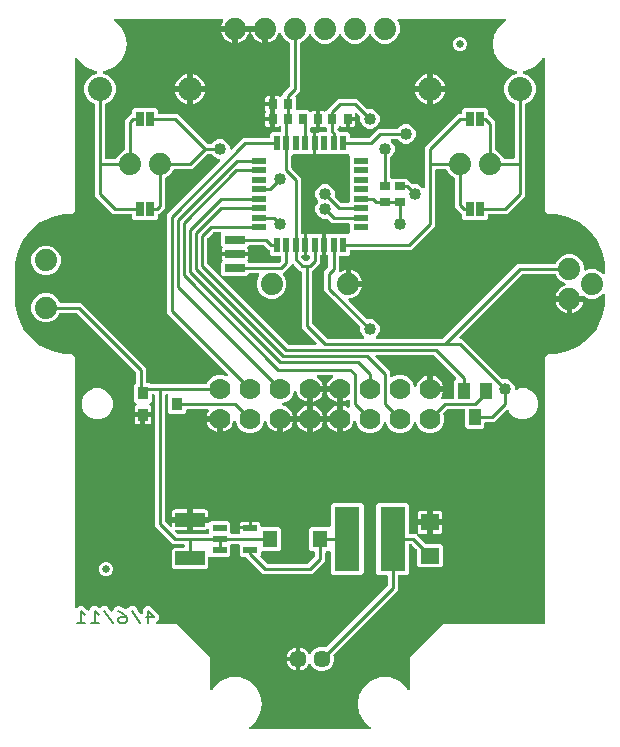
<source format=gbr>
G04 EAGLE Gerber RS-274X export*
G75*
%MOMM*%
%FSLAX34Y34*%
%LPD*%
%INBottom Copper*%
%IPPOS*%
%AMOC8*
5,1,8,0,0,1.08239X$1,22.5*%
G01*
%ADD10C,0.203200*%
%ADD11R,0.700000X0.900000*%
%ADD12R,0.900000X0.700000*%
%ADD13C,1.879600*%
%ADD14R,0.558800X1.270000*%
%ADD15R,1.270000X0.558800*%
%ADD16C,2.032000*%
%ADD17R,0.900000X1.100000*%
%ADD18R,1.200000X0.550000*%
%ADD19R,1.270000X1.470000*%
%ADD20R,1.600000X1.400000*%
%ADD21R,2.500000X1.200000*%
%ADD22R,2.150000X5.500000*%
%ADD23R,1.000000X1.400000*%
%ADD24C,1.778000*%
%ADD25R,1.700000X0.700000*%
%ADD26C,1.447800*%
%ADD27R,0.635000X1.270000*%
%ADD28C,0.635000*%
%ADD29C,1.016000*%
%ADD30C,0.254000*%

G36*
X304305Y4069D02*
X304305Y4069D01*
X304340Y4067D01*
X304462Y4089D01*
X304585Y4105D01*
X304618Y4118D01*
X304653Y4124D01*
X304765Y4176D01*
X304881Y4222D01*
X304909Y4242D01*
X304941Y4257D01*
X305038Y4336D01*
X305138Y4408D01*
X305161Y4436D01*
X305188Y4458D01*
X305261Y4558D01*
X305341Y4653D01*
X305356Y4685D01*
X305377Y4714D01*
X305423Y4829D01*
X305476Y4941D01*
X305483Y4976D01*
X305496Y5009D01*
X305513Y5132D01*
X305536Y5253D01*
X305534Y5289D01*
X305539Y5324D01*
X305524Y5447D01*
X305516Y5571D01*
X305505Y5605D01*
X305501Y5640D01*
X305456Y5756D01*
X305418Y5873D01*
X305399Y5903D01*
X305387Y5936D01*
X305314Y6037D01*
X305248Y6142D01*
X305222Y6166D01*
X305202Y6195D01*
X305085Y6306D01*
X299915Y10644D01*
X295929Y17549D01*
X294545Y25400D01*
X295929Y33251D01*
X299915Y40155D01*
X306022Y45280D01*
X313514Y48007D01*
X321486Y48007D01*
X328978Y45280D01*
X335085Y40156D01*
X336467Y37762D01*
X336555Y37646D01*
X336640Y37528D01*
X336651Y37519D01*
X336659Y37509D01*
X336773Y37418D01*
X336885Y37325D01*
X336898Y37319D01*
X336908Y37311D01*
X337042Y37251D01*
X337173Y37190D01*
X337186Y37187D01*
X337199Y37182D01*
X337343Y37157D01*
X337486Y37130D01*
X337499Y37131D01*
X337512Y37128D01*
X337658Y37141D01*
X337803Y37150D01*
X337816Y37154D01*
X337829Y37155D01*
X337967Y37203D01*
X338105Y37248D01*
X338117Y37255D01*
X338130Y37259D01*
X338251Y37340D01*
X338374Y37418D01*
X338383Y37428D01*
X338395Y37435D01*
X338492Y37543D01*
X338592Y37649D01*
X338599Y37661D01*
X338608Y37671D01*
X338675Y37801D01*
X338746Y37928D01*
X338749Y37941D01*
X338755Y37953D01*
X338789Y38095D01*
X338825Y38236D01*
X338826Y38254D01*
X338828Y38263D01*
X338828Y38280D01*
X338835Y38397D01*
X338835Y65184D01*
X366616Y92965D01*
X451866Y92965D01*
X451984Y92980D01*
X452103Y92987D01*
X452141Y93000D01*
X452182Y93005D01*
X452292Y93048D01*
X452405Y93085D01*
X452440Y93107D01*
X452477Y93122D01*
X452573Y93191D01*
X452674Y93255D01*
X452702Y93285D01*
X452735Y93308D01*
X452811Y93400D01*
X452892Y93487D01*
X452912Y93522D01*
X452937Y93553D01*
X452988Y93661D01*
X453046Y93765D01*
X453056Y93805D01*
X453073Y93841D01*
X453095Y93958D01*
X453125Y94073D01*
X453129Y94133D01*
X453133Y94153D01*
X453131Y94174D01*
X453135Y94234D01*
X453135Y319184D01*
X455516Y321565D01*
X457200Y321565D01*
X457219Y321567D01*
X457271Y321567D01*
X462362Y321853D01*
X462388Y321857D01*
X462414Y321857D01*
X462573Y321882D01*
X472499Y324148D01*
X472557Y324169D01*
X472618Y324181D01*
X472767Y324242D01*
X481940Y328659D01*
X481992Y328693D01*
X482049Y328718D01*
X482181Y328810D01*
X490141Y335158D01*
X490184Y335203D01*
X490234Y335240D01*
X490342Y335359D01*
X496690Y343319D01*
X496722Y343372D01*
X496762Y343420D01*
X496841Y343560D01*
X501258Y352733D01*
X501278Y352792D01*
X501306Y352847D01*
X501352Y353001D01*
X503618Y362927D01*
X503620Y362953D01*
X503628Y362978D01*
X503647Y363138D01*
X503933Y368229D01*
X503932Y368248D01*
X503933Y368259D01*
X503935Y368300D01*
X503935Y371509D01*
X503918Y371646D01*
X503905Y371785D01*
X503898Y371804D01*
X503895Y371824D01*
X503844Y371953D01*
X503797Y372084D01*
X503786Y372101D01*
X503778Y372120D01*
X503697Y372232D01*
X503619Y372347D01*
X503603Y372361D01*
X503592Y372377D01*
X503484Y372466D01*
X503380Y372558D01*
X503362Y372567D01*
X503347Y372580D01*
X503221Y372639D01*
X503097Y372703D01*
X503077Y372707D01*
X503059Y372716D01*
X502923Y372742D01*
X502787Y372772D01*
X502766Y372772D01*
X502747Y372775D01*
X502608Y372767D01*
X502469Y372763D01*
X502449Y372757D01*
X502429Y372756D01*
X502297Y372713D01*
X502163Y372674D01*
X502146Y372664D01*
X502127Y372658D01*
X502009Y372583D01*
X501889Y372513D01*
X501868Y372494D01*
X501858Y372487D01*
X501844Y372472D01*
X501769Y372406D01*
X499810Y370448D01*
X495236Y368553D01*
X490284Y368553D01*
X485699Y370453D01*
X485690Y370455D01*
X485682Y370460D01*
X485536Y370497D01*
X485392Y370537D01*
X485383Y370537D01*
X485374Y370539D01*
X485213Y370549D01*
X474690Y370549D01*
X474572Y370534D01*
X474453Y370527D01*
X474415Y370514D01*
X474375Y370509D01*
X474264Y370466D01*
X474151Y370429D01*
X474117Y370407D01*
X474079Y370392D01*
X473983Y370323D01*
X473882Y370259D01*
X473854Y370229D01*
X473822Y370206D01*
X473746Y370114D01*
X473714Y370080D01*
X473709Y370088D01*
X473679Y370116D01*
X473655Y370149D01*
X473564Y370225D01*
X473477Y370306D01*
X473442Y370326D01*
X473410Y370351D01*
X473303Y370402D01*
X473198Y370460D01*
X473159Y370470D01*
X473123Y370487D01*
X473006Y370509D01*
X472890Y370539D01*
X472830Y370543D01*
X472810Y370547D01*
X472790Y370545D01*
X472730Y370549D01*
X461979Y370549D01*
X462065Y371096D01*
X462646Y372883D01*
X463499Y374557D01*
X464604Y376078D01*
X465932Y377406D01*
X467453Y378511D01*
X469127Y379364D01*
X469592Y379515D01*
X469619Y379528D01*
X469648Y379535D01*
X469762Y379595D01*
X469880Y379650D01*
X469903Y379669D01*
X469929Y379683D01*
X470025Y379770D01*
X470125Y379853D01*
X470142Y379877D01*
X470164Y379897D01*
X470236Y380006D01*
X470312Y380110D01*
X470323Y380138D01*
X470339Y380163D01*
X470381Y380286D01*
X470429Y380406D01*
X470433Y380436D01*
X470442Y380464D01*
X470453Y380593D01*
X470469Y380721D01*
X470465Y380751D01*
X470468Y380781D01*
X470445Y380909D01*
X470429Y381037D01*
X470418Y381065D01*
X470413Y381094D01*
X470360Y381212D01*
X470312Y381333D01*
X470295Y381357D01*
X470283Y381384D01*
X470202Y381485D01*
X470126Y381590D01*
X470103Y381609D01*
X470084Y381633D01*
X469980Y381711D01*
X469881Y381793D01*
X469854Y381806D01*
X469830Y381824D01*
X469685Y381895D01*
X466660Y383148D01*
X463158Y386650D01*
X462351Y388598D01*
X462337Y388623D01*
X462327Y388651D01*
X462258Y388761D01*
X462194Y388874D01*
X462173Y388895D01*
X462157Y388920D01*
X462063Y389009D01*
X461972Y389102D01*
X461947Y389118D01*
X461926Y389138D01*
X461812Y389201D01*
X461701Y389269D01*
X461673Y389277D01*
X461647Y389292D01*
X461521Y389324D01*
X461397Y389362D01*
X461368Y389364D01*
X461339Y389371D01*
X461179Y389381D01*
X434115Y389381D01*
X434016Y389369D01*
X433917Y389366D01*
X433859Y389349D01*
X433799Y389341D01*
X433707Y389305D01*
X433612Y389277D01*
X433560Y389247D01*
X433503Y389224D01*
X433423Y389166D01*
X433338Y389116D01*
X433263Y389050D01*
X433246Y389038D01*
X433238Y389028D01*
X433217Y389010D01*
X380893Y336685D01*
X380808Y336576D01*
X380719Y336469D01*
X380711Y336450D01*
X380698Y336434D01*
X380643Y336306D01*
X380584Y336181D01*
X380580Y336161D01*
X380572Y336142D01*
X380550Y336004D01*
X380524Y335868D01*
X380525Y335848D01*
X380522Y335828D01*
X380535Y335689D01*
X380544Y335551D01*
X380550Y335532D01*
X380552Y335512D01*
X380599Y335380D01*
X380642Y335249D01*
X380652Y335231D01*
X380659Y335212D01*
X380737Y335097D01*
X380812Y334980D01*
X380827Y334966D01*
X380838Y334949D01*
X380942Y334857D01*
X381043Y334762D01*
X381061Y334752D01*
X381076Y334739D01*
X381200Y334675D01*
X381322Y334608D01*
X381342Y334603D01*
X381360Y334594D01*
X381495Y334564D01*
X381630Y334529D01*
X381658Y334527D01*
X381670Y334524D01*
X381690Y334525D01*
X381791Y334519D01*
X382789Y334519D01*
X416707Y300600D01*
X416785Y300540D01*
X416858Y300472D01*
X416911Y300443D01*
X416958Y300406D01*
X417049Y300366D01*
X417136Y300318D01*
X417195Y300303D01*
X417250Y300279D01*
X417348Y300264D01*
X417444Y300239D01*
X417544Y300233D01*
X417564Y300229D01*
X417577Y300231D01*
X417605Y300229D01*
X420717Y300229D01*
X423705Y298991D01*
X425991Y296705D01*
X427229Y293717D01*
X427229Y292759D01*
X427235Y292709D01*
X427233Y292660D01*
X427255Y292552D01*
X427269Y292443D01*
X427287Y292397D01*
X427297Y292348D01*
X427345Y292250D01*
X427386Y292147D01*
X427415Y292107D01*
X427437Y292063D01*
X427508Y291979D01*
X427572Y291890D01*
X427611Y291858D01*
X427643Y291821D01*
X427733Y291757D01*
X427817Y291687D01*
X427862Y291666D01*
X427903Y291637D01*
X428006Y291599D01*
X428105Y291552D01*
X428154Y291542D01*
X428200Y291525D01*
X428310Y291513D01*
X428417Y291492D01*
X428467Y291495D01*
X428516Y291490D01*
X428625Y291505D01*
X428735Y291512D01*
X428782Y291527D01*
X428831Y291534D01*
X428984Y291586D01*
X431404Y292589D01*
X436596Y292589D01*
X441391Y290602D01*
X445062Y286931D01*
X447049Y282136D01*
X447049Y276944D01*
X445062Y272149D01*
X441391Y268478D01*
X436596Y266491D01*
X431404Y266491D01*
X426609Y268478D01*
X422938Y272149D01*
X422206Y273916D01*
X422181Y273959D01*
X422164Y274006D01*
X422103Y274097D01*
X422048Y274192D01*
X422014Y274228D01*
X421986Y274269D01*
X421903Y274342D01*
X421827Y274421D01*
X421784Y274447D01*
X421747Y274480D01*
X421649Y274530D01*
X421556Y274587D01*
X421508Y274602D01*
X421464Y274624D01*
X421357Y274648D01*
X421252Y274681D01*
X421202Y274683D01*
X421154Y274694D01*
X421044Y274691D01*
X420934Y274696D01*
X420885Y274686D01*
X420836Y274684D01*
X420730Y274654D01*
X420623Y274632D01*
X420578Y274610D01*
X420530Y274596D01*
X420436Y274540D01*
X420337Y274492D01*
X420299Y274460D01*
X420256Y274434D01*
X420136Y274328D01*
X412790Y266983D01*
X409889Y264081D01*
X403018Y264081D01*
X402900Y264066D01*
X402781Y264059D01*
X402743Y264046D01*
X402702Y264041D01*
X402592Y263998D01*
X402479Y263961D01*
X402444Y263939D01*
X402407Y263924D01*
X402311Y263855D01*
X402210Y263791D01*
X402182Y263761D01*
X402149Y263738D01*
X402073Y263646D01*
X401992Y263559D01*
X401972Y263524D01*
X401947Y263493D01*
X401896Y263385D01*
X401838Y263281D01*
X401828Y263241D01*
X401811Y263205D01*
X401789Y263088D01*
X401759Y262973D01*
X401755Y262913D01*
X401751Y262893D01*
X401753Y262872D01*
X401749Y262812D01*
X401749Y260137D01*
X399963Y258351D01*
X387437Y258351D01*
X385651Y260137D01*
X385651Y273812D01*
X385636Y273930D01*
X385629Y274049D01*
X385616Y274087D01*
X385611Y274128D01*
X385568Y274238D01*
X385531Y274351D01*
X385509Y274386D01*
X385494Y274423D01*
X385425Y274519D01*
X385361Y274620D01*
X385331Y274648D01*
X385308Y274681D01*
X385216Y274757D01*
X385129Y274838D01*
X385094Y274858D01*
X385063Y274883D01*
X384955Y274934D01*
X384851Y274992D01*
X384811Y275002D01*
X384775Y275019D01*
X384658Y275041D01*
X384543Y275071D01*
X384483Y275075D01*
X384463Y275079D01*
X384442Y275077D01*
X384382Y275081D01*
X370475Y275081D01*
X370376Y275069D01*
X370277Y275066D01*
X370219Y275049D01*
X370159Y275041D01*
X370067Y275005D01*
X369972Y274977D01*
X369920Y274947D01*
X369863Y274924D01*
X369783Y274866D01*
X369698Y274816D01*
X369623Y274750D01*
X369606Y274738D01*
X369598Y274728D01*
X369577Y274710D01*
X367126Y272258D01*
X367108Y272235D01*
X367086Y272216D01*
X367011Y272110D01*
X366931Y272007D01*
X366919Y271980D01*
X366902Y271956D01*
X366856Y271834D01*
X366805Y271715D01*
X366800Y271686D01*
X366790Y271659D01*
X366775Y271530D01*
X366755Y271401D01*
X366758Y271372D01*
X366754Y271343D01*
X366773Y271214D01*
X366785Y271085D01*
X366795Y271057D01*
X366799Y271028D01*
X366851Y270875D01*
X367539Y269215D01*
X367539Y264465D01*
X365721Y260077D01*
X362363Y256719D01*
X357975Y254901D01*
X353225Y254901D01*
X348837Y256719D01*
X345479Y260077D01*
X344073Y263472D01*
X344004Y263593D01*
X343939Y263716D01*
X343925Y263731D01*
X343915Y263748D01*
X343818Y263848D01*
X343725Y263951D01*
X343708Y263962D01*
X343694Y263977D01*
X343575Y264050D01*
X343459Y264126D01*
X343440Y264132D01*
X343423Y264143D01*
X343290Y264184D01*
X343158Y264229D01*
X343138Y264231D01*
X343119Y264237D01*
X342980Y264243D01*
X342841Y264254D01*
X342821Y264251D01*
X342801Y264252D01*
X342665Y264224D01*
X342528Y264200D01*
X342509Y264192D01*
X342490Y264187D01*
X342364Y264126D01*
X342238Y264069D01*
X342222Y264057D01*
X342204Y264048D01*
X342098Y263957D01*
X341990Y263871D01*
X341977Y263855D01*
X341962Y263841D01*
X341882Y263728D01*
X341798Y263617D01*
X341786Y263591D01*
X341779Y263581D01*
X341772Y263562D01*
X341727Y263472D01*
X340321Y260077D01*
X336963Y256719D01*
X332575Y254901D01*
X327825Y254901D01*
X323437Y256719D01*
X320079Y260077D01*
X318673Y263472D01*
X318604Y263593D01*
X318539Y263716D01*
X318525Y263731D01*
X318515Y263748D01*
X318418Y263848D01*
X318325Y263951D01*
X318308Y263962D01*
X318294Y263977D01*
X318175Y264050D01*
X318059Y264126D01*
X318040Y264132D01*
X318023Y264143D01*
X317890Y264184D01*
X317758Y264229D01*
X317738Y264231D01*
X317719Y264237D01*
X317580Y264243D01*
X317441Y264254D01*
X317421Y264251D01*
X317401Y264252D01*
X317265Y264224D01*
X317128Y264200D01*
X317109Y264192D01*
X317090Y264187D01*
X316964Y264126D01*
X316838Y264069D01*
X316822Y264057D01*
X316804Y264048D01*
X316698Y263957D01*
X316590Y263871D01*
X316577Y263855D01*
X316562Y263841D01*
X316482Y263728D01*
X316398Y263617D01*
X316386Y263591D01*
X316379Y263581D01*
X316372Y263562D01*
X316327Y263472D01*
X314921Y260077D01*
X311563Y256719D01*
X307175Y254901D01*
X302425Y254901D01*
X298037Y256719D01*
X294679Y260077D01*
X292937Y264282D01*
X292922Y264308D01*
X292913Y264336D01*
X292844Y264446D01*
X292780Y264558D01*
X292759Y264580D01*
X292743Y264605D01*
X292649Y264693D01*
X292558Y264787D01*
X292533Y264802D01*
X292511Y264823D01*
X292398Y264885D01*
X292287Y264953D01*
X292259Y264962D01*
X292233Y264976D01*
X292107Y265008D01*
X291983Y265046D01*
X291954Y265048D01*
X291925Y265055D01*
X291795Y265055D01*
X291666Y265062D01*
X291636Y265056D01*
X291607Y265056D01*
X291481Y265023D01*
X291354Y264997D01*
X291327Y264984D01*
X291298Y264977D01*
X291185Y264915D01*
X291068Y264858D01*
X291046Y264838D01*
X291020Y264824D01*
X290925Y264736D01*
X290826Y264651D01*
X290809Y264627D01*
X290787Y264606D01*
X290718Y264497D01*
X290643Y264391D01*
X290633Y264363D01*
X290617Y264338D01*
X290557Y264188D01*
X290296Y263385D01*
X290296Y263384D01*
X289993Y262452D01*
X289177Y260849D01*
X288119Y259393D01*
X286847Y258121D01*
X285391Y257063D01*
X283788Y256247D01*
X282077Y255691D01*
X281899Y255663D01*
X281899Y265610D01*
X281884Y265728D01*
X281877Y265847D01*
X281864Y265885D01*
X281859Y265925D01*
X281816Y266036D01*
X281779Y266149D01*
X281757Y266183D01*
X281742Y266221D01*
X281673Y266317D01*
X281609Y266418D01*
X281579Y266446D01*
X281556Y266478D01*
X281464Y266554D01*
X281377Y266636D01*
X281342Y266655D01*
X281311Y266681D01*
X281203Y266732D01*
X281099Y266789D01*
X281059Y266799D01*
X281023Y266817D01*
X280916Y266837D01*
X280946Y266841D01*
X281056Y266885D01*
X281169Y266921D01*
X281204Y266943D01*
X281241Y266958D01*
X281337Y267028D01*
X281438Y267091D01*
X281466Y267121D01*
X281499Y267145D01*
X281575Y267236D01*
X281656Y267323D01*
X281676Y267358D01*
X281701Y267390D01*
X281752Y267497D01*
X281810Y267602D01*
X281820Y267641D01*
X281837Y267677D01*
X281859Y267794D01*
X281889Y267910D01*
X281893Y267970D01*
X281897Y267990D01*
X281895Y268010D01*
X281899Y268070D01*
X281899Y278017D01*
X282077Y277989D01*
X283788Y277433D01*
X285391Y276617D01*
X285766Y276344D01*
X285801Y276325D01*
X285831Y276299D01*
X285940Y276248D01*
X286045Y276191D01*
X286083Y276181D01*
X286119Y276164D01*
X286237Y276141D01*
X286353Y276112D01*
X286392Y276112D01*
X286432Y276104D01*
X286551Y276112D01*
X286671Y276112D01*
X286709Y276121D01*
X286749Y276124D01*
X286863Y276161D01*
X286979Y276191D01*
X287014Y276210D01*
X287051Y276222D01*
X287153Y276286D01*
X287257Y276344D01*
X287286Y276371D01*
X287320Y276392D01*
X287402Y276479D01*
X287489Y276561D01*
X287511Y276595D01*
X287538Y276624D01*
X287596Y276729D01*
X287660Y276830D01*
X287672Y276867D01*
X287692Y276902D01*
X287721Y277018D01*
X287759Y277132D01*
X287761Y277172D01*
X287771Y277210D01*
X287781Y277371D01*
X287781Y281709D01*
X287776Y281749D01*
X287779Y281788D01*
X287756Y281906D01*
X287741Y282025D01*
X287727Y282062D01*
X287719Y282101D01*
X287668Y282209D01*
X287624Y282320D01*
X287601Y282353D01*
X287584Y282389D01*
X287508Y282481D01*
X287438Y282578D01*
X287407Y282603D01*
X287382Y282634D01*
X287285Y282704D01*
X287193Y282781D01*
X287156Y282798D01*
X287124Y282821D01*
X287013Y282865D01*
X286905Y282916D01*
X286866Y282924D01*
X286829Y282938D01*
X286710Y282953D01*
X286593Y282976D01*
X286553Y282973D01*
X286513Y282978D01*
X286394Y282964D01*
X286275Y282956D01*
X286237Y282944D01*
X286198Y282939D01*
X286086Y282895D01*
X285973Y282858D01*
X285939Y282837D01*
X285902Y282822D01*
X285766Y282736D01*
X285391Y282463D01*
X283788Y281647D01*
X282077Y281091D01*
X281899Y281063D01*
X281899Y291010D01*
X281884Y291128D01*
X281877Y291247D01*
X281864Y291285D01*
X281859Y291325D01*
X281816Y291436D01*
X281779Y291549D01*
X281757Y291583D01*
X281742Y291621D01*
X281673Y291717D01*
X281609Y291818D01*
X281579Y291846D01*
X281556Y291878D01*
X281464Y291954D01*
X281377Y292036D01*
X281342Y292055D01*
X281311Y292081D01*
X281203Y292132D01*
X281099Y292189D01*
X281059Y292199D01*
X281023Y292217D01*
X280906Y292239D01*
X280791Y292269D01*
X280731Y292273D01*
X280711Y292276D01*
X280690Y292275D01*
X280630Y292279D01*
X279439Y292279D01*
X279439Y293470D01*
X279424Y293588D01*
X279417Y293707D01*
X279404Y293745D01*
X279399Y293786D01*
X279355Y293896D01*
X279319Y294009D01*
X279297Y294044D01*
X279282Y294081D01*
X279212Y294177D01*
X279149Y294278D01*
X279119Y294306D01*
X279095Y294339D01*
X279004Y294415D01*
X278917Y294496D01*
X278882Y294516D01*
X278850Y294541D01*
X278743Y294592D01*
X278638Y294650D01*
X278599Y294660D01*
X278563Y294677D01*
X278446Y294699D01*
X278330Y294729D01*
X278270Y294733D01*
X278250Y294737D01*
X278230Y294735D01*
X278170Y294739D01*
X268223Y294739D01*
X268251Y294917D01*
X268807Y296628D01*
X269623Y298231D01*
X270681Y299687D01*
X271953Y300959D01*
X273380Y301995D01*
X273438Y302050D01*
X273502Y302096D01*
X273553Y302158D01*
X273612Y302213D01*
X273654Y302280D01*
X273705Y302341D01*
X273739Y302414D01*
X273782Y302481D01*
X273807Y302557D01*
X273841Y302629D01*
X273856Y302708D01*
X273880Y302784D01*
X273885Y302863D01*
X273900Y302942D01*
X273895Y303021D01*
X273900Y303101D01*
X273886Y303179D01*
X273881Y303259D01*
X273856Y303335D01*
X273841Y303414D01*
X273807Y303486D01*
X273783Y303561D01*
X273740Y303629D01*
X273706Y303701D01*
X273655Y303763D01*
X273612Y303830D01*
X273554Y303885D01*
X273503Y303947D01*
X273439Y303993D01*
X273381Y304048D01*
X273311Y304087D01*
X273246Y304134D01*
X273172Y304163D01*
X273102Y304202D01*
X273025Y304222D01*
X272950Y304251D01*
X272871Y304261D01*
X272794Y304281D01*
X272636Y304291D01*
X272635Y304291D01*
X272634Y304291D01*
X260766Y304291D01*
X260687Y304281D01*
X260608Y304281D01*
X260530Y304261D01*
X260451Y304251D01*
X260377Y304222D01*
X260300Y304202D01*
X260229Y304164D01*
X260155Y304134D01*
X260091Y304088D01*
X260021Y304049D01*
X259962Y303995D01*
X259898Y303948D01*
X259847Y303886D01*
X259789Y303832D01*
X259746Y303764D01*
X259695Y303703D01*
X259661Y303631D01*
X259618Y303563D01*
X259593Y303487D01*
X259559Y303415D01*
X259544Y303337D01*
X259520Y303261D01*
X259515Y303181D01*
X259500Y303103D01*
X259505Y303023D01*
X259500Y302944D01*
X259514Y302865D01*
X259519Y302785D01*
X259544Y302709D01*
X259559Y302631D01*
X259593Y302559D01*
X259617Y302483D01*
X259660Y302415D01*
X259694Y302343D01*
X259745Y302282D01*
X259788Y302214D01*
X259846Y302159D01*
X259896Y302098D01*
X260018Y301997D01*
X260019Y301996D01*
X260020Y301996D01*
X260020Y301995D01*
X260960Y301312D01*
X261447Y300959D01*
X262719Y299687D01*
X263777Y298231D01*
X264593Y296628D01*
X265149Y294917D01*
X265177Y294739D01*
X255230Y294739D01*
X255112Y294724D01*
X254993Y294717D01*
X254955Y294704D01*
X254915Y294699D01*
X254804Y294656D01*
X254691Y294619D01*
X254657Y294597D01*
X254619Y294582D01*
X254523Y294513D01*
X254422Y294449D01*
X254394Y294419D01*
X254362Y294396D01*
X254286Y294304D01*
X254204Y294217D01*
X254185Y294182D01*
X254159Y294151D01*
X254108Y294043D01*
X254051Y293939D01*
X254041Y293899D01*
X254023Y293863D01*
X254001Y293746D01*
X253971Y293631D01*
X253967Y293571D01*
X253964Y293551D01*
X253964Y293538D01*
X253964Y293534D01*
X253964Y293522D01*
X253961Y293470D01*
X253961Y292279D01*
X252770Y292279D01*
X252652Y292264D01*
X252533Y292257D01*
X252495Y292244D01*
X252454Y292239D01*
X252344Y292195D01*
X252231Y292159D01*
X252196Y292137D01*
X252159Y292122D01*
X252062Y292052D01*
X251962Y291989D01*
X251934Y291959D01*
X251901Y291935D01*
X251825Y291844D01*
X251744Y291757D01*
X251724Y291722D01*
X251699Y291690D01*
X251648Y291583D01*
X251590Y291478D01*
X251580Y291439D01*
X251563Y291403D01*
X251541Y291286D01*
X251511Y291170D01*
X251507Y291110D01*
X251503Y291090D01*
X251505Y291070D01*
X251501Y291010D01*
X251501Y281063D01*
X251323Y281091D01*
X249612Y281647D01*
X248009Y282463D01*
X246553Y283521D01*
X245281Y284793D01*
X244223Y286249D01*
X243407Y287852D01*
X242843Y289588D01*
X242830Y289615D01*
X242823Y289645D01*
X242762Y289759D01*
X242707Y289876D01*
X242688Y289899D01*
X242674Y289926D01*
X242587Y290022D01*
X242505Y290121D01*
X242480Y290139D01*
X242460Y290161D01*
X242352Y290232D01*
X242247Y290308D01*
X242220Y290319D01*
X242195Y290336D01*
X242072Y290378D01*
X241952Y290425D01*
X241922Y290429D01*
X241894Y290439D01*
X241764Y290449D01*
X241636Y290465D01*
X241607Y290462D01*
X241577Y290464D01*
X241449Y290442D01*
X241321Y290426D01*
X241293Y290415D01*
X241263Y290410D01*
X241145Y290357D01*
X241025Y290309D01*
X241001Y290291D01*
X240973Y290279D01*
X240872Y290198D01*
X240767Y290122D01*
X240748Y290099D01*
X240725Y290081D01*
X240647Y289977D01*
X240564Y289877D01*
X240552Y289850D01*
X240534Y289826D01*
X240463Y289682D01*
X238721Y285477D01*
X235363Y282119D01*
X231158Y280377D01*
X231132Y280362D01*
X231104Y280353D01*
X230994Y280284D01*
X230882Y280220D01*
X230860Y280199D01*
X230835Y280183D01*
X230747Y280089D01*
X230653Y279998D01*
X230638Y279973D01*
X230617Y279951D01*
X230555Y279838D01*
X230487Y279727D01*
X230478Y279699D01*
X230464Y279673D01*
X230432Y279547D01*
X230394Y279423D01*
X230392Y279394D01*
X230385Y279365D01*
X230385Y279235D01*
X230378Y279106D01*
X230384Y279076D01*
X230384Y279047D01*
X230417Y278921D01*
X230443Y278794D01*
X230456Y278767D01*
X230463Y278738D01*
X230525Y278625D01*
X230582Y278508D01*
X230602Y278486D01*
X230616Y278460D01*
X230704Y278365D01*
X230789Y278266D01*
X230813Y278249D01*
X230834Y278227D01*
X230943Y278158D01*
X231049Y278083D01*
X231077Y278073D01*
X231102Y278057D01*
X231252Y277997D01*
X232988Y277433D01*
X234591Y276617D01*
X236047Y275559D01*
X237319Y274287D01*
X238377Y272831D01*
X239193Y271228D01*
X239749Y269517D01*
X239777Y269339D01*
X229830Y269339D01*
X229712Y269324D01*
X229593Y269317D01*
X229555Y269304D01*
X229515Y269299D01*
X229404Y269256D01*
X229291Y269219D01*
X229257Y269197D01*
X229219Y269182D01*
X229123Y269113D01*
X229022Y269049D01*
X228994Y269019D01*
X228962Y268996D01*
X228886Y268904D01*
X228804Y268817D01*
X228785Y268782D01*
X228759Y268751D01*
X228708Y268643D01*
X228651Y268539D01*
X228641Y268499D01*
X228623Y268463D01*
X228601Y268346D01*
X228571Y268231D01*
X228567Y268171D01*
X228564Y268151D01*
X228564Y268150D01*
X228564Y268149D01*
X228565Y268130D01*
X228561Y268070D01*
X228561Y266879D01*
X227370Y266879D01*
X227252Y266864D01*
X227133Y266857D01*
X227095Y266844D01*
X227054Y266839D01*
X226944Y266795D01*
X226831Y266759D01*
X226796Y266737D01*
X226759Y266722D01*
X226662Y266652D01*
X226562Y266589D01*
X226534Y266559D01*
X226501Y266535D01*
X226425Y266444D01*
X226344Y266357D01*
X226324Y266322D01*
X226299Y266290D01*
X226248Y266183D01*
X226190Y266078D01*
X226180Y266039D01*
X226163Y266003D01*
X226141Y265886D01*
X226111Y265770D01*
X226107Y265710D01*
X226103Y265690D01*
X226105Y265670D01*
X226101Y265610D01*
X226101Y255663D01*
X225923Y255691D01*
X224212Y256247D01*
X222609Y257063D01*
X221153Y258121D01*
X219881Y259393D01*
X218823Y260849D01*
X218007Y262452D01*
X217443Y264188D01*
X217430Y264215D01*
X217423Y264245D01*
X217362Y264359D01*
X217307Y264476D01*
X217288Y264499D01*
X217274Y264526D01*
X217187Y264622D01*
X217105Y264721D01*
X217080Y264739D01*
X217060Y264761D01*
X216952Y264832D01*
X216847Y264908D01*
X216820Y264919D01*
X216795Y264936D01*
X216672Y264978D01*
X216552Y265025D01*
X216522Y265029D01*
X216494Y265039D01*
X216364Y265049D01*
X216236Y265066D01*
X216207Y265062D01*
X216177Y265064D01*
X216049Y265042D01*
X215921Y265026D01*
X215893Y265015D01*
X215863Y265010D01*
X215745Y264957D01*
X215625Y264909D01*
X215601Y264891D01*
X215573Y264879D01*
X215472Y264798D01*
X215367Y264722D01*
X215348Y264699D01*
X215325Y264681D01*
X215247Y264577D01*
X215164Y264477D01*
X215152Y264450D01*
X215134Y264427D01*
X215063Y264282D01*
X213321Y260077D01*
X209963Y256719D01*
X205575Y254901D01*
X200825Y254901D01*
X196437Y256719D01*
X193079Y260077D01*
X191337Y264282D01*
X191322Y264308D01*
X191313Y264336D01*
X191244Y264446D01*
X191180Y264558D01*
X191159Y264580D01*
X191143Y264605D01*
X191049Y264694D01*
X190958Y264787D01*
X190933Y264802D01*
X190911Y264823D01*
X190797Y264885D01*
X190687Y264953D01*
X190659Y264962D01*
X190633Y264976D01*
X190507Y265008D01*
X190383Y265047D01*
X190353Y265048D01*
X190325Y265055D01*
X190195Y265055D01*
X190066Y265062D01*
X190036Y265056D01*
X190007Y265056D01*
X189881Y265024D01*
X189754Y264997D01*
X189727Y264984D01*
X189698Y264977D01*
X189585Y264915D01*
X189468Y264858D01*
X189446Y264838D01*
X189420Y264824D01*
X189325Y264735D01*
X189226Y264651D01*
X189209Y264627D01*
X189187Y264606D01*
X189118Y264497D01*
X189043Y264391D01*
X189033Y264363D01*
X189017Y264338D01*
X188957Y264188D01*
X188393Y262452D01*
X187577Y260849D01*
X186519Y259393D01*
X185247Y258121D01*
X183791Y257063D01*
X182188Y256247D01*
X180477Y255691D01*
X180299Y255663D01*
X180299Y265610D01*
X180284Y265728D01*
X180277Y265847D01*
X180264Y265885D01*
X180259Y265925D01*
X180216Y266036D01*
X180179Y266149D01*
X180157Y266183D01*
X180142Y266221D01*
X180073Y266317D01*
X180009Y266418D01*
X179979Y266446D01*
X179956Y266478D01*
X179864Y266554D01*
X179777Y266636D01*
X179742Y266655D01*
X179711Y266681D01*
X179603Y266732D01*
X179499Y266789D01*
X179459Y266799D01*
X179423Y266817D01*
X179306Y266839D01*
X179191Y266869D01*
X179131Y266873D01*
X179111Y266876D01*
X179090Y266875D01*
X179030Y266879D01*
X177839Y266879D01*
X177839Y268070D01*
X177824Y268188D01*
X177817Y268307D01*
X177804Y268345D01*
X177799Y268386D01*
X177755Y268496D01*
X177719Y268609D01*
X177697Y268644D01*
X177682Y268681D01*
X177612Y268777D01*
X177549Y268878D01*
X177519Y268906D01*
X177495Y268939D01*
X177404Y269015D01*
X177317Y269096D01*
X177282Y269116D01*
X177250Y269141D01*
X177143Y269192D01*
X177038Y269250D01*
X176999Y269260D01*
X176963Y269277D01*
X176846Y269299D01*
X176730Y269329D01*
X176670Y269333D01*
X176650Y269337D01*
X176630Y269335D01*
X176570Y269339D01*
X166623Y269339D01*
X166651Y269517D01*
X166877Y270214D01*
X167207Y271228D01*
X168024Y272831D01*
X168194Y273066D01*
X168213Y273101D01*
X168239Y273131D01*
X168290Y273240D01*
X168347Y273345D01*
X168357Y273383D01*
X168374Y273419D01*
X168397Y273537D01*
X168427Y273653D01*
X168427Y273692D01*
X168434Y273732D01*
X168427Y273851D01*
X168427Y273971D01*
X168417Y274009D01*
X168414Y274049D01*
X168378Y274163D01*
X168348Y274279D01*
X168329Y274314D01*
X168316Y274351D01*
X168252Y274453D01*
X168195Y274557D01*
X168168Y274586D01*
X168146Y274620D01*
X168059Y274702D01*
X167977Y274789D01*
X167944Y274811D01*
X167915Y274838D01*
X167810Y274896D01*
X167709Y274960D01*
X167671Y274972D01*
X167636Y274992D01*
X167520Y275021D01*
X167406Y275059D01*
X167367Y275061D01*
X167328Y275071D01*
X167167Y275081D01*
X150318Y275081D01*
X150200Y275066D01*
X150081Y275059D01*
X150043Y275046D01*
X150002Y275041D01*
X149892Y274998D01*
X149779Y274961D01*
X149744Y274939D01*
X149707Y274924D01*
X149611Y274855D01*
X149510Y274791D01*
X149482Y274761D01*
X149449Y274738D01*
X149373Y274646D01*
X149292Y274559D01*
X149272Y274524D01*
X149247Y274493D01*
X149196Y274385D01*
X149138Y274281D01*
X149128Y274241D01*
X149111Y274205D01*
X149089Y274088D01*
X149059Y273973D01*
X149055Y273913D01*
X149051Y273893D01*
X149053Y273872D01*
X149049Y273812D01*
X149049Y272637D01*
X147263Y270851D01*
X135737Y270851D01*
X133951Y272637D01*
X133951Y286512D01*
X133936Y286630D01*
X133929Y286749D01*
X133916Y286787D01*
X133911Y286828D01*
X133868Y286938D01*
X133831Y287051D01*
X133809Y287086D01*
X133794Y287123D01*
X133725Y287219D01*
X133661Y287320D01*
X133631Y287348D01*
X133608Y287381D01*
X133516Y287457D01*
X133429Y287538D01*
X133394Y287558D01*
X133363Y287583D01*
X133255Y287634D01*
X133151Y287692D01*
X133111Y287702D01*
X133075Y287719D01*
X132958Y287741D01*
X132843Y287771D01*
X132783Y287775D01*
X132763Y287779D01*
X132742Y287777D01*
X132682Y287781D01*
X132588Y287781D01*
X132470Y287766D01*
X132351Y287759D01*
X132313Y287746D01*
X132272Y287741D01*
X132162Y287698D01*
X132049Y287661D01*
X132014Y287639D01*
X131977Y287624D01*
X131881Y287555D01*
X131780Y287491D01*
X131752Y287461D01*
X131719Y287438D01*
X131643Y287346D01*
X131562Y287259D01*
X131542Y287224D01*
X131517Y287193D01*
X131466Y287085D01*
X131408Y286981D01*
X131398Y286941D01*
X131381Y286905D01*
X131359Y286788D01*
X131329Y286673D01*
X131325Y286613D01*
X131321Y286593D01*
X131323Y286572D01*
X131319Y286512D01*
X131319Y180115D01*
X131331Y180016D01*
X131334Y179917D01*
X131351Y179859D01*
X131359Y179799D01*
X131395Y179707D01*
X131423Y179612D01*
X131453Y179560D01*
X131476Y179503D01*
X131534Y179423D01*
X131584Y179338D01*
X131650Y179263D01*
X131662Y179246D01*
X131672Y179238D01*
X131690Y179217D01*
X135193Y175715D01*
X135302Y175630D01*
X135409Y175541D01*
X135428Y175533D01*
X135444Y175520D01*
X135572Y175465D01*
X135697Y175406D01*
X135717Y175402D01*
X135736Y175394D01*
X135874Y175372D01*
X136010Y175346D01*
X136030Y175347D01*
X136050Y175344D01*
X136189Y175357D01*
X136327Y175366D01*
X136346Y175372D01*
X136366Y175374D01*
X136498Y175421D01*
X136629Y175464D01*
X136647Y175474D01*
X136666Y175481D01*
X136781Y175559D01*
X136898Y175634D01*
X136912Y175649D01*
X136929Y175660D01*
X137021Y175764D01*
X137116Y175865D01*
X137126Y175883D01*
X137139Y175898D01*
X137203Y176022D01*
X137270Y176144D01*
X137275Y176164D01*
X137284Y176182D01*
X137314Y176317D01*
X137349Y176452D01*
X137351Y176480D01*
X137354Y176492D01*
X137353Y176512D01*
X137359Y176613D01*
X137359Y179061D01*
X149861Y179061D01*
X149861Y173059D01*
X140913Y173059D01*
X140775Y173042D01*
X140636Y173029D01*
X140617Y173022D01*
X140597Y173019D01*
X140468Y172968D01*
X140337Y172921D01*
X140320Y172910D01*
X140301Y172902D01*
X140189Y172821D01*
X140074Y172743D01*
X140060Y172727D01*
X140044Y172716D01*
X139955Y172608D01*
X139863Y172504D01*
X139854Y172486D01*
X139841Y172471D01*
X139782Y172345D01*
X139719Y172221D01*
X139714Y172201D01*
X139706Y172183D01*
X139680Y172046D01*
X139649Y171911D01*
X139650Y171890D01*
X139646Y171871D01*
X139655Y171732D01*
X139659Y171593D01*
X139664Y171573D01*
X139666Y171553D01*
X139708Y171421D01*
X139747Y171287D01*
X139757Y171270D01*
X139764Y171251D01*
X139838Y171133D01*
X139909Y171013D01*
X139927Y170992D01*
X139934Y170982D01*
X139949Y170968D01*
X140015Y170893D01*
X141117Y169790D01*
X141195Y169730D01*
X141268Y169662D01*
X141321Y169633D01*
X141368Y169596D01*
X141459Y169556D01*
X141546Y169508D01*
X141605Y169493D01*
X141660Y169469D01*
X141758Y169454D01*
X141854Y169429D01*
X141954Y169423D01*
X141974Y169419D01*
X141987Y169421D01*
X142015Y169419D01*
X167181Y169419D01*
X167299Y169434D01*
X167418Y169441D01*
X167456Y169454D01*
X167497Y169459D01*
X167607Y169502D01*
X167720Y169539D01*
X167755Y169561D01*
X167792Y169576D01*
X167888Y169645D01*
X167989Y169709D01*
X168017Y169739D01*
X168050Y169762D01*
X168126Y169854D01*
X168207Y169941D01*
X168227Y169976D01*
X168252Y170007D01*
X168303Y170115D01*
X168361Y170219D01*
X168371Y170259D01*
X168388Y170295D01*
X168410Y170412D01*
X168440Y170527D01*
X168444Y170587D01*
X168448Y170607D01*
X168446Y170628D01*
X168450Y170688D01*
X168450Y172518D01*
X168434Y172649D01*
X168423Y172781D01*
X168414Y172806D01*
X168410Y172833D01*
X168362Y172956D01*
X168318Y173081D01*
X168303Y173104D01*
X168293Y173129D01*
X168216Y173236D01*
X168142Y173346D01*
X168122Y173364D01*
X168107Y173386D01*
X168005Y173471D01*
X167906Y173559D01*
X167882Y173572D01*
X167862Y173589D01*
X167742Y173645D01*
X167625Y173707D01*
X167598Y173713D01*
X167574Y173724D01*
X167444Y173749D01*
X167315Y173780D01*
X167288Y173779D01*
X167262Y173784D01*
X167130Y173776D01*
X166997Y173773D01*
X166971Y173766D01*
X166944Y173765D01*
X166818Y173724D01*
X166691Y173688D01*
X166656Y173671D01*
X166642Y173666D01*
X166623Y173655D01*
X166546Y173617D01*
X165881Y173232D01*
X165234Y173059D01*
X154939Y173059D01*
X154939Y179061D01*
X168372Y179061D01*
X168471Y179073D01*
X168570Y179076D01*
X168628Y179093D01*
X168688Y179101D01*
X168780Y179137D01*
X168875Y179165D01*
X168927Y179195D01*
X168984Y179218D01*
X169064Y179276D01*
X169149Y179326D01*
X169225Y179393D01*
X169241Y179405D01*
X169249Y179414D01*
X169270Y179433D01*
X170236Y180399D01*
X184762Y180399D01*
X186548Y178613D01*
X186548Y170688D01*
X186563Y170570D01*
X186570Y170451D01*
X186583Y170413D01*
X186588Y170372D01*
X186631Y170262D01*
X186668Y170149D01*
X186690Y170114D01*
X186705Y170077D01*
X186774Y169981D01*
X186838Y169880D01*
X186868Y169852D01*
X186891Y169819D01*
X186983Y169743D01*
X187070Y169662D01*
X187105Y169642D01*
X187136Y169617D01*
X187244Y169566D01*
X187348Y169508D01*
X187388Y169498D01*
X187424Y169481D01*
X187541Y169459D01*
X187656Y169429D01*
X187716Y169425D01*
X187736Y169421D01*
X187757Y169423D01*
X187817Y169419D01*
X193868Y169419D01*
X193993Y169434D01*
X194118Y169444D01*
X194150Y169454D01*
X194184Y169459D01*
X194300Y169505D01*
X194420Y169545D01*
X194448Y169563D01*
X194479Y169576D01*
X194581Y169649D01*
X194686Y169718D01*
X194709Y169743D01*
X194737Y169762D01*
X194817Y169859D01*
X194902Y169952D01*
X194918Y169981D01*
X194939Y170007D01*
X194993Y170121D01*
X195052Y170232D01*
X195061Y170265D01*
X195075Y170295D01*
X195099Y170419D01*
X195129Y170541D01*
X195128Y170574D01*
X195135Y170607D01*
X195127Y170733D01*
X195126Y170859D01*
X195116Y170907D01*
X195115Y170925D01*
X195108Y170945D01*
X195094Y171017D01*
X194960Y171516D01*
X194960Y173226D01*
X203396Y173226D01*
X203514Y173241D01*
X203633Y173248D01*
X203671Y173260D01*
X203711Y173266D01*
X203822Y173309D01*
X203935Y173346D01*
X203969Y173368D01*
X204007Y173383D01*
X204103Y173452D01*
X204204Y173516D01*
X204232Y173546D01*
X204264Y173569D01*
X204340Y173661D01*
X204383Y173707D01*
X204414Y173726D01*
X204442Y173756D01*
X204475Y173780D01*
X204551Y173871D01*
X204632Y173958D01*
X204652Y173993D01*
X204677Y174025D01*
X204728Y174132D01*
X204786Y174237D01*
X204796Y174276D01*
X204813Y174312D01*
X204835Y174429D01*
X204865Y174545D01*
X204869Y174605D01*
X204873Y174625D01*
X204871Y174645D01*
X204875Y174705D01*
X204875Y179891D01*
X209835Y179891D01*
X210482Y179718D01*
X211061Y179383D01*
X211534Y178910D01*
X211869Y178331D01*
X212042Y177684D01*
X212042Y176768D01*
X212057Y176650D01*
X212064Y176531D01*
X212077Y176493D01*
X212082Y176452D01*
X212125Y176342D01*
X212162Y176229D01*
X212184Y176194D01*
X212199Y176157D01*
X212268Y176061D01*
X212332Y175960D01*
X212362Y175932D01*
X212385Y175899D01*
X212477Y175823D01*
X212564Y175742D01*
X212599Y175722D01*
X212630Y175697D01*
X212738Y175646D01*
X212842Y175588D01*
X212882Y175578D01*
X212918Y175561D01*
X213035Y175539D01*
X213150Y175509D01*
X213210Y175505D01*
X213230Y175501D01*
X213251Y175503D01*
X213311Y175499D01*
X227413Y175499D01*
X229199Y173713D01*
X229199Y156487D01*
X227413Y154701D01*
X213819Y154701D01*
X213701Y154686D01*
X213582Y154679D01*
X213544Y154666D01*
X213503Y154661D01*
X213393Y154618D01*
X213280Y154581D01*
X213245Y154559D01*
X213208Y154544D01*
X213112Y154475D01*
X213011Y154411D01*
X212983Y154381D01*
X212950Y154358D01*
X212874Y154266D01*
X212793Y154179D01*
X212773Y154144D01*
X212748Y154113D01*
X212697Y154005D01*
X212639Y153901D01*
X212629Y153861D01*
X212612Y153825D01*
X212590Y153708D01*
X212560Y153593D01*
X212556Y153533D01*
X212552Y153513D01*
X212554Y153492D01*
X212550Y153432D01*
X212550Y151587D01*
X212233Y151270D01*
X212160Y151176D01*
X212081Y151087D01*
X212062Y151051D01*
X212038Y151019D01*
X211990Y150910D01*
X211936Y150804D01*
X211927Y150764D01*
X211911Y150727D01*
X211893Y150609D01*
X211867Y150493D01*
X211868Y150453D01*
X211861Y150413D01*
X211873Y150294D01*
X211876Y150175D01*
X211887Y150136D01*
X211891Y150096D01*
X211932Y149984D01*
X211965Y149870D01*
X211985Y149835D01*
X211999Y149797D01*
X212066Y149699D01*
X212126Y149596D01*
X212166Y149551D01*
X212177Y149534D01*
X212193Y149520D01*
X212233Y149475D01*
X217317Y144390D01*
X217395Y144330D01*
X217468Y144262D01*
X217521Y144233D01*
X217568Y144196D01*
X217659Y144156D01*
X217746Y144108D01*
X217805Y144093D01*
X217860Y144069D01*
X217958Y144054D01*
X218054Y144029D01*
X218154Y144023D01*
X218174Y144019D01*
X218187Y144021D01*
X218215Y144019D01*
X251685Y144019D01*
X251784Y144031D01*
X251883Y144034D01*
X251941Y144051D01*
X252001Y144059D01*
X252093Y144095D01*
X252188Y144123D01*
X252240Y144153D01*
X252297Y144176D01*
X252377Y144234D01*
X252462Y144284D01*
X252537Y144350D01*
X252554Y144362D01*
X252562Y144372D01*
X252583Y144390D01*
X258110Y149917D01*
X258170Y149995D01*
X258238Y150068D01*
X258267Y150121D01*
X258304Y150168D01*
X258344Y150259D01*
X258392Y150346D01*
X258407Y150405D01*
X258431Y150460D01*
X258446Y150558D01*
X258471Y150654D01*
X258477Y150754D01*
X258481Y150774D01*
X258479Y150787D01*
X258481Y150815D01*
X258481Y153432D01*
X258466Y153550D01*
X258459Y153669D01*
X258446Y153707D01*
X258441Y153748D01*
X258398Y153858D01*
X258361Y153971D01*
X258339Y154006D01*
X258324Y154043D01*
X258255Y154139D01*
X258191Y154240D01*
X258161Y154268D01*
X258138Y154301D01*
X258046Y154377D01*
X257959Y154458D01*
X257924Y154478D01*
X257893Y154503D01*
X257785Y154554D01*
X257681Y154612D01*
X257641Y154622D01*
X257605Y154639D01*
X257488Y154661D01*
X257373Y154691D01*
X257313Y154695D01*
X257293Y154699D01*
X257272Y154697D01*
X257212Y154701D01*
X255187Y154701D01*
X253401Y156487D01*
X253401Y173713D01*
X255187Y175499D01*
X270532Y175499D01*
X270650Y175514D01*
X270769Y175521D01*
X270807Y175534D01*
X270848Y175539D01*
X270958Y175582D01*
X271071Y175619D01*
X271106Y175641D01*
X271143Y175656D01*
X271239Y175725D01*
X271340Y175789D01*
X271368Y175819D01*
X271401Y175842D01*
X271477Y175934D01*
X271558Y176021D01*
X271578Y176056D01*
X271603Y176087D01*
X271654Y176195D01*
X271712Y176299D01*
X271722Y176339D01*
X271739Y176375D01*
X271761Y176492D01*
X271791Y176607D01*
X271795Y176667D01*
X271799Y176687D01*
X271797Y176708D01*
X271801Y176768D01*
X271801Y193863D01*
X273587Y195649D01*
X297613Y195649D01*
X299399Y193863D01*
X299399Y136337D01*
X297613Y134551D01*
X273587Y134551D01*
X271801Y136337D01*
X271801Y153432D01*
X271786Y153550D01*
X271779Y153669D01*
X271766Y153707D01*
X271761Y153748D01*
X271718Y153858D01*
X271681Y153971D01*
X271659Y154006D01*
X271644Y154043D01*
X271575Y154139D01*
X271511Y154240D01*
X271481Y154268D01*
X271458Y154301D01*
X271366Y154377D01*
X271279Y154458D01*
X271244Y154478D01*
X271213Y154503D01*
X271105Y154554D01*
X271001Y154612D01*
X270961Y154622D01*
X270925Y154639D01*
X270808Y154661D01*
X270693Y154691D01*
X270633Y154695D01*
X270613Y154699D01*
X270592Y154697D01*
X270532Y154701D01*
X268388Y154701D01*
X268270Y154686D01*
X268151Y154679D01*
X268113Y154666D01*
X268072Y154661D01*
X267962Y154618D01*
X267849Y154581D01*
X267814Y154559D01*
X267777Y154544D01*
X267681Y154475D01*
X267580Y154411D01*
X267552Y154381D01*
X267519Y154358D01*
X267443Y154266D01*
X267362Y154179D01*
X267342Y154144D01*
X267317Y154113D01*
X267266Y154005D01*
X267208Y153901D01*
X267198Y153861D01*
X267181Y153825D01*
X267159Y153708D01*
X267129Y153593D01*
X267125Y153533D01*
X267121Y153513D01*
X267123Y153492D01*
X267119Y153432D01*
X267119Y146711D01*
X255789Y135381D01*
X214111Y135381D01*
X200063Y149430D01*
X199985Y149490D01*
X199912Y149558D01*
X199859Y149587D01*
X199812Y149624D01*
X199721Y149664D01*
X199634Y149712D01*
X199575Y149727D01*
X199520Y149751D01*
X199422Y149766D01*
X199326Y149791D01*
X199226Y149797D01*
X199206Y149801D01*
X199193Y149799D01*
X199165Y149801D01*
X196238Y149801D01*
X194452Y151587D01*
X194452Y159512D01*
X194437Y159630D01*
X194430Y159749D01*
X194417Y159787D01*
X194412Y159828D01*
X194369Y159938D01*
X194332Y160051D01*
X194310Y160086D01*
X194295Y160123D01*
X194226Y160219D01*
X194162Y160320D01*
X194132Y160348D01*
X194109Y160381D01*
X194017Y160457D01*
X193930Y160538D01*
X193895Y160558D01*
X193864Y160583D01*
X193756Y160634D01*
X193652Y160692D01*
X193612Y160702D01*
X193576Y160719D01*
X193459Y160741D01*
X193344Y160771D01*
X193284Y160775D01*
X193264Y160779D01*
X193243Y160777D01*
X193183Y160781D01*
X187817Y160781D01*
X187699Y160766D01*
X187580Y160759D01*
X187542Y160746D01*
X187501Y160741D01*
X187391Y160698D01*
X187278Y160661D01*
X187243Y160639D01*
X187206Y160624D01*
X187110Y160555D01*
X187009Y160491D01*
X186981Y160461D01*
X186948Y160438D01*
X186872Y160346D01*
X186791Y160259D01*
X186771Y160224D01*
X186746Y160193D01*
X186695Y160085D01*
X186637Y159981D01*
X186627Y159941D01*
X186610Y159905D01*
X186588Y159788D01*
X186558Y159673D01*
X186554Y159613D01*
X186550Y159593D01*
X186552Y159572D01*
X186548Y159512D01*
X186548Y151587D01*
X184762Y149801D01*
X170236Y149801D01*
X170116Y149922D01*
X170006Y150007D01*
X169899Y150096D01*
X169880Y150104D01*
X169864Y150117D01*
X169736Y150172D01*
X169611Y150231D01*
X169591Y150235D01*
X169572Y150243D01*
X169434Y150265D01*
X169298Y150291D01*
X169278Y150290D01*
X169258Y150293D01*
X169119Y150280D01*
X168981Y150271D01*
X168962Y150265D01*
X168942Y150263D01*
X168811Y150216D01*
X168679Y150173D01*
X168661Y150163D01*
X168642Y150156D01*
X168528Y150078D01*
X168410Y150003D01*
X168396Y149988D01*
X168379Y149977D01*
X168287Y149873D01*
X168192Y149772D01*
X168182Y149754D01*
X168169Y149739D01*
X168105Y149615D01*
X168038Y149493D01*
X168033Y149474D01*
X168024Y149455D01*
X167994Y149319D01*
X167959Y149185D01*
X167957Y149157D01*
X167954Y149145D01*
X167955Y149125D01*
X167949Y149024D01*
X167949Y141337D01*
X166163Y139551D01*
X138637Y139551D01*
X136851Y141337D01*
X136851Y155863D01*
X138637Y157649D01*
X146812Y157649D01*
X146930Y157664D01*
X147049Y157671D01*
X147087Y157684D01*
X147128Y157689D01*
X147238Y157732D01*
X147351Y157769D01*
X147386Y157791D01*
X147423Y157806D01*
X147519Y157875D01*
X147620Y157939D01*
X147648Y157969D01*
X147681Y157992D01*
X147757Y158084D01*
X147838Y158171D01*
X147858Y158206D01*
X147883Y158237D01*
X147934Y158345D01*
X147992Y158449D01*
X148002Y158489D01*
X148019Y158525D01*
X148041Y158642D01*
X148071Y158757D01*
X148075Y158817D01*
X148079Y158837D01*
X148077Y158858D01*
X148081Y158918D01*
X148081Y159512D01*
X148066Y159630D01*
X148059Y159749D01*
X148046Y159787D01*
X148041Y159828D01*
X147998Y159938D01*
X147961Y160051D01*
X147939Y160086D01*
X147924Y160123D01*
X147855Y160219D01*
X147791Y160320D01*
X147761Y160348D01*
X147738Y160381D01*
X147646Y160457D01*
X147559Y160538D01*
X147524Y160558D01*
X147493Y160583D01*
X147385Y160634D01*
X147281Y160692D01*
X147241Y160702D01*
X147205Y160719D01*
X147088Y160741D01*
X146973Y160771D01*
X146913Y160775D01*
X146893Y160779D01*
X146872Y160777D01*
X146812Y160781D01*
X137911Y160781D01*
X122681Y176011D01*
X122681Y286512D01*
X122666Y286630D01*
X122659Y286749D01*
X122646Y286787D01*
X122641Y286828D01*
X122598Y286938D01*
X122561Y287051D01*
X122539Y287086D01*
X122524Y287123D01*
X122455Y287219D01*
X122391Y287320D01*
X122361Y287348D01*
X122338Y287381D01*
X122246Y287457D01*
X122159Y287538D01*
X122124Y287558D01*
X122093Y287583D01*
X121985Y287634D01*
X121881Y287692D01*
X121841Y287702D01*
X121805Y287719D01*
X121688Y287741D01*
X121573Y287771D01*
X121513Y287775D01*
X121493Y287779D01*
X121472Y287777D01*
X121412Y287781D01*
X121318Y287781D01*
X121200Y287766D01*
X121081Y287759D01*
X121043Y287746D01*
X121002Y287741D01*
X120892Y287698D01*
X120779Y287661D01*
X120744Y287639D01*
X120707Y287624D01*
X120611Y287555D01*
X120510Y287491D01*
X120482Y287461D01*
X120449Y287438D01*
X120373Y287346D01*
X120292Y287259D01*
X120272Y287224D01*
X120247Y287193D01*
X120196Y287085D01*
X120138Y286981D01*
X120128Y286941D01*
X120111Y286905D01*
X120089Y286788D01*
X120059Y286673D01*
X120055Y286613D01*
X120051Y286593D01*
X120053Y286572D01*
X120049Y286512D01*
X120049Y281737D01*
X118198Y279887D01*
X118121Y279787D01*
X118039Y279692D01*
X118024Y279662D01*
X118003Y279636D01*
X117953Y279520D01*
X117898Y279408D01*
X117890Y279375D01*
X117877Y279344D01*
X117857Y279219D01*
X117831Y279097D01*
X117833Y279063D01*
X117827Y279030D01*
X117839Y278904D01*
X117844Y278779D01*
X117854Y278747D01*
X117857Y278713D01*
X117900Y278595D01*
X117936Y278474D01*
X117953Y278445D01*
X117965Y278414D01*
X118035Y278310D01*
X118100Y278202D01*
X118124Y278179D01*
X118143Y278151D01*
X118238Y278067D01*
X118327Y277979D01*
X118368Y277952D01*
X118382Y277940D01*
X118401Y277930D01*
X118461Y277890D01*
X118560Y277833D01*
X119033Y277360D01*
X119368Y276781D01*
X119541Y276134D01*
X119541Y272549D01*
X113480Y272549D01*
X113362Y272534D01*
X113243Y272527D01*
X113205Y272514D01*
X113165Y272509D01*
X113054Y272466D01*
X112941Y272429D01*
X112907Y272407D01*
X112869Y272392D01*
X112773Y272323D01*
X112672Y272259D01*
X112644Y272229D01*
X112612Y272206D01*
X112536Y272114D01*
X112504Y272080D01*
X112499Y272088D01*
X112469Y272116D01*
X112445Y272149D01*
X112354Y272225D01*
X112267Y272306D01*
X112232Y272326D01*
X112200Y272351D01*
X112093Y272402D01*
X111988Y272460D01*
X111949Y272470D01*
X111913Y272487D01*
X111796Y272509D01*
X111680Y272539D01*
X111620Y272543D01*
X111600Y272547D01*
X111580Y272545D01*
X111520Y272549D01*
X105459Y272549D01*
X105459Y276134D01*
X105632Y276781D01*
X105967Y277360D01*
X106440Y277833D01*
X106539Y277890D01*
X106639Y277966D01*
X106743Y278037D01*
X106765Y278062D01*
X106792Y278082D01*
X106870Y278181D01*
X106953Y278275D01*
X106969Y278305D01*
X106990Y278332D01*
X107041Y278446D01*
X107098Y278558D01*
X107105Y278591D01*
X107119Y278622D01*
X107140Y278746D01*
X107168Y278869D01*
X107167Y278902D01*
X107172Y278936D01*
X107162Y279061D01*
X107158Y279187D01*
X107149Y279219D01*
X107146Y279253D01*
X107105Y279371D01*
X107070Y279492D01*
X107052Y279521D01*
X107041Y279553D01*
X106972Y279658D01*
X106908Y279766D01*
X106876Y279803D01*
X106866Y279818D01*
X106849Y279833D01*
X106802Y279887D01*
X104951Y281737D01*
X104951Y295263D01*
X106010Y296321D01*
X106070Y296399D01*
X106138Y296471D01*
X106167Y296525D01*
X106204Y296572D01*
X106244Y296663D01*
X106292Y296750D01*
X106307Y296809D01*
X106331Y296864D01*
X106346Y296962D01*
X106371Y297058D01*
X106377Y297158D01*
X106381Y297178D01*
X106379Y297191D01*
X106381Y297219D01*
X106381Y306085D01*
X106369Y306184D01*
X106366Y306283D01*
X106349Y306341D01*
X106341Y306401D01*
X106305Y306493D01*
X106277Y306588D01*
X106247Y306640D01*
X106224Y306697D01*
X106166Y306777D01*
X106116Y306862D01*
X106050Y306937D01*
X106038Y306954D01*
X106028Y306962D01*
X106010Y306983D01*
X56683Y356310D01*
X56605Y356370D01*
X56532Y356438D01*
X56479Y356467D01*
X56432Y356504D01*
X56341Y356544D01*
X56254Y356592D01*
X56195Y356607D01*
X56140Y356631D01*
X56042Y356646D01*
X55946Y356671D01*
X55846Y356677D01*
X55826Y356681D01*
X55813Y356679D01*
X55785Y356681D01*
X43011Y356681D01*
X42982Y356678D01*
X42953Y356680D01*
X42825Y356658D01*
X42696Y356641D01*
X42669Y356631D01*
X42639Y356626D01*
X42521Y356572D01*
X42400Y356524D01*
X42376Y356507D01*
X42349Y356495D01*
X42248Y356414D01*
X42143Y356338D01*
X42124Y356315D01*
X42101Y356296D01*
X42023Y356193D01*
X41940Y356093D01*
X41927Y356066D01*
X41910Y356042D01*
X41839Y355898D01*
X41032Y353950D01*
X37530Y350448D01*
X32956Y348553D01*
X28004Y348553D01*
X23430Y350448D01*
X19928Y353950D01*
X18033Y358524D01*
X18033Y363476D01*
X19928Y368050D01*
X23430Y371552D01*
X28004Y373447D01*
X32956Y373447D01*
X37530Y371552D01*
X41032Y368050D01*
X41839Y366102D01*
X41853Y366077D01*
X41863Y366049D01*
X41932Y365939D01*
X41996Y365826D01*
X42017Y365805D01*
X42033Y365780D01*
X42127Y365691D01*
X42218Y365598D01*
X42243Y365582D01*
X42264Y365562D01*
X42378Y365499D01*
X42489Y365431D01*
X42517Y365423D01*
X42543Y365408D01*
X42669Y365376D01*
X42793Y365338D01*
X42822Y365336D01*
X42851Y365329D01*
X43011Y365319D01*
X59889Y365319D01*
X115019Y310189D01*
X115019Y298318D01*
X115034Y298200D01*
X115041Y298081D01*
X115054Y298043D01*
X115059Y298002D01*
X115102Y297892D01*
X115139Y297779D01*
X115161Y297744D01*
X115176Y297707D01*
X115245Y297611D01*
X115309Y297510D01*
X115339Y297482D01*
X115362Y297449D01*
X115454Y297373D01*
X115541Y297292D01*
X115576Y297272D01*
X115607Y297247D01*
X115715Y297196D01*
X115819Y297138D01*
X115859Y297128D01*
X115895Y297111D01*
X116012Y297089D01*
X116127Y297059D01*
X116187Y297055D01*
X116207Y297051D01*
X116228Y297053D01*
X116288Y297049D01*
X118263Y297049D01*
X118521Y296791D01*
X118599Y296730D01*
X118671Y296662D01*
X118724Y296633D01*
X118772Y296596D01*
X118863Y296556D01*
X118950Y296508D01*
X119008Y296493D01*
X119064Y296469D01*
X119162Y296454D01*
X119258Y296429D01*
X119358Y296423D01*
X119378Y296419D01*
X119391Y296421D01*
X119419Y296419D01*
X165760Y296419D01*
X165790Y296422D01*
X165819Y296420D01*
X165947Y296442D01*
X166076Y296459D01*
X166103Y296469D01*
X166132Y296474D01*
X166251Y296528D01*
X166372Y296576D01*
X166395Y296593D01*
X166422Y296605D01*
X166524Y296686D01*
X166629Y296762D01*
X166648Y296785D01*
X166671Y296804D01*
X166749Y296907D01*
X166832Y297007D01*
X166844Y297034D01*
X166862Y297058D01*
X166933Y297202D01*
X167679Y299003D01*
X171037Y302361D01*
X175425Y304179D01*
X180175Y304179D01*
X182779Y303100D01*
X182846Y303082D01*
X182910Y303054D01*
X182999Y303040D01*
X183086Y303016D01*
X183155Y303015D01*
X183224Y303004D01*
X183314Y303012D01*
X183404Y303011D01*
X183472Y303027D01*
X183541Y303034D01*
X183626Y303064D01*
X183713Y303085D01*
X183775Y303118D01*
X183840Y303141D01*
X183915Y303192D01*
X183994Y303234D01*
X184046Y303281D01*
X184104Y303320D01*
X184163Y303387D01*
X184229Y303448D01*
X184268Y303506D01*
X184314Y303558D01*
X184355Y303638D01*
X184404Y303714D01*
X184427Y303780D01*
X184459Y303842D01*
X184478Y303929D01*
X184507Y304014D01*
X184513Y304084D01*
X184528Y304152D01*
X184526Y304242D01*
X184533Y304331D01*
X184521Y304400D01*
X184519Y304470D01*
X184494Y304556D01*
X184478Y304645D01*
X184450Y304708D01*
X184430Y304775D01*
X184385Y304853D01*
X184348Y304935D01*
X184304Y304989D01*
X184269Y305049D01*
X184162Y305170D01*
X135743Y353590D01*
X132841Y356491D01*
X132841Y439939D01*
X135743Y442840D01*
X177907Y485005D01*
X177992Y485114D01*
X178081Y485221D01*
X178089Y485240D01*
X178102Y485256D01*
X178157Y485384D01*
X178216Y485509D01*
X178220Y485529D01*
X178228Y485548D01*
X178250Y485686D01*
X178276Y485822D01*
X178275Y485842D01*
X178278Y485862D01*
X178265Y486001D01*
X178256Y486139D01*
X178250Y486158D01*
X178248Y486178D01*
X178201Y486310D01*
X178158Y486441D01*
X178148Y486459D01*
X178141Y486478D01*
X178063Y486593D01*
X177988Y486710D01*
X177973Y486724D01*
X177962Y486741D01*
X177858Y486833D01*
X177757Y486928D01*
X177739Y486938D01*
X177724Y486951D01*
X177600Y487014D01*
X177478Y487082D01*
X177458Y487087D01*
X177440Y487096D01*
X177305Y487126D01*
X177170Y487161D01*
X177142Y487163D01*
X177130Y487166D01*
X177110Y487165D01*
X177009Y487171D01*
X176183Y487171D01*
X173195Y488409D01*
X170995Y490610D01*
X170916Y490670D01*
X170844Y490738D01*
X170791Y490767D01*
X170743Y490804D01*
X170652Y490844D01*
X170566Y490892D01*
X170507Y490907D01*
X170452Y490931D01*
X170354Y490946D01*
X170258Y490971D01*
X170158Y490977D01*
X170137Y490981D01*
X170125Y490979D01*
X170097Y490981D01*
X167415Y490981D01*
X167316Y490969D01*
X167217Y490966D01*
X167159Y490949D01*
X167099Y490941D01*
X167007Y490905D01*
X166912Y490877D01*
X166860Y490847D01*
X166803Y490824D01*
X166723Y490766D01*
X166638Y490716D01*
X166563Y490650D01*
X166546Y490638D01*
X166538Y490628D01*
X166517Y490610D01*
X154189Y478281D01*
X139531Y478281D01*
X139502Y478278D01*
X139473Y478280D01*
X139345Y478258D01*
X139216Y478241D01*
X139189Y478231D01*
X139159Y478226D01*
X139041Y478172D01*
X138920Y478124D01*
X138896Y478107D01*
X138869Y478095D01*
X138768Y478014D01*
X138663Y477938D01*
X138644Y477915D01*
X138621Y477896D01*
X138543Y477793D01*
X138460Y477693D01*
X138447Y477666D01*
X138430Y477642D01*
X138359Y477498D01*
X137552Y475550D01*
X134050Y472048D01*
X132102Y471241D01*
X132077Y471227D01*
X132049Y471217D01*
X131939Y471148D01*
X131826Y471084D01*
X131805Y471063D01*
X131780Y471047D01*
X131691Y470953D01*
X131598Y470862D01*
X131582Y470837D01*
X131562Y470816D01*
X131499Y470702D01*
X131431Y470591D01*
X131423Y470563D01*
X131408Y470537D01*
X131376Y470411D01*
X131338Y470287D01*
X131336Y470258D01*
X131329Y470229D01*
X131319Y470069D01*
X131319Y445251D01*
X126243Y440175D01*
X126175Y440166D01*
X126056Y440159D01*
X126018Y440146D01*
X125977Y440141D01*
X125867Y440098D01*
X125754Y440061D01*
X125719Y440039D01*
X125682Y440024D01*
X125586Y439955D01*
X125485Y439891D01*
X125457Y439861D01*
X125424Y439838D01*
X125348Y439746D01*
X125267Y439659D01*
X125247Y439624D01*
X125222Y439593D01*
X125171Y439485D01*
X125113Y439381D01*
X125103Y439341D01*
X125086Y439305D01*
X125064Y439188D01*
X125034Y439073D01*
X125030Y439013D01*
X125026Y438993D01*
X125028Y438972D01*
X125024Y438912D01*
X125024Y436887D01*
X123238Y435101D01*
X105362Y435101D01*
X103576Y436887D01*
X103576Y438912D01*
X103561Y439030D01*
X103554Y439149D01*
X103541Y439187D01*
X103536Y439228D01*
X103493Y439338D01*
X103456Y439451D01*
X103434Y439486D01*
X103419Y439523D01*
X103350Y439619D01*
X103286Y439720D01*
X103256Y439748D01*
X103233Y439781D01*
X103141Y439857D01*
X103054Y439938D01*
X103019Y439958D01*
X102988Y439983D01*
X102880Y440034D01*
X102776Y440092D01*
X102736Y440102D01*
X102700Y440119D01*
X102583Y440141D01*
X102468Y440171D01*
X102408Y440175D01*
X102388Y440179D01*
X102367Y440177D01*
X102307Y440181D01*
X87111Y440181D01*
X71881Y455411D01*
X71881Y532744D01*
X71878Y532773D01*
X71880Y532802D01*
X71858Y532930D01*
X71841Y533059D01*
X71831Y533087D01*
X71826Y533116D01*
X71772Y533234D01*
X71724Y533355D01*
X71707Y533379D01*
X71695Y533406D01*
X71614Y533507D01*
X71538Y533612D01*
X71515Y533631D01*
X71496Y533654D01*
X71393Y533732D01*
X71293Y533815D01*
X71266Y533828D01*
X71242Y533845D01*
X71098Y533916D01*
X68718Y534902D01*
X65002Y538618D01*
X62991Y543473D01*
X62991Y548727D01*
X65002Y553582D01*
X68718Y557298D01*
X73193Y559151D01*
X73253Y559186D01*
X73318Y559212D01*
X73391Y559264D01*
X73469Y559309D01*
X73519Y559357D01*
X73576Y559398D01*
X73633Y559468D01*
X73697Y559530D01*
X73734Y559590D01*
X73778Y559643D01*
X73817Y559725D01*
X73864Y559801D01*
X73884Y559868D01*
X73914Y559931D01*
X73931Y560019D01*
X73957Y560105D01*
X73961Y560175D01*
X73974Y560244D01*
X73968Y560333D01*
X73972Y560423D01*
X73958Y560491D01*
X73954Y560561D01*
X73926Y560646D01*
X73908Y560734D01*
X73877Y560797D01*
X73856Y560863D01*
X73808Y560939D01*
X73768Y561020D01*
X73723Y561073D01*
X73686Y561132D01*
X73620Y561194D01*
X73562Y561262D01*
X73505Y561302D01*
X73454Y561350D01*
X73376Y561393D01*
X73302Y561445D01*
X73237Y561470D01*
X73176Y561504D01*
X73089Y561526D01*
X73005Y561558D01*
X72935Y561566D01*
X72868Y561583D01*
X72707Y561593D01*
X72214Y561593D01*
X64722Y564320D01*
X58615Y569444D01*
X57233Y571838D01*
X57145Y571954D01*
X57060Y572072D01*
X57049Y572081D01*
X57041Y572091D01*
X56927Y572182D01*
X56815Y572275D01*
X56802Y572281D01*
X56792Y572289D01*
X56658Y572349D01*
X56527Y572410D01*
X56514Y572413D01*
X56501Y572418D01*
X56357Y572443D01*
X56214Y572470D01*
X56201Y572469D01*
X56188Y572472D01*
X56042Y572459D01*
X55897Y572450D01*
X55884Y572446D01*
X55871Y572445D01*
X55733Y572397D01*
X55595Y572352D01*
X55583Y572345D01*
X55570Y572341D01*
X55449Y572260D01*
X55326Y572182D01*
X55317Y572172D01*
X55305Y572165D01*
X55208Y572057D01*
X55108Y571951D01*
X55101Y571939D01*
X55092Y571929D01*
X55025Y571799D01*
X54954Y571672D01*
X54951Y571659D01*
X54945Y571647D01*
X54911Y571505D01*
X54875Y571364D01*
X54874Y571346D01*
X54872Y571337D01*
X54872Y571320D01*
X54865Y571203D01*
X54865Y442816D01*
X52484Y440435D01*
X50800Y440435D01*
X50781Y440433D01*
X50729Y440433D01*
X45638Y440147D01*
X45612Y440143D01*
X45586Y440143D01*
X45427Y440118D01*
X35501Y437852D01*
X35443Y437831D01*
X35382Y437819D01*
X35233Y437758D01*
X26060Y433341D01*
X26008Y433307D01*
X25951Y433282D01*
X25819Y433190D01*
X17859Y426842D01*
X17816Y426797D01*
X17766Y426760D01*
X17658Y426641D01*
X11310Y418681D01*
X11278Y418628D01*
X11238Y418580D01*
X11159Y418440D01*
X6742Y409267D01*
X6722Y409208D01*
X6694Y409153D01*
X6648Y408999D01*
X4382Y399073D01*
X4380Y399047D01*
X4372Y399022D01*
X4353Y398862D01*
X4067Y393771D01*
X4068Y393752D01*
X4065Y393700D01*
X4065Y368300D01*
X4067Y368281D01*
X4067Y368229D01*
X4353Y363138D01*
X4357Y363112D01*
X4357Y363086D01*
X4382Y362927D01*
X6648Y353001D01*
X6669Y352943D01*
X6681Y352882D01*
X6742Y352733D01*
X11159Y343560D01*
X11193Y343508D01*
X11218Y343451D01*
X11310Y343319D01*
X17658Y335359D01*
X17703Y335316D01*
X17740Y335266D01*
X17859Y335158D01*
X25819Y328810D01*
X25872Y328778D01*
X25920Y328738D01*
X26060Y328659D01*
X35233Y324242D01*
X35292Y324222D01*
X35347Y324194D01*
X35501Y324148D01*
X45427Y321882D01*
X45453Y321880D01*
X45478Y321872D01*
X45638Y321853D01*
X50729Y321567D01*
X50748Y321568D01*
X50800Y321565D01*
X52484Y321565D01*
X54865Y319184D01*
X54865Y107935D01*
X54882Y107798D01*
X54895Y107659D01*
X54902Y107640D01*
X54905Y107620D01*
X54956Y107491D01*
X55003Y107360D01*
X55014Y107343D01*
X55022Y107324D01*
X55103Y107212D01*
X55181Y107097D01*
X55197Y107083D01*
X55208Y107067D01*
X55316Y106978D01*
X55420Y106886D01*
X55438Y106877D01*
X55453Y106864D01*
X55579Y106805D01*
X55703Y106741D01*
X55723Y106737D01*
X55741Y106728D01*
X55878Y106702D01*
X56013Y106672D01*
X56034Y106672D01*
X56053Y106669D01*
X56192Y106677D01*
X56331Y106682D01*
X56351Y106687D01*
X56371Y106688D01*
X56503Y106731D01*
X56637Y106770D01*
X56654Y106780D01*
X56673Y106786D01*
X56791Y106861D01*
X56911Y106932D01*
X56932Y106950D01*
X56942Y106957D01*
X56956Y106972D01*
X57032Y107038D01*
X57248Y107255D01*
X58461Y108468D01*
X61829Y108468D01*
X63653Y106644D01*
X64581Y105715D01*
X64582Y105715D01*
X65608Y104689D01*
X65692Y104623D01*
X65740Y104579D01*
X65764Y104565D01*
X65825Y104515D01*
X65843Y104506D01*
X65859Y104494D01*
X65987Y104439D01*
X66112Y104380D01*
X66132Y104376D01*
X66151Y104368D01*
X66289Y104346D01*
X66425Y104320D01*
X66445Y104321D01*
X66465Y104318D01*
X66604Y104331D01*
X66742Y104340D01*
X66761Y104346D01*
X66781Y104348D01*
X66913Y104395D01*
X67045Y104438D01*
X67062Y104448D01*
X67081Y104455D01*
X67196Y104533D01*
X67313Y104608D01*
X67327Y104623D01*
X67344Y104634D01*
X67436Y104738D01*
X67531Y104839D01*
X67541Y104857D01*
X67554Y104872D01*
X67617Y104996D01*
X67685Y105118D01*
X67690Y105137D01*
X67699Y105156D01*
X67711Y105210D01*
X67712Y105212D01*
X67714Y105224D01*
X67729Y105291D01*
X67764Y105426D01*
X67766Y105454D01*
X67769Y105466D01*
X67768Y105486D01*
X67770Y105513D01*
X67772Y105524D01*
X67771Y105535D01*
X67774Y105586D01*
X67774Y106087D01*
X68942Y107255D01*
X70155Y108468D01*
X73523Y108468D01*
X74875Y107115D01*
X74997Y107021D01*
X75116Y106927D01*
X75122Y106924D01*
X75126Y106920D01*
X75267Y106860D01*
X75407Y106798D01*
X75413Y106797D01*
X75418Y106794D01*
X75571Y106770D01*
X75720Y106745D01*
X75726Y106745D01*
X75732Y106744D01*
X75886Y106759D01*
X76037Y106772D01*
X76043Y106774D01*
X76049Y106774D01*
X76194Y106826D01*
X76337Y106876D01*
X76345Y106880D01*
X76348Y106882D01*
X76357Y106887D01*
X76477Y106957D01*
X79120Y108719D01*
X82422Y108059D01*
X84940Y104282D01*
X85025Y104184D01*
X85105Y104082D01*
X85129Y104064D01*
X85148Y104042D01*
X85255Y103968D01*
X85358Y103889D01*
X85385Y103878D01*
X85409Y103861D01*
X85531Y103816D01*
X85650Y103765D01*
X85680Y103760D01*
X85708Y103750D01*
X85836Y103737D01*
X85965Y103717D01*
X85994Y103720D01*
X86024Y103717D01*
X86152Y103736D01*
X86281Y103749D01*
X86309Y103760D01*
X86339Y103764D01*
X86458Y103814D01*
X86580Y103859D01*
X86604Y103876D01*
X86632Y103888D01*
X86735Y103966D01*
X86841Y104040D01*
X86861Y104062D01*
X86885Y104080D01*
X86965Y104182D01*
X87050Y104279D01*
X87072Y104316D01*
X87082Y104329D01*
X87091Y104350D01*
X87131Y104419D01*
X88785Y107727D01*
X91980Y108792D01*
X95919Y106822D01*
X95970Y106804D01*
X96018Y106778D01*
X96119Y106752D01*
X96219Y106717D01*
X96273Y106712D01*
X96326Y106699D01*
X96486Y106688D01*
X96911Y106688D01*
X97489Y106110D01*
X97587Y106034D01*
X97680Y105953D01*
X97725Y105927D01*
X97740Y105915D01*
X97760Y105906D01*
X97819Y105872D01*
X97870Y105847D01*
X97992Y105804D01*
X98111Y105755D01*
X98141Y105751D01*
X98170Y105741D01*
X98298Y105730D01*
X98426Y105712D01*
X98456Y105716D01*
X98487Y105713D01*
X98614Y105734D01*
X98742Y105749D01*
X98770Y105760D01*
X98801Y105765D01*
X98919Y105817D01*
X99039Y105863D01*
X99064Y105881D01*
X99092Y105894D01*
X99193Y105973D01*
X99298Y106048D01*
X99318Y106071D01*
X99342Y106090D01*
X99420Y106192D01*
X99503Y106291D01*
X99516Y106319D01*
X99535Y106343D01*
X99585Y106461D01*
X99641Y106577D01*
X99653Y106620D01*
X99659Y106636D01*
X99662Y106657D01*
X99683Y106733D01*
X99706Y106851D01*
X102508Y108719D01*
X105810Y108059D01*
X109948Y101852D01*
X110004Y101788D01*
X110051Y101717D01*
X110107Y101668D01*
X110156Y101612D01*
X110226Y101563D01*
X110290Y101507D01*
X110356Y101473D01*
X110418Y101430D01*
X110497Y101401D01*
X110573Y101362D01*
X110646Y101346D01*
X110716Y101320D01*
X110800Y101311D01*
X110883Y101293D01*
X110958Y101295D01*
X111032Y101287D01*
X111116Y101300D01*
X111201Y101302D01*
X111273Y101323D01*
X111347Y101334D01*
X111425Y101367D01*
X111507Y101391D01*
X111571Y101428D01*
X111640Y101457D01*
X111707Y101509D01*
X111781Y101552D01*
X111885Y101644D01*
X111893Y101650D01*
X111895Y101653D01*
X111902Y101659D01*
X112399Y102156D01*
X112460Y102234D01*
X112528Y102306D01*
X112557Y102359D01*
X112594Y102407D01*
X112633Y102498D01*
X112681Y102585D01*
X112696Y102644D01*
X112720Y102699D01*
X112736Y102797D01*
X112760Y102893D01*
X112766Y102972D01*
X112768Y102986D01*
X112767Y102997D01*
X112770Y103013D01*
X112769Y103026D01*
X112771Y103053D01*
X112771Y106087D01*
X115152Y108468D01*
X118519Y108468D01*
X126239Y100748D01*
X126239Y97381D01*
X123989Y95131D01*
X123904Y95022D01*
X123815Y94915D01*
X123807Y94896D01*
X123794Y94880D01*
X123739Y94752D01*
X123680Y94627D01*
X123676Y94607D01*
X123668Y94588D01*
X123646Y94450D01*
X123620Y94314D01*
X123621Y94294D01*
X123618Y94274D01*
X123631Y94135D01*
X123640Y93997D01*
X123646Y93978D01*
X123648Y93958D01*
X123695Y93826D01*
X123738Y93695D01*
X123749Y93677D01*
X123756Y93658D01*
X123834Y93543D01*
X123908Y93426D01*
X123923Y93412D01*
X123934Y93395D01*
X124038Y93303D01*
X124140Y93208D01*
X124157Y93198D01*
X124173Y93185D01*
X124297Y93121D01*
X124418Y93054D01*
X124438Y93049D01*
X124456Y93040D01*
X124592Y93010D01*
X124726Y92975D01*
X124754Y92973D01*
X124766Y92970D01*
X124787Y92971D01*
X124887Y92965D01*
X141384Y92965D01*
X169165Y65184D01*
X169165Y38397D01*
X169183Y38252D01*
X169198Y38107D01*
X169203Y38094D01*
X169205Y38081D01*
X169258Y37946D01*
X169309Y37809D01*
X169317Y37798D01*
X169322Y37785D01*
X169407Y37668D01*
X169490Y37548D01*
X169501Y37539D01*
X169508Y37528D01*
X169621Y37435D01*
X169731Y37340D01*
X169743Y37334D01*
X169753Y37325D01*
X169885Y37263D01*
X170016Y37198D01*
X170029Y37195D01*
X170041Y37190D01*
X170183Y37162D01*
X170327Y37132D01*
X170340Y37132D01*
X170353Y37130D01*
X170498Y37139D01*
X170644Y37145D01*
X170658Y37149D01*
X170671Y37150D01*
X170809Y37194D01*
X170949Y37237D01*
X170961Y37244D01*
X170973Y37248D01*
X171096Y37325D01*
X171221Y37401D01*
X171231Y37411D01*
X171242Y37418D01*
X171342Y37524D01*
X171444Y37628D01*
X171454Y37643D01*
X171460Y37649D01*
X171468Y37664D01*
X171533Y37762D01*
X172915Y40155D01*
X179022Y45280D01*
X186514Y48007D01*
X194486Y48007D01*
X201978Y45280D01*
X208085Y40156D01*
X212071Y33251D01*
X213455Y25400D01*
X212071Y17549D01*
X208085Y10645D01*
X202915Y6306D01*
X202891Y6280D01*
X202862Y6260D01*
X202783Y6164D01*
X202699Y6073D01*
X202682Y6042D01*
X202659Y6015D01*
X202606Y5902D01*
X202547Y5793D01*
X202539Y5759D01*
X202524Y5727D01*
X202501Y5605D01*
X202470Y5485D01*
X202471Y5449D01*
X202464Y5414D01*
X202472Y5291D01*
X202473Y5167D01*
X202482Y5132D01*
X202484Y5097D01*
X202522Y4979D01*
X202554Y4859D01*
X202571Y4828D01*
X202582Y4795D01*
X202648Y4690D01*
X202709Y4581D01*
X202733Y4556D01*
X202752Y4526D01*
X202842Y4441D01*
X202928Y4351D01*
X202958Y4332D01*
X202984Y4308D01*
X203092Y4248D01*
X203197Y4182D01*
X203231Y4171D01*
X203262Y4154D01*
X203382Y4123D01*
X203500Y4086D01*
X203536Y4084D01*
X203570Y4075D01*
X203731Y4065D01*
X304269Y4065D01*
X304305Y4069D01*
G37*
G36*
X298759Y334536D02*
X298759Y334536D01*
X298898Y334549D01*
X298917Y334556D01*
X298937Y334559D01*
X299066Y334610D01*
X299197Y334657D01*
X299214Y334668D01*
X299232Y334676D01*
X299345Y334757D01*
X299460Y334835D01*
X299473Y334851D01*
X299490Y334862D01*
X299579Y334970D01*
X299671Y335074D01*
X299680Y335092D01*
X299693Y335107D01*
X299752Y335233D01*
X299815Y335357D01*
X299820Y335377D01*
X299828Y335395D01*
X299854Y335532D01*
X299885Y335667D01*
X299884Y335688D01*
X299888Y335707D01*
X299879Y335846D01*
X299875Y335985D01*
X299869Y336005D01*
X299868Y336025D01*
X299825Y336157D01*
X299787Y336291D01*
X299776Y336308D01*
X299770Y336327D01*
X299696Y336445D01*
X299625Y336565D01*
X299607Y336586D01*
X299600Y336596D01*
X299585Y336610D01*
X299519Y336685D01*
X297909Y338295D01*
X296671Y341283D01*
X296671Y344395D01*
X296659Y344494D01*
X296656Y344593D01*
X296639Y344651D01*
X296631Y344711D01*
X296595Y344803D01*
X296567Y344898D01*
X296537Y344950D01*
X296514Y345007D01*
X296456Y345087D01*
X296406Y345172D01*
X296340Y345247D01*
X296328Y345264D01*
X296318Y345272D01*
X296300Y345293D01*
X266191Y375401D01*
X266191Y391679D01*
X269310Y394797D01*
X269370Y394875D01*
X269438Y394948D01*
X269467Y395001D01*
X269504Y395048D01*
X269544Y395139D01*
X269592Y395226D01*
X269607Y395285D01*
X269631Y395340D01*
X269646Y395438D01*
X269671Y395534D01*
X269677Y395634D01*
X269681Y395654D01*
X269679Y395667D01*
X269681Y395695D01*
X269681Y404114D01*
X269666Y404232D01*
X269659Y404351D01*
X269646Y404389D01*
X269641Y404430D01*
X269598Y404540D01*
X269561Y404653D01*
X269539Y404688D01*
X269524Y404725D01*
X269455Y404821D01*
X269391Y404922D01*
X269361Y404950D01*
X269338Y404983D01*
X269246Y405059D01*
X269159Y405140D01*
X269124Y405160D01*
X269093Y405185D01*
X268985Y405236D01*
X268881Y405294D01*
X268841Y405304D01*
X268805Y405321D01*
X268688Y405343D01*
X268573Y405373D01*
X268513Y405377D01*
X268493Y405381D01*
X268472Y405379D01*
X268412Y405383D01*
X267396Y405383D01*
X267396Y414147D01*
X267385Y414236D01*
X267386Y414241D01*
X267390Y414301D01*
X267394Y414321D01*
X267392Y414341D01*
X267396Y414401D01*
X267396Y423165D01*
X268909Y423165D01*
X269008Y423177D01*
X269107Y423180D01*
X269165Y423197D01*
X269225Y423205D01*
X269317Y423241D01*
X269412Y423269D01*
X269464Y423299D01*
X269521Y423322D01*
X269601Y423380D01*
X269686Y423430D01*
X269761Y423496D01*
X269778Y423508D01*
X269786Y423518D01*
X269807Y423537D01*
X269943Y423673D01*
X286258Y423673D01*
X286376Y423688D01*
X286495Y423695D01*
X286533Y423708D01*
X286574Y423713D01*
X286684Y423756D01*
X286797Y423793D01*
X286832Y423815D01*
X286869Y423830D01*
X286965Y423899D01*
X287066Y423963D01*
X287094Y423993D01*
X287127Y424016D01*
X287203Y424108D01*
X287284Y424195D01*
X287304Y424230D01*
X287329Y424261D01*
X287380Y424369D01*
X287438Y424473D01*
X287448Y424513D01*
X287465Y424549D01*
X287487Y424666D01*
X287517Y424781D01*
X287521Y424841D01*
X287525Y424861D01*
X287523Y424882D01*
X287527Y424942D01*
X287527Y431612D01*
X287512Y431730D01*
X287505Y431849D01*
X287492Y431887D01*
X287487Y431928D01*
X287444Y432038D01*
X287407Y432151D01*
X287385Y432186D01*
X287370Y432223D01*
X287301Y432319D01*
X287237Y432420D01*
X287207Y432448D01*
X287184Y432481D01*
X287092Y432557D01*
X287005Y432638D01*
X286970Y432658D01*
X286939Y432683D01*
X286831Y432734D01*
X286727Y432792D01*
X286687Y432802D01*
X286651Y432819D01*
X286534Y432841D01*
X286419Y432871D01*
X286359Y432875D01*
X286339Y432879D01*
X286318Y432877D01*
X286258Y432881D01*
X272211Y432881D01*
X269093Y436000D01*
X269015Y436060D01*
X268942Y436128D01*
X268889Y436157D01*
X268842Y436194D01*
X268751Y436234D01*
X268664Y436282D01*
X268605Y436297D01*
X268550Y436321D01*
X268452Y436336D01*
X268356Y436361D01*
X268256Y436367D01*
X268236Y436371D01*
X268223Y436369D01*
X268195Y436371D01*
X265083Y436371D01*
X262095Y437609D01*
X259809Y439895D01*
X258571Y442883D01*
X258571Y446117D01*
X259809Y449105D01*
X260657Y449953D01*
X260730Y450047D01*
X260808Y450136D01*
X260820Y450159D01*
X260821Y450160D01*
X260826Y450171D01*
X260827Y450172D01*
X260852Y450204D01*
X260899Y450313D01*
X260953Y450419D01*
X260962Y450458D01*
X260978Y450496D01*
X260997Y450613D01*
X261023Y450729D01*
X261022Y450770D01*
X261028Y450810D01*
X261017Y450928D01*
X261013Y451047D01*
X261002Y451086D01*
X260998Y451126D01*
X260958Y451238D01*
X260925Y451353D01*
X260904Y451388D01*
X260890Y451426D01*
X260824Y451524D01*
X260763Y451627D01*
X260723Y451672D01*
X260712Y451689D01*
X260697Y451702D01*
X260657Y451748D01*
X259809Y452595D01*
X258571Y455583D01*
X258571Y458817D01*
X259809Y461805D01*
X262095Y464091D01*
X265083Y465329D01*
X268317Y465329D01*
X271305Y464091D01*
X273591Y461805D01*
X274829Y458817D01*
X274829Y455705D01*
X274841Y455606D01*
X274844Y455507D01*
X274861Y455449D01*
X274869Y455389D01*
X274905Y455297D01*
X274933Y455202D01*
X274963Y455150D01*
X274986Y455093D01*
X275044Y455013D01*
X275094Y454928D01*
X275160Y454853D01*
X275172Y454836D01*
X275182Y454828D01*
X275200Y454807D01*
X280117Y449890D01*
X280195Y449830D01*
X280268Y449762D01*
X280321Y449733D01*
X280368Y449696D01*
X280459Y449656D01*
X280546Y449608D01*
X280605Y449593D01*
X280660Y449569D01*
X280758Y449554D01*
X280854Y449529D01*
X280954Y449523D01*
X280974Y449519D01*
X280987Y449521D01*
X281015Y449519D01*
X286258Y449519D01*
X286376Y449534D01*
X286495Y449541D01*
X286533Y449554D01*
X286574Y449559D01*
X286684Y449602D01*
X286797Y449639D01*
X286832Y449661D01*
X286869Y449676D01*
X286965Y449745D01*
X287066Y449809D01*
X287094Y449839D01*
X287127Y449862D01*
X287203Y449954D01*
X287284Y450041D01*
X287304Y450076D01*
X287329Y450107D01*
X287380Y450215D01*
X287438Y450319D01*
X287448Y450359D01*
X287465Y450395D01*
X287487Y450512D01*
X287517Y450627D01*
X287521Y450687D01*
X287525Y450707D01*
X287523Y450728D01*
X287527Y450788D01*
X287527Y489458D01*
X287512Y489576D01*
X287505Y489695D01*
X287492Y489733D01*
X287487Y489774D01*
X287444Y489884D01*
X287407Y489997D01*
X287385Y490032D01*
X287370Y490069D01*
X287301Y490165D01*
X287237Y490266D01*
X287207Y490294D01*
X287184Y490327D01*
X287092Y490403D01*
X287005Y490484D01*
X286970Y490504D01*
X286939Y490529D01*
X286831Y490580D01*
X286727Y490638D01*
X286687Y490648D01*
X286651Y490665D01*
X286534Y490687D01*
X286419Y490717D01*
X286359Y490721D01*
X286339Y490725D01*
X286318Y490723D01*
X286258Y490727D01*
X261943Y490727D01*
X261807Y490864D01*
X261729Y490924D01*
X261657Y490992D01*
X261604Y491021D01*
X261556Y491058D01*
X261465Y491098D01*
X261378Y491146D01*
X261319Y491161D01*
X261264Y491185D01*
X261166Y491200D01*
X261070Y491225D01*
X260970Y491231D01*
X260950Y491235D01*
X260937Y491233D01*
X260909Y491235D01*
X259396Y491235D01*
X259396Y499999D01*
X259385Y500088D01*
X259386Y500093D01*
X259390Y500153D01*
X259394Y500173D01*
X259392Y500193D01*
X259396Y500253D01*
X259396Y509017D01*
X260909Y509017D01*
X261008Y509029D01*
X261107Y509032D01*
X261165Y509049D01*
X261225Y509057D01*
X261317Y509093D01*
X261412Y509121D01*
X261464Y509151D01*
X261521Y509174D01*
X261601Y509232D01*
X261686Y509282D01*
X261761Y509348D01*
X261778Y509360D01*
X261786Y509370D01*
X261807Y509388D01*
X261943Y509525D01*
X267312Y509525D01*
X267430Y509540D01*
X267549Y509547D01*
X267587Y509560D01*
X267628Y509565D01*
X267738Y509608D01*
X267851Y509645D01*
X267886Y509667D01*
X267923Y509682D01*
X268019Y509751D01*
X268120Y509815D01*
X268148Y509845D01*
X268181Y509868D01*
X268257Y509960D01*
X268338Y510047D01*
X268358Y510082D01*
X268383Y510113D01*
X268434Y510221D01*
X268492Y510325D01*
X268502Y510365D01*
X268519Y510401D01*
X268541Y510518D01*
X268571Y510633D01*
X268575Y510693D01*
X268579Y510713D01*
X268577Y510734D01*
X268581Y510794D01*
X268581Y512181D01*
X268569Y512280D01*
X268566Y512379D01*
X268549Y512437D01*
X268541Y512497D01*
X268505Y512589D01*
X268477Y512684D01*
X268447Y512736D01*
X268424Y512793D01*
X268366Y512873D01*
X268316Y512958D01*
X268250Y513033D01*
X268238Y513050D01*
X268228Y513058D01*
X268210Y513079D01*
X267388Y513900D01*
X267299Y513969D01*
X267216Y514045D01*
X267174Y514067D01*
X267137Y514095D01*
X267034Y514140D01*
X266934Y514192D01*
X266888Y514203D01*
X266845Y514222D01*
X266734Y514239D01*
X266624Y514265D01*
X266577Y514264D01*
X266531Y514272D01*
X266419Y514261D01*
X266306Y514259D01*
X266261Y514246D01*
X266214Y514242D01*
X266108Y514204D01*
X266000Y514174D01*
X265935Y514142D01*
X265915Y514134D01*
X265900Y514124D01*
X265856Y514102D01*
X265181Y513712D01*
X264534Y513539D01*
X262449Y513539D01*
X262449Y520100D01*
X262434Y520218D01*
X262427Y520337D01*
X262414Y520375D01*
X262409Y520415D01*
X262366Y520526D01*
X262350Y520574D01*
X262360Y520592D01*
X262370Y520631D01*
X262387Y520667D01*
X262409Y520784D01*
X262439Y520900D01*
X262443Y520960D01*
X262447Y520980D01*
X262445Y521000D01*
X262449Y521060D01*
X262449Y527621D01*
X264534Y527621D01*
X265181Y527448D01*
X265704Y527146D01*
X265796Y527107D01*
X265835Y527085D01*
X265845Y527083D01*
X265907Y527051D01*
X265953Y527041D01*
X265997Y527022D01*
X266108Y527006D01*
X266218Y526981D01*
X266265Y526983D01*
X266311Y526976D01*
X266423Y526988D01*
X266536Y526991D01*
X266581Y527004D01*
X266628Y527009D01*
X266733Y527048D01*
X266841Y527079D01*
X266882Y527103D01*
X266926Y527120D01*
X267018Y527184D01*
X267115Y527241D01*
X267169Y527289D01*
X267187Y527301D01*
X267199Y527315D01*
X267226Y527339D01*
X267227Y527339D01*
X267228Y527340D01*
X267236Y527347D01*
X268473Y528584D01*
X268484Y528592D01*
X268492Y528602D01*
X268496Y528606D01*
X268500Y528609D01*
X268502Y528611D01*
X268513Y528620D01*
X277611Y537719D01*
X293889Y537719D01*
X302407Y529200D01*
X302485Y529140D01*
X302558Y529072D01*
X302611Y529043D01*
X302658Y529006D01*
X302749Y528966D01*
X302836Y528918D01*
X302895Y528903D01*
X302950Y528879D01*
X303048Y528864D01*
X303144Y528839D01*
X303244Y528833D01*
X303264Y528829D01*
X303277Y528831D01*
X303305Y528829D01*
X306417Y528829D01*
X309405Y527591D01*
X311691Y525305D01*
X312929Y522317D01*
X312929Y519083D01*
X311691Y516095D01*
X309405Y513809D01*
X306417Y512571D01*
X303183Y512571D01*
X300195Y513809D01*
X297909Y516095D01*
X296671Y519083D01*
X296671Y522195D01*
X296659Y522294D01*
X296656Y522393D01*
X296639Y522451D01*
X296631Y522511D01*
X296595Y522603D01*
X296567Y522698D01*
X296537Y522750D01*
X296514Y522807D01*
X296456Y522887D01*
X296406Y522972D01*
X296340Y523047D01*
X296328Y523064D01*
X296318Y523072D01*
X296300Y523093D01*
X294107Y525285D01*
X293998Y525370D01*
X293891Y525459D01*
X293872Y525467D01*
X293856Y525480D01*
X293728Y525535D01*
X293603Y525594D01*
X293583Y525598D01*
X293564Y525606D01*
X293426Y525628D01*
X293290Y525654D01*
X293270Y525653D01*
X293250Y525656D01*
X293111Y525643D01*
X292973Y525634D01*
X292954Y525628D01*
X292934Y525626D01*
X292802Y525579D01*
X292671Y525536D01*
X292653Y525526D01*
X292634Y525519D01*
X292519Y525441D01*
X292402Y525366D01*
X292388Y525351D01*
X292371Y525340D01*
X292279Y525236D01*
X292184Y525135D01*
X292174Y525117D01*
X292161Y525102D01*
X292097Y524978D01*
X292030Y524856D01*
X292025Y524836D01*
X292016Y524818D01*
X291986Y524683D01*
X291951Y524548D01*
X291949Y524520D01*
X291946Y524508D01*
X291947Y524488D01*
X291941Y524387D01*
X291941Y522449D01*
X286380Y522449D01*
X286262Y522434D01*
X286143Y522427D01*
X286105Y522414D01*
X286065Y522409D01*
X285954Y522366D01*
X285841Y522329D01*
X285807Y522307D01*
X285769Y522292D01*
X285673Y522223D01*
X285572Y522159D01*
X285544Y522129D01*
X285512Y522106D01*
X285436Y522014D01*
X285354Y521927D01*
X285335Y521892D01*
X285309Y521861D01*
X285258Y521753D01*
X285201Y521649D01*
X285191Y521609D01*
X285173Y521573D01*
X285151Y521456D01*
X285145Y521454D01*
X285104Y521449D01*
X284994Y521405D01*
X284881Y521369D01*
X284846Y521347D01*
X284809Y521332D01*
X284712Y521262D01*
X284612Y521199D01*
X284584Y521169D01*
X284551Y521145D01*
X284475Y521054D01*
X284394Y520967D01*
X284374Y520932D01*
X284349Y520900D01*
X284298Y520793D01*
X284240Y520688D01*
X284230Y520649D01*
X284213Y520613D01*
X284191Y520496D01*
X284161Y520380D01*
X284157Y520320D01*
X284153Y520300D01*
X284155Y520280D01*
X284151Y520220D01*
X284151Y513659D01*
X282066Y513659D01*
X281419Y513832D01*
X280840Y514167D01*
X280657Y514350D01*
X280563Y514423D01*
X280473Y514502D01*
X280437Y514520D01*
X280406Y514545D01*
X280296Y514592D01*
X280190Y514647D01*
X280151Y514655D01*
X280114Y514671D01*
X279996Y514690D01*
X279880Y514716D01*
X279839Y514715D01*
X279800Y514721D01*
X279681Y514710D01*
X279562Y514707D01*
X279523Y514695D01*
X279483Y514691D01*
X279371Y514651D01*
X279257Y514618D01*
X279222Y514598D01*
X279184Y514584D01*
X279085Y514517D01*
X278983Y514457D01*
X278937Y514417D01*
X278921Y514405D01*
X278907Y514390D01*
X278862Y514350D01*
X277607Y513096D01*
X277534Y513001D01*
X277455Y512912D01*
X277437Y512876D01*
X277412Y512844D01*
X277365Y512735D01*
X277311Y512629D01*
X277302Y512590D01*
X277286Y512552D01*
X277267Y512435D01*
X277241Y512319D01*
X277242Y512278D01*
X277236Y512238D01*
X277247Y512120D01*
X277251Y512001D01*
X277262Y511962D01*
X277266Y511922D01*
X277306Y511810D01*
X277339Y511695D01*
X277360Y511660D01*
X277373Y511622D01*
X277440Y511524D01*
X277501Y511421D01*
X277540Y511376D01*
X277552Y511359D01*
X277567Y511346D01*
X277607Y511301D01*
X278340Y510567D01*
X278341Y510557D01*
X278354Y510519D01*
X278359Y510478D01*
X278402Y510368D01*
X278439Y510255D01*
X278461Y510220D01*
X278476Y510183D01*
X278545Y510087D01*
X278609Y509986D01*
X278639Y509958D01*
X278662Y509925D01*
X278754Y509849D01*
X278841Y509768D01*
X278876Y509748D01*
X278907Y509723D01*
X279015Y509672D01*
X279119Y509614D01*
X279159Y509604D01*
X279195Y509587D01*
X279312Y509565D01*
X279427Y509535D01*
X279487Y509531D01*
X279507Y509527D01*
X279528Y509529D01*
X279588Y509525D01*
X286057Y509525D01*
X287843Y507739D01*
X287843Y505714D01*
X287858Y505596D01*
X287865Y505477D01*
X287878Y505439D01*
X287883Y505398D01*
X287926Y505288D01*
X287963Y505175D01*
X287985Y505140D01*
X288000Y505103D01*
X288069Y505007D01*
X288133Y504906D01*
X288163Y504878D01*
X288186Y504845D01*
X288278Y504769D01*
X288365Y504688D01*
X288400Y504668D01*
X288431Y504643D01*
X288539Y504592D01*
X288643Y504534D01*
X288683Y504524D01*
X288719Y504507D01*
X288836Y504485D01*
X288951Y504455D01*
X289011Y504451D01*
X289031Y504447D01*
X289052Y504449D01*
X289112Y504445D01*
X303501Y504445D01*
X303600Y504457D01*
X303699Y504460D01*
X303757Y504477D01*
X303817Y504485D01*
X303909Y504521D01*
X304004Y504549D01*
X304056Y504579D01*
X304113Y504602D01*
X304193Y504660D01*
X304278Y504710D01*
X304353Y504776D01*
X304370Y504788D01*
X304378Y504798D01*
X304399Y504816D01*
X311901Y512319D01*
X327577Y512319D01*
X327675Y512331D01*
X327774Y512334D01*
X327833Y512351D01*
X327893Y512359D01*
X327985Y512395D01*
X328080Y512423D01*
X328132Y512453D01*
X328188Y512476D01*
X328268Y512534D01*
X328354Y512584D01*
X328429Y512650D01*
X328446Y512662D01*
X328454Y512672D01*
X328475Y512690D01*
X330675Y514891D01*
X333663Y516129D01*
X336897Y516129D01*
X339885Y514891D01*
X342171Y512605D01*
X343409Y509617D01*
X343409Y506383D01*
X342171Y503395D01*
X339885Y501109D01*
X336897Y499871D01*
X333663Y499871D01*
X330675Y501109D01*
X328475Y503310D01*
X328396Y503370D01*
X328324Y503438D01*
X328271Y503467D01*
X328223Y503504D01*
X328132Y503544D01*
X328046Y503592D01*
X327987Y503607D01*
X327932Y503631D01*
X327834Y503646D01*
X327738Y503671D01*
X327638Y503677D01*
X327617Y503681D01*
X327605Y503679D01*
X327577Y503681D01*
X323679Y503681D01*
X323541Y503664D01*
X323402Y503651D01*
X323383Y503644D01*
X323363Y503641D01*
X323234Y503590D01*
X323103Y503543D01*
X323086Y503532D01*
X323068Y503524D01*
X322955Y503443D01*
X322840Y503365D01*
X322827Y503349D01*
X322810Y503338D01*
X322721Y503230D01*
X322629Y503126D01*
X322620Y503108D01*
X322607Y503093D01*
X322548Y502967D01*
X322485Y502843D01*
X322480Y502823D01*
X322472Y502805D01*
X322446Y502668D01*
X322415Y502533D01*
X322416Y502512D01*
X322412Y502493D01*
X322421Y502354D01*
X322425Y502215D01*
X322431Y502195D01*
X322432Y502175D01*
X322475Y502043D01*
X322513Y501909D01*
X322524Y501892D01*
X322530Y501873D01*
X322604Y501755D01*
X322675Y501635D01*
X322693Y501614D01*
X322700Y501604D01*
X322715Y501590D01*
X322781Y501515D01*
X324391Y499905D01*
X325629Y496917D01*
X325629Y493683D01*
X324391Y490695D01*
X322190Y488495D01*
X322130Y488416D01*
X322062Y488344D01*
X322033Y488291D01*
X321996Y488243D01*
X321956Y488152D01*
X321908Y488066D01*
X321893Y488007D01*
X321869Y487952D01*
X321854Y487854D01*
X321829Y487758D01*
X321823Y487658D01*
X321819Y487637D01*
X321821Y487625D01*
X321819Y487597D01*
X321819Y471518D01*
X321834Y471400D01*
X321841Y471281D01*
X321854Y471243D01*
X321859Y471202D01*
X321902Y471092D01*
X321939Y470979D01*
X321961Y470944D01*
X321976Y470907D01*
X322045Y470811D01*
X322109Y470710D01*
X322139Y470682D01*
X322162Y470649D01*
X322254Y470573D01*
X322341Y470492D01*
X322376Y470472D01*
X322407Y470447D01*
X322515Y470396D01*
X322619Y470338D01*
X322659Y470328D01*
X322695Y470311D01*
X322812Y470289D01*
X322927Y470259D01*
X322987Y470255D01*
X323007Y470251D01*
X323028Y470253D01*
X323088Y470249D01*
X323470Y470249D01*
X323496Y470238D01*
X323613Y470219D01*
X323730Y470193D01*
X323770Y470194D01*
X323810Y470188D01*
X323929Y470199D01*
X324048Y470203D01*
X324086Y470214D01*
X324126Y470218D01*
X324213Y470249D01*
X335963Y470249D01*
X338084Y468127D01*
X338092Y468116D01*
X338102Y468108D01*
X338120Y468087D01*
X340507Y465700D01*
X340585Y465640D01*
X340658Y465572D01*
X340711Y465543D01*
X340758Y465506D01*
X340849Y465466D01*
X340936Y465418D01*
X340995Y465403D01*
X341050Y465379D01*
X341148Y465364D01*
X341244Y465339D01*
X341344Y465333D01*
X341364Y465329D01*
X341377Y465331D01*
X341405Y465329D01*
X344517Y465329D01*
X347505Y464091D01*
X349115Y462481D01*
X349224Y462396D01*
X349331Y462307D01*
X349350Y462299D01*
X349366Y462286D01*
X349494Y462231D01*
X349619Y462172D01*
X349639Y462168D01*
X349658Y462160D01*
X349796Y462138D01*
X349932Y462112D01*
X349952Y462113D01*
X349972Y462110D01*
X350111Y462123D01*
X350249Y462132D01*
X350268Y462138D01*
X350288Y462140D01*
X350420Y462187D01*
X350551Y462230D01*
X350569Y462241D01*
X350588Y462248D01*
X350703Y462326D01*
X350820Y462400D01*
X350834Y462415D01*
X350851Y462426D01*
X350943Y462530D01*
X351038Y462632D01*
X351048Y462649D01*
X351061Y462665D01*
X351125Y462789D01*
X351192Y462910D01*
X351197Y462930D01*
X351206Y462948D01*
X351236Y463084D01*
X351271Y463218D01*
X351273Y463246D01*
X351276Y463258D01*
X351275Y463279D01*
X351281Y463379D01*
X351281Y497089D01*
X379211Y525019D01*
X381707Y525019D01*
X381825Y525034D01*
X381944Y525041D01*
X381982Y525054D01*
X382023Y525059D01*
X382133Y525102D01*
X382246Y525139D01*
X382281Y525161D01*
X382318Y525176D01*
X382414Y525245D01*
X382515Y525309D01*
X382543Y525339D01*
X382576Y525362D01*
X382652Y525454D01*
X382733Y525541D01*
X382753Y525576D01*
X382778Y525607D01*
X382829Y525715D01*
X382887Y525819D01*
X382897Y525859D01*
X382914Y525895D01*
X382936Y526012D01*
X382966Y526127D01*
X382970Y526187D01*
X382974Y526207D01*
X382972Y526228D01*
X382976Y526288D01*
X382976Y528313D01*
X384762Y530099D01*
X402638Y530099D01*
X404424Y528313D01*
X404424Y525500D01*
X404436Y525401D01*
X404439Y525302D01*
X404456Y525244D01*
X404464Y525184D01*
X404500Y525092D01*
X404528Y524997D01*
X404558Y524945D01*
X404581Y524888D01*
X404639Y524808D01*
X404689Y524723D01*
X404755Y524648D01*
X404767Y524631D01*
X404777Y524623D01*
X404795Y524602D01*
X410719Y518679D01*
X410719Y495131D01*
X410722Y495102D01*
X410720Y495073D01*
X410742Y494945D01*
X410759Y494816D01*
X410769Y494789D01*
X410774Y494759D01*
X410828Y494641D01*
X410876Y494520D01*
X410893Y494496D01*
X410905Y494469D01*
X410986Y494368D01*
X411062Y494263D01*
X411085Y494244D01*
X411104Y494221D01*
X411207Y494143D01*
X411307Y494060D01*
X411334Y494047D01*
X411358Y494030D01*
X411502Y493959D01*
X413450Y493152D01*
X416952Y489650D01*
X417759Y487702D01*
X417773Y487677D01*
X417783Y487649D01*
X417852Y487539D01*
X417916Y487426D01*
X417937Y487405D01*
X417953Y487380D01*
X418047Y487291D01*
X418138Y487198D01*
X418163Y487182D01*
X418184Y487162D01*
X418298Y487099D01*
X418409Y487031D01*
X418437Y487023D01*
X418463Y487008D01*
X418589Y486976D01*
X418713Y486938D01*
X418742Y486936D01*
X418771Y486929D01*
X418931Y486919D01*
X426212Y486919D01*
X426330Y486934D01*
X426449Y486941D01*
X426487Y486954D01*
X426528Y486959D01*
X426638Y487002D01*
X426751Y487039D01*
X426786Y487061D01*
X426823Y487076D01*
X426919Y487145D01*
X427020Y487209D01*
X427048Y487239D01*
X427081Y487262D01*
X427157Y487354D01*
X427238Y487441D01*
X427258Y487476D01*
X427283Y487507D01*
X427334Y487615D01*
X427392Y487719D01*
X427402Y487759D01*
X427419Y487795D01*
X427441Y487912D01*
X427471Y488027D01*
X427475Y488087D01*
X427479Y488107D01*
X427477Y488128D01*
X427481Y488188D01*
X427481Y532744D01*
X427478Y532773D01*
X427480Y532802D01*
X427458Y532930D01*
X427441Y533059D01*
X427431Y533087D01*
X427426Y533116D01*
X427372Y533234D01*
X427324Y533355D01*
X427307Y533379D01*
X427295Y533406D01*
X427214Y533507D01*
X427138Y533612D01*
X427115Y533631D01*
X427096Y533654D01*
X426993Y533732D01*
X426893Y533815D01*
X426866Y533828D01*
X426842Y533845D01*
X426698Y533916D01*
X424318Y534902D01*
X420602Y538618D01*
X418591Y543473D01*
X418591Y548727D01*
X420602Y553582D01*
X424318Y557298D01*
X428793Y559151D01*
X428853Y559186D01*
X428918Y559212D01*
X428991Y559264D01*
X429069Y559309D01*
X429119Y559357D01*
X429176Y559398D01*
X429233Y559468D01*
X429297Y559530D01*
X429334Y559590D01*
X429378Y559643D01*
X429417Y559725D01*
X429464Y559801D01*
X429484Y559868D01*
X429514Y559931D01*
X429531Y560019D01*
X429557Y560105D01*
X429561Y560175D01*
X429574Y560244D01*
X429568Y560333D01*
X429572Y560423D01*
X429558Y560491D01*
X429554Y560561D01*
X429526Y560646D01*
X429508Y560734D01*
X429477Y560797D01*
X429456Y560863D01*
X429408Y560939D01*
X429368Y561020D01*
X429323Y561073D01*
X429286Y561132D01*
X429220Y561194D01*
X429162Y561262D01*
X429105Y561302D01*
X429054Y561350D01*
X428976Y561393D01*
X428902Y561445D01*
X428837Y561470D01*
X428776Y561504D01*
X428689Y561526D01*
X428605Y561558D01*
X428535Y561566D01*
X428468Y561583D01*
X428307Y561593D01*
X427814Y561593D01*
X420322Y564320D01*
X414215Y569444D01*
X410229Y576349D01*
X408845Y584200D01*
X410229Y592051D01*
X414215Y598955D01*
X419385Y603294D01*
X419409Y603320D01*
X419438Y603340D01*
X419517Y603436D01*
X419601Y603527D01*
X419618Y603558D01*
X419641Y603585D01*
X419694Y603698D01*
X419753Y603807D01*
X419761Y603841D01*
X419776Y603873D01*
X419799Y603995D01*
X419830Y604115D01*
X419829Y604151D01*
X419836Y604186D01*
X419828Y604309D01*
X419827Y604433D01*
X419818Y604468D01*
X419816Y604503D01*
X419778Y604621D01*
X419746Y604741D01*
X419729Y604772D01*
X419718Y604805D01*
X419652Y604910D01*
X419591Y605019D01*
X419567Y605044D01*
X419548Y605074D01*
X419458Y605159D01*
X419372Y605249D01*
X419342Y605268D01*
X419316Y605292D01*
X419208Y605352D01*
X419103Y605418D01*
X419069Y605429D01*
X419038Y605446D01*
X418918Y605477D01*
X418800Y605514D01*
X418764Y605516D01*
X418730Y605525D01*
X418569Y605535D01*
X329295Y605535D01*
X329246Y605529D01*
X329196Y605531D01*
X329089Y605509D01*
X328979Y605495D01*
X328933Y605477D01*
X328885Y605467D01*
X328786Y605419D01*
X328684Y605378D01*
X328644Y605349D01*
X328599Y605327D01*
X328515Y605256D01*
X328426Y605192D01*
X328395Y605153D01*
X328357Y605121D01*
X328294Y605031D01*
X328224Y604947D01*
X328202Y604902D01*
X328174Y604861D01*
X328135Y604758D01*
X328088Y604659D01*
X328079Y604610D01*
X328061Y604564D01*
X328049Y604454D01*
X328028Y604347D01*
X328031Y604297D01*
X328026Y604248D01*
X328041Y604139D01*
X328048Y604029D01*
X328063Y603982D01*
X328070Y603933D01*
X328122Y603780D01*
X329947Y599376D01*
X329947Y594424D01*
X328052Y589850D01*
X324550Y586348D01*
X319976Y584453D01*
X315024Y584453D01*
X310450Y586348D01*
X306948Y589850D01*
X305973Y592205D01*
X305904Y592325D01*
X305839Y592448D01*
X305825Y592463D01*
X305815Y592481D01*
X305718Y592581D01*
X305625Y592684D01*
X305608Y592695D01*
X305594Y592709D01*
X305476Y592782D01*
X305359Y592858D01*
X305340Y592865D01*
X305323Y592876D01*
X305190Y592916D01*
X305058Y592962D01*
X305038Y592963D01*
X305019Y592969D01*
X304880Y592976D01*
X304741Y592987D01*
X304721Y592983D01*
X304701Y592984D01*
X304565Y592956D01*
X304428Y592932D01*
X304409Y592924D01*
X304390Y592920D01*
X304265Y592859D01*
X304138Y592802D01*
X304122Y592789D01*
X304104Y592780D01*
X303998Y592690D01*
X303890Y592603D01*
X303877Y592587D01*
X303862Y592574D01*
X303782Y592460D01*
X303698Y592349D01*
X303686Y592324D01*
X303679Y592314D01*
X303672Y592295D01*
X303627Y592205D01*
X302652Y589850D01*
X299150Y586348D01*
X294576Y584453D01*
X289624Y584453D01*
X285050Y586348D01*
X281548Y589850D01*
X280573Y592205D01*
X280504Y592325D01*
X280439Y592448D01*
X280425Y592463D01*
X280415Y592481D01*
X280318Y592581D01*
X280225Y592684D01*
X280208Y592695D01*
X280194Y592709D01*
X280076Y592782D01*
X279959Y592858D01*
X279940Y592865D01*
X279923Y592876D01*
X279790Y592916D01*
X279658Y592962D01*
X279638Y592963D01*
X279619Y592969D01*
X279480Y592976D01*
X279341Y592987D01*
X279321Y592983D01*
X279301Y592984D01*
X279165Y592956D01*
X279028Y592932D01*
X279009Y592924D01*
X278990Y592920D01*
X278865Y592859D01*
X278738Y592802D01*
X278722Y592789D01*
X278704Y592780D01*
X278598Y592690D01*
X278490Y592603D01*
X278477Y592587D01*
X278462Y592574D01*
X278382Y592460D01*
X278298Y592349D01*
X278286Y592324D01*
X278279Y592314D01*
X278272Y592295D01*
X278227Y592205D01*
X277252Y589850D01*
X273750Y586348D01*
X269176Y584453D01*
X264224Y584453D01*
X259650Y586348D01*
X256148Y589850D01*
X255173Y592205D01*
X255104Y592325D01*
X255039Y592448D01*
X255025Y592463D01*
X255015Y592481D01*
X254918Y592581D01*
X254825Y592684D01*
X254808Y592695D01*
X254794Y592709D01*
X254676Y592782D01*
X254559Y592858D01*
X254540Y592865D01*
X254523Y592876D01*
X254390Y592916D01*
X254258Y592962D01*
X254238Y592963D01*
X254219Y592969D01*
X254080Y592976D01*
X253941Y592987D01*
X253921Y592983D01*
X253901Y592984D01*
X253765Y592956D01*
X253628Y592932D01*
X253609Y592924D01*
X253590Y592920D01*
X253465Y592859D01*
X253338Y592802D01*
X253322Y592789D01*
X253304Y592780D01*
X253198Y592690D01*
X253090Y592603D01*
X253077Y592587D01*
X253062Y592574D01*
X252982Y592460D01*
X252898Y592349D01*
X252886Y592324D01*
X252879Y592314D01*
X252872Y592295D01*
X252827Y592205D01*
X251852Y589850D01*
X248350Y586348D01*
X246402Y585541D01*
X246377Y585527D01*
X246349Y585517D01*
X246239Y585448D01*
X246126Y585384D01*
X246105Y585363D01*
X246080Y585347D01*
X245991Y585253D01*
X245898Y585162D01*
X245882Y585137D01*
X245862Y585116D01*
X245799Y585002D01*
X245731Y584891D01*
X245723Y584863D01*
X245708Y584837D01*
X245676Y584711D01*
X245638Y584587D01*
X245636Y584558D01*
X245629Y584529D01*
X245619Y584369D01*
X245619Y544311D01*
X241997Y540689D01*
X241924Y540595D01*
X241845Y540506D01*
X241827Y540470D01*
X241802Y540438D01*
X241755Y540329D01*
X241701Y540223D01*
X241692Y540183D01*
X241676Y540146D01*
X241657Y540028D01*
X241631Y539913D01*
X241632Y539872D01*
X241626Y539832D01*
X241637Y539713D01*
X241641Y539595D01*
X241652Y539556D01*
X241656Y539516D01*
X241696Y539403D01*
X241729Y539289D01*
X241750Y539254D01*
X241763Y539216D01*
X241830Y539118D01*
X241849Y539086D01*
X241849Y529398D01*
X241864Y529280D01*
X241871Y529161D01*
X241884Y529123D01*
X241889Y529082D01*
X241932Y528972D01*
X241969Y528859D01*
X241991Y528824D01*
X242006Y528787D01*
X242075Y528691D01*
X242139Y528590D01*
X242169Y528562D01*
X242192Y528529D01*
X242284Y528453D01*
X242371Y528372D01*
X242406Y528352D01*
X242437Y528327D01*
X242545Y528276D01*
X242649Y528218D01*
X242689Y528208D01*
X242725Y528191D01*
X242842Y528169D01*
X242957Y528139D01*
X243017Y528135D01*
X243037Y528131D01*
X243058Y528133D01*
X243118Y528129D01*
X252463Y528129D01*
X253662Y526930D01*
X253756Y526857D01*
X253845Y526778D01*
X253881Y526760D01*
X253913Y526735D01*
X254022Y526688D01*
X254128Y526633D01*
X254168Y526625D01*
X254205Y526609D01*
X254323Y526590D01*
X254439Y526564D01*
X254479Y526565D01*
X254519Y526559D01*
X254638Y526570D01*
X254757Y526574D01*
X254795Y526585D01*
X254836Y526589D01*
X254948Y526629D01*
X255062Y526662D01*
X255097Y526682D01*
X255135Y526696D01*
X255233Y526763D01*
X255336Y526823D01*
X255381Y526863D01*
X255398Y526875D01*
X255412Y526890D01*
X255457Y526930D01*
X255640Y527113D01*
X256219Y527448D01*
X256866Y527621D01*
X258951Y527621D01*
X258951Y521060D01*
X258966Y520942D01*
X258973Y520823D01*
X258985Y520785D01*
X258991Y520745D01*
X259034Y520634D01*
X259050Y520586D01*
X259040Y520568D01*
X259030Y520529D01*
X259013Y520493D01*
X258991Y520376D01*
X258961Y520260D01*
X258957Y520200D01*
X258953Y520180D01*
X258955Y520160D01*
X258951Y520100D01*
X258951Y513539D01*
X256866Y513539D01*
X256216Y513713D01*
X256100Y513762D01*
X255981Y513818D01*
X255954Y513823D01*
X255930Y513834D01*
X255798Y513853D01*
X255668Y513878D01*
X255642Y513876D01*
X255615Y513880D01*
X255483Y513866D01*
X255351Y513858D01*
X255326Y513850D01*
X255299Y513847D01*
X255174Y513801D01*
X255049Y513760D01*
X255026Y513746D01*
X255001Y513736D01*
X254892Y513661D01*
X254780Y513590D01*
X254761Y513570D01*
X254739Y513555D01*
X254653Y513455D01*
X254562Y513358D01*
X254549Y513335D01*
X254531Y513314D01*
X254472Y513196D01*
X254408Y513080D01*
X254402Y513054D01*
X254390Y513030D01*
X254362Y512900D01*
X254329Y512772D01*
X254327Y512734D01*
X254323Y512719D01*
X254324Y512697D01*
X254319Y512611D01*
X254319Y510286D01*
X254334Y510168D01*
X254341Y510049D01*
X254354Y510011D01*
X254359Y509970D01*
X254402Y509860D01*
X254439Y509747D01*
X254461Y509712D01*
X254476Y509675D01*
X254545Y509579D01*
X254609Y509478D01*
X254639Y509450D01*
X254662Y509417D01*
X254754Y509341D01*
X254841Y509260D01*
X254876Y509240D01*
X254907Y509215D01*
X255015Y509164D01*
X255119Y509106D01*
X255159Y509096D01*
X255195Y509079D01*
X255312Y509057D01*
X255427Y509027D01*
X255487Y509023D01*
X255507Y509019D01*
X255528Y509021D01*
X255588Y509017D01*
X256604Y509017D01*
X256604Y500253D01*
X256615Y500164D01*
X256614Y500159D01*
X256610Y500099D01*
X256606Y500079D01*
X256608Y500059D01*
X256604Y499999D01*
X256604Y491235D01*
X255091Y491235D01*
X254992Y491223D01*
X254893Y491220D01*
X254835Y491203D01*
X254775Y491195D01*
X254683Y491159D01*
X254588Y491131D01*
X254536Y491101D01*
X254479Y491078D01*
X254399Y491020D01*
X254314Y490970D01*
X254239Y490904D01*
X254222Y490892D01*
X254214Y490882D01*
X254193Y490863D01*
X254057Y490727D01*
X239588Y490727D01*
X239470Y490712D01*
X239351Y490705D01*
X239313Y490692D01*
X239272Y490687D01*
X239162Y490644D01*
X239049Y490607D01*
X239014Y490585D01*
X238977Y490570D01*
X238881Y490501D01*
X238780Y490437D01*
X238752Y490407D01*
X238719Y490384D01*
X238643Y490292D01*
X238562Y490205D01*
X238542Y490170D01*
X238517Y490139D01*
X238466Y490031D01*
X238408Y489927D01*
X238398Y489887D01*
X238381Y489851D01*
X238359Y489734D01*
X238329Y489619D01*
X238325Y489559D01*
X238321Y489539D01*
X238323Y489518D01*
X238319Y489458D01*
X238319Y479515D01*
X238331Y479416D01*
X238334Y479317D01*
X238351Y479259D01*
X238359Y479199D01*
X238395Y479107D01*
X238423Y479012D01*
X238453Y478960D01*
X238476Y478903D01*
X238534Y478823D01*
X238584Y478738D01*
X238650Y478663D01*
X238662Y478646D01*
X238672Y478638D01*
X238690Y478617D01*
X243417Y473890D01*
X246319Y470989D01*
X246319Y424434D01*
X246334Y424316D01*
X246341Y424197D01*
X246354Y424159D01*
X246359Y424118D01*
X246402Y424008D01*
X246439Y423895D01*
X246461Y423860D01*
X246476Y423823D01*
X246545Y423727D01*
X246609Y423626D01*
X246639Y423598D01*
X246662Y423565D01*
X246754Y423489D01*
X246841Y423408D01*
X246876Y423388D01*
X246907Y423363D01*
X247015Y423312D01*
X247119Y423254D01*
X247159Y423244D01*
X247195Y423227D01*
X247312Y423205D01*
X247427Y423175D01*
X247487Y423171D01*
X247507Y423167D01*
X247528Y423169D01*
X247588Y423165D01*
X248604Y423165D01*
X248604Y414401D01*
X248615Y414312D01*
X248614Y414307D01*
X248610Y414247D01*
X248606Y414227D01*
X248608Y414207D01*
X248604Y414147D01*
X248604Y405383D01*
X247679Y405383D01*
X247541Y405366D01*
X247402Y405353D01*
X247383Y405346D01*
X247363Y405343D01*
X247234Y405292D01*
X247103Y405245D01*
X247086Y405234D01*
X247067Y405226D01*
X246955Y405145D01*
X246840Y405067D01*
X246826Y405051D01*
X246810Y405040D01*
X246721Y404932D01*
X246629Y404828D01*
X246620Y404810D01*
X246607Y404795D01*
X246548Y404669D01*
X246485Y404545D01*
X246480Y404525D01*
X246472Y404507D01*
X246446Y404370D01*
X246415Y404235D01*
X246416Y404214D01*
X246412Y404195D01*
X246421Y404056D01*
X246425Y403917D01*
X246430Y403897D01*
X246432Y403877D01*
X246474Y403745D01*
X246513Y403611D01*
X246523Y403594D01*
X246530Y403575D01*
X246604Y403457D01*
X246675Y403337D01*
X246693Y403316D01*
X246700Y403306D01*
X246715Y403292D01*
X246781Y403217D01*
X249067Y400930D01*
X249145Y400870D01*
X249217Y400802D01*
X249270Y400773D01*
X249318Y400736D01*
X249409Y400696D01*
X249496Y400648D01*
X249555Y400633D01*
X249610Y400609D01*
X249708Y400594D01*
X249804Y400569D01*
X249904Y400563D01*
X249924Y400559D01*
X249937Y400561D01*
X249965Y400559D01*
X251685Y400559D01*
X251784Y400571D01*
X251883Y400574D01*
X251941Y400591D01*
X252001Y400599D01*
X252093Y400635D01*
X252188Y400663D01*
X252240Y400693D01*
X252297Y400716D01*
X252377Y400774D01*
X252462Y400824D01*
X252537Y400890D01*
X252554Y400902D01*
X252562Y400912D01*
X252583Y400931D01*
X253310Y401657D01*
X253370Y401735D01*
X253438Y401808D01*
X253467Y401861D01*
X253504Y401908D01*
X253544Y401999D01*
X253592Y402086D01*
X253607Y402145D01*
X253631Y402200D01*
X253646Y402298D01*
X253671Y402394D01*
X253677Y402494D01*
X253681Y402514D01*
X253679Y402527D01*
X253681Y402555D01*
X253681Y404114D01*
X253666Y404232D01*
X253659Y404351D01*
X253646Y404389D01*
X253641Y404430D01*
X253598Y404540D01*
X253561Y404653D01*
X253539Y404688D01*
X253524Y404725D01*
X253455Y404821D01*
X253391Y404922D01*
X253361Y404950D01*
X253338Y404983D01*
X253246Y405059D01*
X253159Y405140D01*
X253124Y405160D01*
X253093Y405185D01*
X252985Y405236D01*
X252881Y405294D01*
X252841Y405304D01*
X252805Y405321D01*
X252688Y405343D01*
X252573Y405373D01*
X252513Y405377D01*
X252493Y405381D01*
X252472Y405379D01*
X252412Y405383D01*
X251396Y405383D01*
X251396Y414147D01*
X251385Y414236D01*
X251386Y414241D01*
X251390Y414301D01*
X251394Y414321D01*
X251392Y414341D01*
X251396Y414401D01*
X251396Y423165D01*
X252909Y423165D01*
X253008Y423177D01*
X253107Y423180D01*
X253165Y423197D01*
X253225Y423205D01*
X253317Y423241D01*
X253412Y423269D01*
X253464Y423299D01*
X253521Y423322D01*
X253601Y423380D01*
X253686Y423430D01*
X253761Y423496D01*
X253778Y423508D01*
X253786Y423518D01*
X253807Y423536D01*
X253943Y423673D01*
X262057Y423673D01*
X262193Y423536D01*
X262271Y423476D01*
X262343Y423408D01*
X262396Y423379D01*
X262444Y423342D01*
X262535Y423302D01*
X262622Y423254D01*
X262681Y423239D01*
X262736Y423215D01*
X262834Y423200D01*
X262930Y423175D01*
X263030Y423169D01*
X263050Y423165D01*
X263063Y423167D01*
X263091Y423165D01*
X264604Y423165D01*
X264604Y414401D01*
X264615Y414312D01*
X264614Y414307D01*
X264610Y414247D01*
X264606Y414227D01*
X264608Y414207D01*
X264604Y414147D01*
X264604Y405383D01*
X263588Y405383D01*
X263470Y405368D01*
X263351Y405361D01*
X263313Y405348D01*
X263272Y405343D01*
X263162Y405300D01*
X263049Y405263D01*
X263014Y405241D01*
X262977Y405226D01*
X262881Y405157D01*
X262780Y405093D01*
X262752Y405063D01*
X262719Y405040D01*
X262643Y404948D01*
X262562Y404861D01*
X262542Y404826D01*
X262517Y404795D01*
X262466Y404687D01*
X262408Y404583D01*
X262398Y404543D01*
X262381Y404507D01*
X262359Y404390D01*
X262329Y404275D01*
X262325Y404215D01*
X262321Y404195D01*
X262323Y404174D01*
X262319Y404114D01*
X262319Y398451D01*
X256150Y392283D01*
X256090Y392205D01*
X256022Y392132D01*
X255993Y392079D01*
X255956Y392032D01*
X255916Y391941D01*
X255868Y391854D01*
X255853Y391795D01*
X255829Y391740D01*
X255814Y391642D01*
X255789Y391546D01*
X255783Y391446D01*
X255779Y391426D01*
X255781Y391413D01*
X255779Y391385D01*
X255779Y347755D01*
X255791Y347656D01*
X255794Y347557D01*
X255811Y347499D01*
X255819Y347439D01*
X255855Y347347D01*
X255883Y347252D01*
X255913Y347200D01*
X255936Y347143D01*
X255994Y347063D01*
X256044Y346978D01*
X256110Y346903D01*
X256122Y346886D01*
X256132Y346878D01*
X256150Y346857D01*
X268117Y334890D01*
X268195Y334830D01*
X268268Y334762D01*
X268321Y334733D01*
X268368Y334696D01*
X268459Y334656D01*
X268546Y334608D01*
X268605Y334593D01*
X268660Y334569D01*
X268758Y334554D01*
X268854Y334529D01*
X268954Y334523D01*
X268974Y334519D01*
X268987Y334521D01*
X269015Y334519D01*
X298621Y334519D01*
X298759Y334536D01*
G37*
G36*
X366084Y334531D02*
X366084Y334531D01*
X366183Y334534D01*
X366241Y334551D01*
X366301Y334559D01*
X366393Y334595D01*
X366488Y334623D01*
X366540Y334653D01*
X366597Y334676D01*
X366677Y334734D01*
X366762Y334784D01*
X366837Y334850D01*
X366854Y334862D01*
X366862Y334872D01*
X366883Y334890D01*
X430011Y398019D01*
X461179Y398019D01*
X461208Y398022D01*
X461237Y398020D01*
X461365Y398042D01*
X461494Y398059D01*
X461521Y398069D01*
X461551Y398074D01*
X461669Y398128D01*
X461790Y398176D01*
X461814Y398193D01*
X461841Y398205D01*
X461942Y398286D01*
X462047Y398362D01*
X462066Y398385D01*
X462089Y398404D01*
X462167Y398507D01*
X462250Y398607D01*
X462263Y398634D01*
X462280Y398658D01*
X462351Y398802D01*
X463158Y400750D01*
X466660Y404252D01*
X471234Y406147D01*
X476186Y406147D01*
X480760Y404252D01*
X484262Y400750D01*
X486157Y396176D01*
X486157Y393637D01*
X486163Y393587D01*
X486161Y393538D01*
X486183Y393430D01*
X486197Y393321D01*
X486215Y393275D01*
X486225Y393226D01*
X486273Y393128D01*
X486314Y393025D01*
X486343Y392985D01*
X486365Y392941D01*
X486436Y392857D01*
X486500Y392768D01*
X486539Y392736D01*
X486571Y392699D01*
X486661Y392635D01*
X486745Y392565D01*
X486790Y392544D01*
X486831Y392515D01*
X486934Y392477D01*
X487033Y392430D01*
X487082Y392420D01*
X487128Y392403D01*
X487238Y392391D01*
X487345Y392370D01*
X487395Y392373D01*
X487444Y392368D01*
X487553Y392383D01*
X487663Y392390D01*
X487710Y392405D01*
X487759Y392412D01*
X487912Y392464D01*
X490284Y393447D01*
X495236Y393447D01*
X499810Y391552D01*
X501769Y389594D01*
X501878Y389509D01*
X501985Y389420D01*
X502004Y389411D01*
X502020Y389399D01*
X502148Y389343D01*
X502273Y389284D01*
X502293Y389281D01*
X502312Y389273D01*
X502450Y389251D01*
X502586Y389225D01*
X502606Y389226D01*
X502626Y389223D01*
X502765Y389236D01*
X502903Y389244D01*
X502922Y389251D01*
X502942Y389252D01*
X503074Y389300D01*
X503205Y389342D01*
X503223Y389353D01*
X503242Y389360D01*
X503357Y389438D01*
X503474Y389513D01*
X503488Y389527D01*
X503505Y389539D01*
X503597Y389643D01*
X503692Y389744D01*
X503702Y389762D01*
X503715Y389777D01*
X503779Y389901D01*
X503846Y390023D01*
X503851Y390042D01*
X503860Y390060D01*
X503890Y390196D01*
X503925Y390331D01*
X503927Y390359D01*
X503930Y390371D01*
X503929Y390391D01*
X503935Y390491D01*
X503935Y393700D01*
X503933Y393719D01*
X503933Y393771D01*
X503647Y398862D01*
X503643Y398888D01*
X503643Y398914D01*
X503625Y399025D01*
X503625Y399038D01*
X503622Y399047D01*
X503618Y399073D01*
X501352Y408999D01*
X501331Y409057D01*
X501319Y409118D01*
X501258Y409267D01*
X496841Y418440D01*
X496807Y418492D01*
X496782Y418549D01*
X496690Y418681D01*
X490342Y426641D01*
X490297Y426684D01*
X490260Y426734D01*
X490141Y426842D01*
X482181Y433190D01*
X482128Y433222D01*
X482080Y433262D01*
X481940Y433341D01*
X472767Y437758D01*
X472708Y437778D01*
X472653Y437806D01*
X472499Y437852D01*
X462573Y440118D01*
X462547Y440120D01*
X462522Y440128D01*
X462362Y440147D01*
X457271Y440433D01*
X457252Y440432D01*
X457200Y440435D01*
X455516Y440435D01*
X453135Y442816D01*
X453135Y571203D01*
X453117Y571348D01*
X453102Y571493D01*
X453097Y571506D01*
X453095Y571519D01*
X453042Y571654D01*
X452991Y571791D01*
X452983Y571802D01*
X452978Y571815D01*
X452893Y571932D01*
X452810Y572052D01*
X452799Y572061D01*
X452792Y572072D01*
X452680Y572165D01*
X452569Y572260D01*
X452557Y572266D01*
X452547Y572275D01*
X452415Y572337D01*
X452284Y572402D01*
X452271Y572405D01*
X452259Y572410D01*
X452117Y572438D01*
X451973Y572468D01*
X451960Y572468D01*
X451947Y572470D01*
X451802Y572461D01*
X451656Y572455D01*
X451642Y572451D01*
X451629Y572450D01*
X451491Y572406D01*
X451351Y572363D01*
X451339Y572356D01*
X451327Y572352D01*
X451204Y572275D01*
X451079Y572199D01*
X451069Y572189D01*
X451058Y572182D01*
X450958Y572076D01*
X450856Y571972D01*
X450846Y571957D01*
X450840Y571951D01*
X450832Y571936D01*
X450767Y571838D01*
X449385Y569445D01*
X443278Y564320D01*
X435786Y561593D01*
X435293Y561593D01*
X435224Y561585D01*
X435154Y561586D01*
X435067Y561565D01*
X434977Y561553D01*
X434912Y561528D01*
X434845Y561511D01*
X434765Y561469D01*
X434682Y561436D01*
X434625Y561395D01*
X434564Y561363D01*
X434497Y561302D01*
X434424Y561250D01*
X434380Y561196D01*
X434328Y561149D01*
X434279Y561074D01*
X434222Y561005D01*
X434192Y560941D01*
X434153Y560883D01*
X434124Y560798D01*
X434086Y560717D01*
X434073Y560648D01*
X434050Y560582D01*
X434043Y560493D01*
X434026Y560405D01*
X434031Y560335D01*
X434025Y560265D01*
X434040Y560177D01*
X434046Y560087D01*
X434067Y560021D01*
X434079Y559952D01*
X434116Y559870D01*
X434144Y559785D01*
X434181Y559726D01*
X434210Y559662D01*
X434266Y559592D01*
X434314Y559516D01*
X434365Y559468D01*
X434409Y559414D01*
X434480Y559359D01*
X434546Y559298D01*
X434607Y559264D01*
X434663Y559222D01*
X434807Y559151D01*
X439282Y557298D01*
X442998Y553582D01*
X445009Y548727D01*
X445009Y543473D01*
X442998Y538618D01*
X439282Y534902D01*
X436902Y533916D01*
X436877Y533902D01*
X436849Y533893D01*
X436739Y533823D01*
X436626Y533759D01*
X436605Y533738D01*
X436580Y533723D01*
X436491Y533628D01*
X436398Y533538D01*
X436382Y533512D01*
X436362Y533491D01*
X436299Y533377D01*
X436231Y533266D01*
X436223Y533238D01*
X436208Y533212D01*
X436176Y533087D01*
X436138Y532963D01*
X436136Y532933D01*
X436129Y532904D01*
X436119Y532744D01*
X436119Y455411D01*
X420889Y440181D01*
X405693Y440181D01*
X405575Y440166D01*
X405456Y440159D01*
X405418Y440146D01*
X405377Y440141D01*
X405267Y440098D01*
X405154Y440061D01*
X405119Y440039D01*
X405082Y440024D01*
X404986Y439955D01*
X404885Y439891D01*
X404857Y439861D01*
X404824Y439838D01*
X404748Y439746D01*
X404667Y439659D01*
X404647Y439624D01*
X404622Y439593D01*
X404571Y439485D01*
X404513Y439381D01*
X404503Y439341D01*
X404486Y439305D01*
X404464Y439188D01*
X404434Y439073D01*
X404430Y439013D01*
X404426Y438993D01*
X404428Y438972D01*
X404424Y438912D01*
X404424Y436887D01*
X402638Y435101D01*
X384762Y435101D01*
X382976Y436887D01*
X382976Y439700D01*
X382964Y439799D01*
X382961Y439898D01*
X382944Y439956D01*
X382936Y440016D01*
X382900Y440108D01*
X382872Y440203D01*
X382842Y440255D01*
X382819Y440312D01*
X382761Y440392D01*
X382711Y440477D01*
X382645Y440552D01*
X382633Y440569D01*
X382623Y440577D01*
X382605Y440598D01*
X379583Y443620D01*
X376681Y446521D01*
X376681Y470069D01*
X376678Y470098D01*
X376680Y470127D01*
X376658Y470255D01*
X376641Y470384D01*
X376631Y470411D01*
X376626Y470441D01*
X376572Y470559D01*
X376524Y470680D01*
X376507Y470704D01*
X376495Y470731D01*
X376414Y470832D01*
X376338Y470937D01*
X376315Y470956D01*
X376296Y470979D01*
X376193Y471057D01*
X376093Y471140D01*
X376066Y471153D01*
X376042Y471170D01*
X375898Y471241D01*
X373950Y472048D01*
X370448Y475550D01*
X369641Y477498D01*
X369627Y477523D01*
X369617Y477551D01*
X369548Y477661D01*
X369484Y477774D01*
X369463Y477795D01*
X369447Y477820D01*
X369353Y477909D01*
X369262Y478002D01*
X369237Y478018D01*
X369216Y478038D01*
X369102Y478101D01*
X368991Y478169D01*
X368963Y478177D01*
X368937Y478192D01*
X368811Y478224D01*
X368687Y478262D01*
X368658Y478264D01*
X368629Y478271D01*
X368469Y478281D01*
X361188Y478281D01*
X361070Y478266D01*
X360951Y478259D01*
X360913Y478246D01*
X360872Y478241D01*
X360762Y478198D01*
X360649Y478161D01*
X360614Y478139D01*
X360577Y478124D01*
X360481Y478055D01*
X360380Y477991D01*
X360352Y477961D01*
X360319Y477938D01*
X360243Y477846D01*
X360162Y477759D01*
X360142Y477724D01*
X360117Y477693D01*
X360066Y477585D01*
X360008Y477481D01*
X359998Y477441D01*
X359981Y477405D01*
X359959Y477288D01*
X359929Y477173D01*
X359925Y477113D01*
X359921Y477093D01*
X359923Y477072D01*
X359919Y477012D01*
X359919Y430011D01*
X339863Y409955D01*
X289112Y409955D01*
X288994Y409940D01*
X288875Y409933D01*
X288837Y409920D01*
X288796Y409915D01*
X288686Y409872D01*
X288573Y409835D01*
X288538Y409813D01*
X288501Y409798D01*
X288405Y409729D01*
X288304Y409665D01*
X288276Y409635D01*
X288243Y409612D01*
X288167Y409520D01*
X288086Y409433D01*
X288066Y409398D01*
X288041Y409367D01*
X287990Y409259D01*
X287932Y409155D01*
X287922Y409115D01*
X287905Y409079D01*
X287883Y408962D01*
X287853Y408847D01*
X287849Y408787D01*
X287845Y408767D01*
X287847Y408746D01*
X287843Y408686D01*
X287843Y406661D01*
X286057Y404875D01*
X279588Y404875D01*
X279470Y404860D01*
X279351Y404853D01*
X279313Y404840D01*
X279272Y404835D01*
X279162Y404792D01*
X279049Y404755D01*
X279014Y404733D01*
X278977Y404718D01*
X278881Y404649D01*
X278780Y404585D01*
X278752Y404555D01*
X278719Y404532D01*
X278643Y404440D01*
X278562Y404353D01*
X278542Y404318D01*
X278517Y404287D01*
X278466Y404179D01*
X278408Y404075D01*
X278398Y404035D01*
X278381Y403999D01*
X278359Y403882D01*
X278329Y403767D01*
X278325Y403707D01*
X278321Y403687D01*
X278323Y403666D01*
X278319Y403606D01*
X278319Y392302D01*
X278331Y392203D01*
X278334Y392104D01*
X278351Y392046D01*
X278359Y391986D01*
X278395Y391894D01*
X278423Y391798D01*
X278453Y391746D01*
X278476Y391691D01*
X278534Y391610D01*
X278585Y391525D01*
X278627Y391482D01*
X278662Y391433D01*
X278739Y391370D01*
X278809Y391300D01*
X278861Y391269D01*
X278907Y391230D01*
X278997Y391188D01*
X279083Y391137D01*
X279141Y391121D01*
X279195Y391095D01*
X279293Y391076D01*
X279388Y391048D01*
X279448Y391046D01*
X279507Y391035D01*
X279607Y391041D01*
X279706Y391038D01*
X279765Y391051D01*
X279825Y391055D01*
X279919Y391085D01*
X280016Y391107D01*
X280108Y391147D01*
X280127Y391153D01*
X280138Y391159D01*
X280164Y391171D01*
X281917Y392064D01*
X283704Y392645D01*
X284251Y392731D01*
X284251Y381980D01*
X284266Y381862D01*
X284273Y381743D01*
X284285Y381705D01*
X284291Y381665D01*
X284334Y381554D01*
X284371Y381441D01*
X284393Y381407D01*
X284408Y381369D01*
X284477Y381273D01*
X284541Y381172D01*
X284571Y381144D01*
X284594Y381112D01*
X284686Y381036D01*
X284773Y380954D01*
X284808Y380935D01*
X284839Y380909D01*
X284947Y380858D01*
X285051Y380801D01*
X285091Y380791D01*
X285127Y380773D01*
X285244Y380751D01*
X285359Y380721D01*
X285419Y380717D01*
X285439Y380714D01*
X285460Y380715D01*
X285520Y380711D01*
X286211Y380711D01*
X286211Y380020D01*
X286226Y379902D01*
X286233Y379783D01*
X286246Y379745D01*
X286251Y379704D01*
X286295Y379594D01*
X286331Y379481D01*
X286353Y379446D01*
X286368Y379409D01*
X286438Y379312D01*
X286501Y379212D01*
X286531Y379184D01*
X286555Y379151D01*
X286646Y379075D01*
X286733Y378994D01*
X286768Y378974D01*
X286800Y378949D01*
X286907Y378898D01*
X287012Y378840D01*
X287051Y378830D01*
X287087Y378813D01*
X287204Y378791D01*
X287320Y378761D01*
X287380Y378757D01*
X287400Y378753D01*
X287420Y378755D01*
X287480Y378751D01*
X298231Y378751D01*
X298145Y378204D01*
X297564Y376417D01*
X296711Y374743D01*
X295606Y373222D01*
X294278Y371894D01*
X292757Y370789D01*
X291083Y369936D01*
X289296Y369355D01*
X287575Y369083D01*
X287537Y369072D01*
X287497Y369068D01*
X287384Y369027D01*
X287270Y368994D01*
X287235Y368974D01*
X287198Y368960D01*
X287099Y368893D01*
X286996Y368832D01*
X286968Y368804D01*
X286935Y368782D01*
X286855Y368692D01*
X286771Y368607D01*
X286751Y368573D01*
X286724Y368543D01*
X286670Y368437D01*
X286609Y368334D01*
X286598Y368295D01*
X286580Y368260D01*
X286554Y368143D01*
X286520Y368028D01*
X286519Y367988D01*
X286510Y367950D01*
X286514Y367830D01*
X286510Y367710D01*
X286518Y367672D01*
X286520Y367632D01*
X286553Y367517D01*
X286579Y367400D01*
X286597Y367365D01*
X286608Y367326D01*
X286669Y367223D01*
X286723Y367117D01*
X286749Y367087D01*
X286770Y367052D01*
X286876Y366932D01*
X302407Y351400D01*
X302485Y351340D01*
X302558Y351272D01*
X302611Y351243D01*
X302658Y351206D01*
X302749Y351166D01*
X302836Y351118D01*
X302895Y351103D01*
X302950Y351079D01*
X303048Y351064D01*
X303144Y351039D01*
X303244Y351033D01*
X303264Y351029D01*
X303277Y351031D01*
X303305Y351029D01*
X306417Y351029D01*
X309405Y349791D01*
X311691Y347505D01*
X312929Y344517D01*
X312929Y341283D01*
X311691Y338295D01*
X310081Y336685D01*
X309996Y336576D01*
X309907Y336469D01*
X309899Y336450D01*
X309886Y336434D01*
X309831Y336306D01*
X309772Y336181D01*
X309768Y336161D01*
X309760Y336142D01*
X309738Y336004D01*
X309712Y335868D01*
X309713Y335848D01*
X309710Y335828D01*
X309723Y335689D01*
X309732Y335551D01*
X309738Y335532D01*
X309740Y335512D01*
X309787Y335380D01*
X309830Y335249D01*
X309841Y335231D01*
X309848Y335212D01*
X309926Y335097D01*
X310000Y334980D01*
X310015Y334966D01*
X310026Y334949D01*
X310130Y334857D01*
X310232Y334762D01*
X310249Y334752D01*
X310265Y334739D01*
X310389Y334675D01*
X310510Y334608D01*
X310530Y334603D01*
X310548Y334594D01*
X310684Y334564D01*
X310818Y334529D01*
X310846Y334527D01*
X310858Y334524D01*
X310879Y334525D01*
X310979Y334519D01*
X365985Y334519D01*
X366084Y334531D01*
G37*
G36*
X89098Y486922D02*
X89098Y486922D01*
X89127Y486920D01*
X89255Y486942D01*
X89384Y486959D01*
X89411Y486969D01*
X89441Y486974D01*
X89559Y487028D01*
X89680Y487076D01*
X89704Y487093D01*
X89731Y487105D01*
X89832Y487186D01*
X89937Y487262D01*
X89956Y487285D01*
X89979Y487304D01*
X90057Y487407D01*
X90140Y487507D01*
X90153Y487534D01*
X90170Y487558D01*
X90241Y487702D01*
X91048Y489650D01*
X94550Y493152D01*
X96498Y493959D01*
X96523Y493973D01*
X96551Y493983D01*
X96661Y494052D01*
X96774Y494116D01*
X96795Y494137D01*
X96820Y494153D01*
X96909Y494247D01*
X97002Y494338D01*
X97018Y494363D01*
X97038Y494384D01*
X97101Y494498D01*
X97169Y494609D01*
X97177Y494637D01*
X97192Y494663D01*
X97224Y494789D01*
X97262Y494913D01*
X97264Y494942D01*
X97271Y494971D01*
X97281Y495131D01*
X97281Y519949D01*
X102357Y525025D01*
X102425Y525034D01*
X102544Y525041D01*
X102582Y525054D01*
X102623Y525059D01*
X102733Y525102D01*
X102846Y525139D01*
X102881Y525161D01*
X102918Y525176D01*
X103014Y525245D01*
X103115Y525309D01*
X103143Y525339D01*
X103176Y525362D01*
X103252Y525454D01*
X103333Y525541D01*
X103353Y525576D01*
X103378Y525607D01*
X103429Y525715D01*
X103487Y525819D01*
X103497Y525859D01*
X103514Y525895D01*
X103536Y526012D01*
X103566Y526127D01*
X103570Y526187D01*
X103574Y526207D01*
X103572Y526228D01*
X103576Y526288D01*
X103576Y528313D01*
X105362Y530099D01*
X123238Y530099D01*
X125024Y528313D01*
X125024Y526288D01*
X125039Y526170D01*
X125046Y526051D01*
X125059Y526013D01*
X125064Y525972D01*
X125107Y525862D01*
X125144Y525749D01*
X125166Y525714D01*
X125181Y525677D01*
X125250Y525581D01*
X125314Y525480D01*
X125344Y525452D01*
X125367Y525419D01*
X125459Y525343D01*
X125546Y525262D01*
X125581Y525242D01*
X125612Y525217D01*
X125720Y525166D01*
X125824Y525108D01*
X125864Y525098D01*
X125900Y525081D01*
X126017Y525059D01*
X126132Y525029D01*
X126192Y525025D01*
X126212Y525021D01*
X126233Y525023D01*
X126293Y525019D01*
X141489Y525019D01*
X166517Y499990D01*
X166595Y499930D01*
X166668Y499862D01*
X166721Y499833D01*
X166768Y499796D01*
X166859Y499756D01*
X166946Y499708D01*
X167005Y499693D01*
X167060Y499669D01*
X167158Y499654D01*
X167254Y499629D01*
X167354Y499623D01*
X167374Y499619D01*
X167387Y499621D01*
X167415Y499619D01*
X170097Y499619D01*
X170195Y499631D01*
X170294Y499634D01*
X170353Y499651D01*
X170413Y499659D01*
X170505Y499695D01*
X170600Y499723D01*
X170652Y499753D01*
X170708Y499776D01*
X170788Y499834D01*
X170874Y499884D01*
X170949Y499950D01*
X170966Y499962D01*
X170974Y499972D01*
X170995Y499990D01*
X173195Y502191D01*
X176183Y503429D01*
X179417Y503429D01*
X182405Y502191D01*
X184691Y499905D01*
X185929Y496917D01*
X185929Y496091D01*
X185946Y495953D01*
X185959Y495814D01*
X185966Y495795D01*
X185969Y495775D01*
X186020Y495646D01*
X186067Y495515D01*
X186078Y495498D01*
X186086Y495479D01*
X186167Y495367D01*
X186245Y495252D01*
X186261Y495238D01*
X186272Y495222D01*
X186380Y495133D01*
X186484Y495041D01*
X186502Y495032D01*
X186517Y495019D01*
X186643Y494960D01*
X186767Y494897D01*
X186787Y494892D01*
X186805Y494884D01*
X186941Y494858D01*
X187077Y494827D01*
X187098Y494828D01*
X187117Y494824D01*
X187256Y494833D01*
X187395Y494837D01*
X187415Y494842D01*
X187435Y494844D01*
X187567Y494886D01*
X187701Y494925D01*
X187718Y494935D01*
X187737Y494942D01*
X187855Y495016D01*
X187975Y495087D01*
X187996Y495105D01*
X188006Y495112D01*
X188020Y495127D01*
X188095Y495193D01*
X197347Y504445D01*
X218888Y504445D01*
X219006Y504460D01*
X219125Y504467D01*
X219163Y504480D01*
X219204Y504485D01*
X219314Y504528D01*
X219427Y504565D01*
X219462Y504587D01*
X219499Y504602D01*
X219595Y504671D01*
X219696Y504735D01*
X219724Y504765D01*
X219757Y504788D01*
X219833Y504880D01*
X219914Y504967D01*
X219934Y505002D01*
X219959Y505033D01*
X220010Y505141D01*
X220068Y505245D01*
X220078Y505285D01*
X220095Y505321D01*
X220117Y505438D01*
X220147Y505553D01*
X220151Y505613D01*
X220155Y505633D01*
X220153Y505654D01*
X220157Y505714D01*
X220157Y507739D01*
X221943Y509525D01*
X228412Y509525D01*
X228530Y509540D01*
X228649Y509547D01*
X228687Y509560D01*
X228728Y509565D01*
X228838Y509608D01*
X228951Y509645D01*
X228986Y509667D01*
X229023Y509682D01*
X229119Y509751D01*
X229220Y509815D01*
X229248Y509845D01*
X229281Y509868D01*
X229357Y509960D01*
X229438Y510047D01*
X229458Y510082D01*
X229483Y510113D01*
X229534Y510221D01*
X229592Y510325D01*
X229602Y510365D01*
X229619Y510401D01*
X229641Y510518D01*
X229671Y510633D01*
X229675Y510693D01*
X229679Y510713D01*
X229677Y510734D01*
X229681Y510794D01*
X229681Y513304D01*
X229664Y513442D01*
X229651Y513580D01*
X229644Y513599D01*
X229641Y513619D01*
X229590Y513749D01*
X229543Y513880D01*
X229532Y513896D01*
X229524Y513915D01*
X229443Y514028D01*
X229365Y514143D01*
X229349Y514156D01*
X229338Y514172D01*
X229230Y514261D01*
X229126Y514353D01*
X229108Y514362D01*
X229093Y514375D01*
X228967Y514434D01*
X228843Y514498D01*
X228823Y514502D01*
X228805Y514511D01*
X228668Y514537D01*
X228533Y514567D01*
X228512Y514567D01*
X228493Y514571D01*
X228354Y514562D01*
X228215Y514558D01*
X228195Y514552D01*
X228175Y514551D01*
X228043Y514508D01*
X227909Y514469D01*
X227892Y514459D01*
X227873Y514453D01*
X227755Y514378D01*
X227635Y514308D01*
X227614Y514289D01*
X227604Y514283D01*
X227590Y514268D01*
X227514Y514201D01*
X227360Y514047D01*
X226781Y513712D01*
X226134Y513539D01*
X224049Y513539D01*
X224049Y520100D01*
X224034Y520218D01*
X224027Y520337D01*
X224014Y520375D01*
X224009Y520415D01*
X223966Y520526D01*
X223950Y520574D01*
X223960Y520592D01*
X223970Y520631D01*
X223987Y520667D01*
X224009Y520784D01*
X224039Y520900D01*
X224043Y520960D01*
X224047Y520980D01*
X224045Y521000D01*
X224049Y521060D01*
X224049Y532800D01*
X224034Y532918D01*
X224027Y533037D01*
X224014Y533075D01*
X224009Y533115D01*
X223966Y533226D01*
X223950Y533274D01*
X223960Y533292D01*
X223970Y533331D01*
X223987Y533367D01*
X224009Y533484D01*
X224039Y533600D01*
X224043Y533660D01*
X224047Y533680D01*
X224045Y533700D01*
X224049Y533760D01*
X224049Y540321D01*
X226134Y540321D01*
X226781Y540148D01*
X227360Y539813D01*
X227543Y539630D01*
X227637Y539557D01*
X227727Y539478D01*
X227763Y539460D01*
X227795Y539435D01*
X227904Y539388D01*
X228010Y539333D01*
X228049Y539325D01*
X228086Y539309D01*
X228204Y539290D01*
X228320Y539264D01*
X228360Y539265D01*
X228401Y539259D01*
X228519Y539270D01*
X228638Y539273D01*
X228677Y539285D01*
X228717Y539289D01*
X228829Y539329D01*
X228944Y539362D01*
X228978Y539382D01*
X229016Y539396D01*
X229115Y539463D01*
X229217Y539523D01*
X229263Y539563D01*
X229280Y539575D01*
X229293Y539590D01*
X229338Y539630D01*
X230610Y540901D01*
X230670Y540979D01*
X230738Y541051D01*
X230767Y541104D01*
X230804Y541152D01*
X230844Y541243D01*
X230892Y541330D01*
X230907Y541388D01*
X230931Y541444D01*
X230946Y541542D01*
X230971Y541638D01*
X230977Y541738D01*
X230981Y541758D01*
X230979Y541771D01*
X230981Y541799D01*
X230981Y541889D01*
X236610Y547517D01*
X236670Y547595D01*
X236738Y547668D01*
X236767Y547721D01*
X236804Y547768D01*
X236844Y547859D01*
X236892Y547946D01*
X236907Y548005D01*
X236931Y548060D01*
X236946Y548158D01*
X236971Y548254D01*
X236977Y548354D01*
X236981Y548374D01*
X236979Y548387D01*
X236981Y548415D01*
X236981Y584369D01*
X236978Y584398D01*
X236980Y584427D01*
X236958Y584555D01*
X236941Y584684D01*
X236931Y584711D01*
X236926Y584741D01*
X236872Y584859D01*
X236824Y584980D01*
X236807Y585004D01*
X236795Y585031D01*
X236714Y585132D01*
X236638Y585237D01*
X236615Y585256D01*
X236596Y585279D01*
X236493Y585357D01*
X236393Y585440D01*
X236366Y585453D01*
X236342Y585470D01*
X236198Y585541D01*
X234250Y586348D01*
X230748Y589850D01*
X229495Y592875D01*
X229480Y592901D01*
X229471Y592930D01*
X229401Y593039D01*
X229337Y593152D01*
X229316Y593173D01*
X229300Y593198D01*
X229206Y593287D01*
X229116Y593380D01*
X229090Y593396D01*
X229069Y593416D01*
X228955Y593479D01*
X228845Y593546D01*
X228816Y593555D01*
X228790Y593569D01*
X228665Y593602D01*
X228541Y593640D01*
X228511Y593641D01*
X228482Y593649D01*
X228352Y593649D01*
X228223Y593655D01*
X228194Y593649D01*
X228164Y593649D01*
X228039Y593617D01*
X227912Y593591D01*
X227885Y593578D01*
X227856Y593570D01*
X227743Y593508D01*
X227626Y593451D01*
X227603Y593432D01*
X227577Y593417D01*
X227483Y593329D01*
X227384Y593245D01*
X227367Y593220D01*
X227345Y593200D01*
X227276Y593091D01*
X227201Y592985D01*
X227190Y592957D01*
X227174Y592931D01*
X227115Y592782D01*
X226964Y592317D01*
X226111Y590643D01*
X225006Y589122D01*
X223678Y587794D01*
X222157Y586689D01*
X220483Y585836D01*
X218696Y585255D01*
X218439Y585215D01*
X218439Y595630D01*
X218424Y595748D01*
X218417Y595867D01*
X218404Y595905D01*
X218399Y595945D01*
X218356Y596056D01*
X218319Y596169D01*
X218297Y596203D01*
X218282Y596241D01*
X218212Y596337D01*
X218149Y596438D01*
X218119Y596466D01*
X218095Y596498D01*
X218004Y596574D01*
X217917Y596656D01*
X217882Y596675D01*
X217851Y596701D01*
X217743Y596752D01*
X217639Y596809D01*
X217599Y596820D01*
X217563Y596837D01*
X217446Y596859D01*
X217331Y596889D01*
X217270Y596893D01*
X217250Y596897D01*
X217230Y596895D01*
X217170Y596899D01*
X215899Y596899D01*
X215899Y598170D01*
X215884Y598288D01*
X215877Y598407D01*
X215864Y598445D01*
X215859Y598485D01*
X215815Y598596D01*
X215779Y598709D01*
X215757Y598744D01*
X215742Y598781D01*
X215672Y598877D01*
X215609Y598978D01*
X215579Y599006D01*
X215555Y599039D01*
X215464Y599114D01*
X215377Y599196D01*
X215342Y599216D01*
X215310Y599241D01*
X215203Y599292D01*
X215098Y599350D01*
X215059Y599360D01*
X215023Y599377D01*
X214906Y599399D01*
X214791Y599429D01*
X214730Y599433D01*
X214710Y599437D01*
X214690Y599435D01*
X214630Y599439D01*
X191770Y599439D01*
X191652Y599424D01*
X191533Y599417D01*
X191495Y599404D01*
X191455Y599399D01*
X191344Y599356D01*
X191231Y599319D01*
X191197Y599297D01*
X191159Y599282D01*
X191063Y599212D01*
X190962Y599149D01*
X190934Y599119D01*
X190902Y599095D01*
X190826Y599004D01*
X190744Y598917D01*
X190725Y598882D01*
X190699Y598851D01*
X190648Y598743D01*
X190591Y598639D01*
X190580Y598599D01*
X190563Y598563D01*
X190541Y598446D01*
X190511Y598331D01*
X190507Y598270D01*
X190503Y598250D01*
X190505Y598230D01*
X190501Y598170D01*
X190501Y596899D01*
X190499Y596899D01*
X190499Y598170D01*
X190484Y598288D01*
X190477Y598407D01*
X190464Y598445D01*
X190459Y598485D01*
X190415Y598596D01*
X190379Y598709D01*
X190357Y598744D01*
X190342Y598781D01*
X190272Y598877D01*
X190209Y598978D01*
X190179Y599006D01*
X190155Y599039D01*
X190064Y599114D01*
X189977Y599196D01*
X189942Y599216D01*
X189910Y599241D01*
X189803Y599292D01*
X189698Y599350D01*
X189659Y599360D01*
X189623Y599377D01*
X189506Y599399D01*
X189391Y599429D01*
X189330Y599433D01*
X189310Y599437D01*
X189290Y599435D01*
X189230Y599439D01*
X178815Y599439D01*
X178855Y599696D01*
X179436Y601483D01*
X180289Y603157D01*
X180553Y603520D01*
X180572Y603555D01*
X180597Y603585D01*
X180648Y603694D01*
X180706Y603799D01*
X180716Y603837D01*
X180733Y603873D01*
X180755Y603991D01*
X180785Y604107D01*
X180785Y604146D01*
X180792Y604186D01*
X180785Y604305D01*
X180785Y604425D01*
X180775Y604463D01*
X180773Y604503D01*
X180736Y604617D01*
X180706Y604733D01*
X180687Y604768D01*
X180675Y604805D01*
X180611Y604906D01*
X180553Y605011D01*
X180526Y605041D01*
X180505Y605074D01*
X180417Y605156D01*
X180335Y605243D01*
X180302Y605265D01*
X180273Y605292D01*
X180168Y605350D01*
X180067Y605414D01*
X180029Y605426D01*
X179994Y605446D01*
X179879Y605475D01*
X179765Y605513D01*
X179725Y605515D01*
X179686Y605525D01*
X179526Y605535D01*
X89431Y605535D01*
X89395Y605531D01*
X89360Y605533D01*
X89238Y605511D01*
X89115Y605495D01*
X89082Y605482D01*
X89047Y605476D01*
X88935Y605424D01*
X88819Y605378D01*
X88791Y605358D01*
X88759Y605343D01*
X88662Y605264D01*
X88562Y605192D01*
X88539Y605164D01*
X88512Y605142D01*
X88439Y605042D01*
X88359Y604947D01*
X88344Y604915D01*
X88323Y604886D01*
X88277Y604771D01*
X88224Y604659D01*
X88217Y604624D01*
X88204Y604591D01*
X88187Y604468D01*
X88164Y604347D01*
X88166Y604311D01*
X88161Y604276D01*
X88176Y604153D01*
X88184Y604029D01*
X88195Y603995D01*
X88199Y603960D01*
X88244Y603844D01*
X88282Y603727D01*
X88301Y603697D01*
X88313Y603664D01*
X88386Y603563D01*
X88452Y603458D01*
X88478Y603434D01*
X88498Y603405D01*
X88615Y603294D01*
X93785Y598956D01*
X97771Y592051D01*
X99155Y584200D01*
X97771Y576349D01*
X93785Y569445D01*
X87678Y564320D01*
X80186Y561593D01*
X79693Y561593D01*
X79624Y561585D01*
X79554Y561586D01*
X79467Y561565D01*
X79377Y561553D01*
X79312Y561528D01*
X79245Y561511D01*
X79165Y561469D01*
X79082Y561436D01*
X79025Y561395D01*
X78964Y561363D01*
X78897Y561302D01*
X78824Y561250D01*
X78780Y561196D01*
X78728Y561149D01*
X78679Y561074D01*
X78622Y561005D01*
X78592Y560941D01*
X78553Y560883D01*
X78524Y560798D01*
X78486Y560717D01*
X78473Y560648D01*
X78450Y560582D01*
X78443Y560493D01*
X78426Y560405D01*
X78431Y560335D01*
X78425Y560265D01*
X78440Y560177D01*
X78446Y560087D01*
X78467Y560021D01*
X78479Y559952D01*
X78516Y559870D01*
X78544Y559785D01*
X78581Y559726D01*
X78610Y559662D01*
X78666Y559592D01*
X78714Y559516D01*
X78765Y559468D01*
X78809Y559414D01*
X78880Y559359D01*
X78946Y559298D01*
X79007Y559264D01*
X79063Y559222D01*
X79207Y559151D01*
X83682Y557298D01*
X87398Y553582D01*
X89409Y548727D01*
X89409Y543473D01*
X87398Y538618D01*
X83682Y534902D01*
X81302Y533916D01*
X81277Y533902D01*
X81249Y533893D01*
X81139Y533823D01*
X81026Y533759D01*
X81005Y533738D01*
X80980Y533723D01*
X80891Y533628D01*
X80798Y533538D01*
X80782Y533512D01*
X80762Y533491D01*
X80699Y533377D01*
X80631Y533266D01*
X80623Y533238D01*
X80608Y533212D01*
X80576Y533087D01*
X80538Y532963D01*
X80536Y532933D01*
X80529Y532904D01*
X80519Y532744D01*
X80519Y488188D01*
X80534Y488070D01*
X80541Y487951D01*
X80554Y487913D01*
X80559Y487872D01*
X80602Y487762D01*
X80639Y487649D01*
X80661Y487614D01*
X80676Y487577D01*
X80745Y487481D01*
X80809Y487380D01*
X80839Y487352D01*
X80862Y487319D01*
X80954Y487243D01*
X81041Y487162D01*
X81076Y487142D01*
X81107Y487117D01*
X81215Y487066D01*
X81319Y487008D01*
X81359Y486998D01*
X81395Y486981D01*
X81512Y486959D01*
X81627Y486929D01*
X81687Y486925D01*
X81707Y486921D01*
X81728Y486923D01*
X81788Y486919D01*
X89069Y486919D01*
X89098Y486922D01*
G37*
%LPC*%
G36*
X261954Y53212D02*
X261954Y53212D01*
X258172Y54778D01*
X255278Y57672D01*
X254865Y58671D01*
X254821Y58748D01*
X254785Y58831D01*
X254742Y58886D01*
X254707Y58947D01*
X254645Y59011D01*
X254590Y59082D01*
X254535Y59125D01*
X254486Y59175D01*
X254410Y59222D01*
X254339Y59277D01*
X254275Y59305D01*
X254215Y59342D01*
X254129Y59368D01*
X254047Y59404D01*
X253978Y59415D01*
X253911Y59435D01*
X253822Y59439D01*
X253733Y59454D01*
X253664Y59447D01*
X253593Y59450D01*
X253506Y59432D01*
X253417Y59424D01*
X253351Y59400D01*
X253282Y59386D01*
X253202Y59347D01*
X253117Y59316D01*
X253059Y59277D01*
X252996Y59246D01*
X252928Y59188D01*
X252854Y59138D01*
X252808Y59085D01*
X252754Y59040D01*
X252703Y58967D01*
X252644Y58900D01*
X252580Y58792D01*
X252571Y58780D01*
X252569Y58774D01*
X252561Y58761D01*
X252364Y58374D01*
X251460Y57129D01*
X250371Y56040D01*
X249126Y55136D01*
X247754Y54437D01*
X246290Y53961D01*
X245749Y53875D01*
X245749Y63020D01*
X245734Y63138D01*
X245727Y63257D01*
X245714Y63295D01*
X245709Y63335D01*
X245666Y63446D01*
X245650Y63494D01*
X245660Y63512D01*
X245670Y63551D01*
X245687Y63587D01*
X245709Y63704D01*
X245739Y63820D01*
X245743Y63880D01*
X245747Y63900D01*
X245745Y63920D01*
X245749Y63980D01*
X245749Y73125D01*
X246290Y73039D01*
X247754Y72563D01*
X249126Y71864D01*
X250371Y70960D01*
X251460Y69871D01*
X252364Y68626D01*
X252561Y68239D01*
X252612Y68165D01*
X252654Y68086D01*
X252701Y68034D01*
X252740Y67976D01*
X252807Y67917D01*
X252868Y67850D01*
X252926Y67812D01*
X252979Y67765D01*
X253059Y67725D01*
X253133Y67676D01*
X253200Y67653D01*
X253262Y67621D01*
X253349Y67601D01*
X253434Y67572D01*
X253504Y67567D01*
X253572Y67552D01*
X253662Y67554D01*
X253751Y67547D01*
X253820Y67559D01*
X253890Y67561D01*
X253976Y67586D01*
X254064Y67602D01*
X254128Y67630D01*
X254196Y67650D01*
X254273Y67695D01*
X254354Y67732D01*
X254409Y67776D01*
X254470Y67812D01*
X254533Y67875D01*
X254603Y67931D01*
X254645Y67987D01*
X254695Y68036D01*
X254740Y68113D01*
X254794Y68185D01*
X254849Y68297D01*
X254857Y68310D01*
X254859Y68316D01*
X254865Y68329D01*
X255278Y69328D01*
X258172Y72222D01*
X261954Y73788D01*
X266046Y73788D01*
X266772Y73487D01*
X266800Y73480D01*
X266826Y73466D01*
X266953Y73438D01*
X267078Y73403D01*
X267108Y73403D01*
X267137Y73396D01*
X267266Y73400D01*
X267396Y73398D01*
X267425Y73405D01*
X267455Y73406D01*
X267579Y73442D01*
X267706Y73473D01*
X267732Y73486D01*
X267760Y73495D01*
X267872Y73560D01*
X267987Y73621D01*
X268009Y73641D01*
X268034Y73656D01*
X268155Y73762D01*
X319310Y124917D01*
X319370Y124995D01*
X319438Y125068D01*
X319467Y125121D01*
X319504Y125168D01*
X319544Y125259D01*
X319592Y125346D01*
X319607Y125405D01*
X319631Y125460D01*
X319646Y125558D01*
X319671Y125654D01*
X319677Y125754D01*
X319681Y125774D01*
X319679Y125787D01*
X319681Y125815D01*
X319681Y133282D01*
X319666Y133400D01*
X319659Y133519D01*
X319646Y133557D01*
X319641Y133598D01*
X319598Y133708D01*
X319561Y133821D01*
X319539Y133856D01*
X319524Y133893D01*
X319455Y133989D01*
X319391Y134090D01*
X319361Y134118D01*
X319338Y134151D01*
X319246Y134227D01*
X319159Y134308D01*
X319124Y134328D01*
X319093Y134353D01*
X318985Y134404D01*
X318881Y134462D01*
X318841Y134472D01*
X318805Y134489D01*
X318688Y134511D01*
X318573Y134541D01*
X318513Y134545D01*
X318493Y134549D01*
X318472Y134547D01*
X318412Y134551D01*
X311987Y134551D01*
X310201Y136337D01*
X310201Y193863D01*
X311987Y195649D01*
X336013Y195649D01*
X337799Y193863D01*
X337799Y170688D01*
X337814Y170570D01*
X337821Y170451D01*
X337834Y170413D01*
X337839Y170372D01*
X337882Y170262D01*
X337919Y170149D01*
X337941Y170114D01*
X337956Y170077D01*
X338025Y169981D01*
X338089Y169880D01*
X338119Y169852D01*
X338142Y169819D01*
X338234Y169743D01*
X338321Y169662D01*
X338356Y169642D01*
X338387Y169617D01*
X338495Y169566D01*
X338599Y169508D01*
X338639Y169498D01*
X338675Y169481D01*
X338792Y169459D01*
X338907Y169429D01*
X338967Y169425D01*
X338987Y169421D01*
X339008Y169423D01*
X339068Y169419D01*
X343426Y169419D01*
X343497Y169363D01*
X343503Y169360D01*
X343508Y169356D01*
X343646Y169296D01*
X343787Y169233D01*
X343794Y169232D01*
X343800Y169230D01*
X343948Y169206D01*
X344101Y169180D01*
X344107Y169181D01*
X344114Y169180D01*
X344265Y169194D01*
X344417Y169207D01*
X344424Y169209D01*
X344430Y169210D01*
X344575Y169261D01*
X344718Y169311D01*
X344723Y169315D01*
X344730Y169317D01*
X344855Y169402D01*
X344983Y169487D01*
X344987Y169492D01*
X344993Y169496D01*
X345093Y169609D01*
X345196Y169723D01*
X345199Y169729D01*
X345203Y169734D01*
X345272Y169870D01*
X345343Y170005D01*
X345345Y170011D01*
X345348Y170017D01*
X345382Y170167D01*
X345416Y170315D01*
X345416Y170321D01*
X345418Y170328D01*
X345413Y170480D01*
X345410Y170632D01*
X345408Y170639D01*
X345408Y170646D01*
X345366Y170792D01*
X345325Y170939D01*
X345321Y170947D01*
X345320Y170951D01*
X345314Y170960D01*
X345253Y171083D01*
X345232Y171119D01*
X345059Y171766D01*
X345059Y176561D01*
X353061Y176561D01*
X353061Y169559D01*
X347266Y169559D01*
X346619Y169732D01*
X346583Y169753D01*
X346442Y169813D01*
X346303Y169873D01*
X346296Y169874D01*
X346290Y169877D01*
X346139Y169899D01*
X345989Y169923D01*
X345982Y169922D01*
X345975Y169923D01*
X345823Y169907D01*
X345672Y169893D01*
X345666Y169891D01*
X345659Y169890D01*
X345516Y169837D01*
X345373Y169785D01*
X345367Y169782D01*
X345361Y169779D01*
X345237Y169693D01*
X345110Y169607D01*
X345105Y169602D01*
X345100Y169598D01*
X345000Y169483D01*
X344899Y169368D01*
X344896Y169362D01*
X344892Y169357D01*
X344824Y169221D01*
X344755Y169085D01*
X344753Y169079D01*
X344750Y169073D01*
X344718Y168923D01*
X344685Y168775D01*
X344685Y168768D01*
X344684Y168762D01*
X344690Y168611D01*
X344695Y168457D01*
X344696Y168450D01*
X344697Y168444D01*
X344740Y168299D01*
X344783Y168151D01*
X344786Y168146D01*
X344788Y168139D01*
X344867Y168008D01*
X344945Y167878D01*
X344950Y167871D01*
X344953Y167867D01*
X344961Y167859D01*
X345051Y167757D01*
X346290Y166518D01*
X346290Y166517D01*
X351287Y161520D01*
X351365Y161460D01*
X351437Y161392D01*
X351490Y161363D01*
X351538Y161326D01*
X351629Y161286D01*
X351716Y161238D01*
X351775Y161223D01*
X351830Y161199D01*
X351928Y161184D01*
X352024Y161159D01*
X352124Y161153D01*
X352144Y161149D01*
X352157Y161151D01*
X352185Y161149D01*
X364863Y161149D01*
X366649Y159363D01*
X366649Y142837D01*
X364863Y141051D01*
X346337Y141051D01*
X344551Y142837D01*
X344551Y155515D01*
X344539Y155614D01*
X344536Y155713D01*
X344519Y155771D01*
X344511Y155831D01*
X344475Y155923D01*
X344447Y156018D01*
X344417Y156070D01*
X344394Y156127D01*
X344336Y156207D01*
X344286Y156292D01*
X344220Y156367D01*
X344208Y156384D01*
X344198Y156392D01*
X344180Y156413D01*
X340183Y160410D01*
X340105Y160470D01*
X340033Y160538D01*
X339980Y160567D01*
X339932Y160604D01*
X339841Y160644D01*
X339754Y160692D01*
X339695Y160707D01*
X339640Y160731D01*
X339542Y160746D01*
X339446Y160771D01*
X339346Y160777D01*
X339326Y160781D01*
X339313Y160779D01*
X339285Y160781D01*
X339068Y160781D01*
X338950Y160766D01*
X338831Y160759D01*
X338793Y160746D01*
X338752Y160741D01*
X338642Y160698D01*
X338529Y160661D01*
X338494Y160639D01*
X338457Y160624D01*
X338361Y160555D01*
X338260Y160491D01*
X338232Y160461D01*
X338199Y160438D01*
X338123Y160346D01*
X338042Y160259D01*
X338022Y160224D01*
X337997Y160193D01*
X337946Y160085D01*
X337888Y159981D01*
X337878Y159941D01*
X337861Y159905D01*
X337839Y159788D01*
X337809Y159673D01*
X337805Y159613D01*
X337801Y159593D01*
X337803Y159572D01*
X337799Y159512D01*
X337799Y136337D01*
X336013Y134551D01*
X329588Y134551D01*
X329470Y134536D01*
X329351Y134529D01*
X329313Y134516D01*
X329272Y134511D01*
X329162Y134468D01*
X329049Y134431D01*
X329014Y134409D01*
X328977Y134394D01*
X328881Y134325D01*
X328780Y134261D01*
X328752Y134231D01*
X328719Y134208D01*
X328643Y134116D01*
X328562Y134029D01*
X328542Y133994D01*
X328517Y133963D01*
X328466Y133855D01*
X328408Y133751D01*
X328398Y133711D01*
X328381Y133675D01*
X328359Y133558D01*
X328329Y133443D01*
X328325Y133383D01*
X328321Y133363D01*
X328323Y133342D01*
X328319Y133282D01*
X328319Y121711D01*
X325417Y118810D01*
X274262Y67655D01*
X274244Y67632D01*
X274222Y67612D01*
X274147Y67506D01*
X274068Y67404D01*
X274056Y67376D01*
X274039Y67352D01*
X273993Y67231D01*
X273941Y67112D01*
X273937Y67083D01*
X273926Y67055D01*
X273912Y66926D01*
X273891Y66798D01*
X273894Y66768D01*
X273891Y66739D01*
X273909Y66610D01*
X273921Y66481D01*
X273931Y66453D01*
X273935Y66424D01*
X273987Y66272D01*
X274288Y65546D01*
X274288Y61454D01*
X272722Y57672D01*
X269828Y54778D01*
X266046Y53212D01*
X261954Y53212D01*
G37*
%LPD*%
G36*
X258427Y329456D02*
X258427Y329456D01*
X258566Y329469D01*
X258585Y329476D01*
X258605Y329479D01*
X258734Y329530D01*
X258865Y329577D01*
X258882Y329588D01*
X258901Y329596D01*
X259013Y329677D01*
X259128Y329755D01*
X259142Y329771D01*
X259158Y329782D01*
X259247Y329890D01*
X259339Y329994D01*
X259348Y330012D01*
X259361Y330027D01*
X259420Y330153D01*
X259483Y330277D01*
X259488Y330297D01*
X259496Y330315D01*
X259522Y330451D01*
X259553Y330587D01*
X259552Y330608D01*
X259556Y330627D01*
X259547Y330766D01*
X259543Y330905D01*
X259538Y330925D01*
X259536Y330945D01*
X259494Y331077D01*
X259455Y331211D01*
X259445Y331228D01*
X259438Y331247D01*
X259364Y331365D01*
X259293Y331485D01*
X259275Y331506D01*
X259268Y331516D01*
X259253Y331530D01*
X259187Y331605D01*
X247141Y343651D01*
X247141Y390652D01*
X247126Y390770D01*
X247119Y390889D01*
X247106Y390927D01*
X247101Y390968D01*
X247058Y391078D01*
X247021Y391191D01*
X246999Y391226D01*
X246984Y391263D01*
X246915Y391359D01*
X246851Y391460D01*
X246821Y391488D01*
X246798Y391521D01*
X246706Y391597D01*
X246619Y391678D01*
X246584Y391698D01*
X246553Y391723D01*
X246445Y391774D01*
X246341Y391832D01*
X246301Y391842D01*
X246265Y391859D01*
X246148Y391881D01*
X246033Y391911D01*
X245973Y391915D01*
X245953Y391919D01*
X245932Y391917D01*
X245872Y391921D01*
X245861Y391921D01*
X242960Y394823D01*
X240293Y397490D01*
X240198Y397563D01*
X240109Y397642D01*
X240073Y397660D01*
X240041Y397685D01*
X239932Y397732D01*
X239826Y397786D01*
X239787Y397795D01*
X239749Y397811D01*
X239632Y397830D01*
X239516Y397856D01*
X239475Y397855D01*
X239435Y397861D01*
X239317Y397850D01*
X239198Y397846D01*
X239159Y397835D01*
X239119Y397831D01*
X239006Y397791D01*
X238892Y397758D01*
X238858Y397737D01*
X238819Y397724D01*
X238721Y397657D01*
X238618Y397596D01*
X238573Y397556D01*
X238556Y397545D01*
X238543Y397530D01*
X238498Y397490D01*
X231452Y390445D01*
X231379Y390351D01*
X231301Y390262D01*
X231282Y390226D01*
X231258Y390194D01*
X231210Y390084D01*
X231156Y389978D01*
X231147Y389939D01*
X231131Y389902D01*
X231112Y389784D01*
X231086Y389668D01*
X231088Y389628D01*
X231081Y389588D01*
X231092Y389469D01*
X231096Y389350D01*
X231107Y389311D01*
X231111Y389271D01*
X231151Y389159D01*
X231185Y389045D01*
X231205Y389010D01*
X231219Y388972D01*
X231286Y388873D01*
X231346Y388771D01*
X231386Y388725D01*
X231397Y388709D01*
X231413Y388695D01*
X231452Y388650D01*
X232052Y388051D01*
X233947Y383476D01*
X233947Y378524D01*
X232052Y373950D01*
X228550Y370448D01*
X223976Y368553D01*
X219024Y368553D01*
X214450Y370448D01*
X210948Y373950D01*
X209053Y378524D01*
X209053Y383476D01*
X210977Y388121D01*
X210986Y388131D01*
X210995Y388150D01*
X211007Y388165D01*
X211062Y388294D01*
X211122Y388419D01*
X211125Y388439D01*
X211133Y388457D01*
X211155Y388595D01*
X211181Y388732D01*
X211180Y388751D01*
X211183Y388771D01*
X211170Y388910D01*
X211162Y389049D01*
X211155Y389068D01*
X211154Y389088D01*
X211106Y389219D01*
X211064Y389351D01*
X211053Y389368D01*
X211046Y389387D01*
X210968Y389502D01*
X210893Y389620D01*
X210879Y389634D01*
X210868Y389650D01*
X210764Y389742D01*
X210662Y389838D01*
X210644Y389848D01*
X210629Y389861D01*
X210505Y389924D01*
X210383Y389992D01*
X210364Y389997D01*
X210346Y390006D01*
X210210Y390036D01*
X210075Y390071D01*
X210048Y390073D01*
X210036Y390075D01*
X210015Y390075D01*
X209915Y390081D01*
X203019Y390081D01*
X202920Y390069D01*
X202821Y390066D01*
X202763Y390049D01*
X202703Y390041D01*
X202611Y390005D01*
X202516Y389977D01*
X202464Y389947D01*
X202407Y389924D01*
X202327Y389866D01*
X202242Y389816D01*
X202167Y389750D01*
X202150Y389738D01*
X202142Y389728D01*
X202121Y389710D01*
X200263Y387851D01*
X180737Y387851D01*
X178951Y389637D01*
X178951Y399163D01*
X179703Y399915D01*
X179772Y400004D01*
X179848Y400087D01*
X179869Y400129D01*
X179898Y400166D01*
X179943Y400269D01*
X179995Y400369D01*
X180006Y400415D01*
X180025Y400458D01*
X180042Y400569D01*
X180068Y400678D01*
X180067Y400726D01*
X180075Y400772D01*
X180064Y400884D01*
X180062Y400996D01*
X180049Y401042D01*
X180045Y401089D01*
X180007Y401195D01*
X179977Y401303D01*
X179944Y401368D01*
X179937Y401388D01*
X179927Y401403D01*
X179905Y401447D01*
X179632Y401919D01*
X179459Y402566D01*
X179459Y404651D01*
X190020Y404651D01*
X190138Y404666D01*
X190257Y404673D01*
X190295Y404685D01*
X190335Y404691D01*
X190446Y404734D01*
X190494Y404750D01*
X190512Y404740D01*
X190551Y404730D01*
X190587Y404713D01*
X190704Y404691D01*
X190820Y404661D01*
X190880Y404657D01*
X190900Y404653D01*
X190920Y404655D01*
X190980Y404651D01*
X201541Y404651D01*
X201541Y402566D01*
X201368Y401919D01*
X201095Y401447D01*
X201051Y401344D01*
X201000Y401243D01*
X200990Y401197D01*
X200972Y401154D01*
X200955Y401043D01*
X200931Y400933D01*
X200932Y400886D01*
X200925Y400839D01*
X200937Y400728D01*
X200940Y400615D01*
X200953Y400570D01*
X200958Y400523D01*
X200997Y400418D01*
X201029Y400310D01*
X201053Y400269D01*
X201069Y400225D01*
X201133Y400133D01*
X201190Y400036D01*
X201238Y399981D01*
X201250Y399964D01*
X201264Y399952D01*
X201297Y399915D01*
X202121Y399090D01*
X202199Y399030D01*
X202271Y398962D01*
X202324Y398933D01*
X202372Y398896D01*
X202463Y398856D01*
X202550Y398808D01*
X202609Y398793D01*
X202664Y398769D01*
X202762Y398754D01*
X202858Y398729D01*
X202958Y398723D01*
X202978Y398719D01*
X202991Y398721D01*
X203019Y398719D01*
X226985Y398719D01*
X227084Y398731D01*
X227183Y398734D01*
X227241Y398751D01*
X227301Y398759D01*
X227393Y398795D01*
X227488Y398823D01*
X227540Y398853D01*
X227597Y398876D01*
X227677Y398934D01*
X227762Y398984D01*
X227837Y399050D01*
X227854Y399062D01*
X227862Y399072D01*
X227883Y399090D01*
X229310Y400517D01*
X229370Y400595D01*
X229438Y400668D01*
X229467Y400721D01*
X229504Y400768D01*
X229544Y400859D01*
X229592Y400946D01*
X229607Y401005D01*
X229631Y401060D01*
X229646Y401158D01*
X229671Y401254D01*
X229677Y401354D01*
X229681Y401374D01*
X229679Y401387D01*
X229681Y401415D01*
X229681Y403606D01*
X229666Y403724D01*
X229659Y403843D01*
X229646Y403881D01*
X229641Y403922D01*
X229598Y404032D01*
X229561Y404145D01*
X229539Y404180D01*
X229524Y404217D01*
X229455Y404313D01*
X229391Y404414D01*
X229361Y404442D01*
X229338Y404475D01*
X229246Y404551D01*
X229159Y404632D01*
X229124Y404652D01*
X229093Y404677D01*
X228985Y404728D01*
X228881Y404786D01*
X228841Y404796D01*
X228805Y404813D01*
X228688Y404835D01*
X228573Y404865D01*
X228513Y404869D01*
X228493Y404873D01*
X228472Y404871D01*
X228412Y404875D01*
X221943Y404875D01*
X220157Y406661D01*
X220157Y408686D01*
X220142Y408804D01*
X220135Y408923D01*
X220122Y408961D01*
X220117Y409002D01*
X220074Y409112D01*
X220037Y409225D01*
X220015Y409260D01*
X220000Y409297D01*
X219931Y409393D01*
X219867Y409494D01*
X219837Y409522D01*
X219814Y409555D01*
X219722Y409631D01*
X219635Y409712D01*
X219600Y409732D01*
X219569Y409757D01*
X219461Y409808D01*
X219357Y409866D01*
X219317Y409876D01*
X219281Y409893D01*
X219164Y409915D01*
X219049Y409945D01*
X218989Y409949D01*
X218969Y409953D01*
X218948Y409951D01*
X218940Y409952D01*
X215183Y413710D01*
X215105Y413770D01*
X215032Y413838D01*
X214979Y413867D01*
X214932Y413904D01*
X214841Y413944D01*
X214754Y413992D01*
X214695Y414007D01*
X214640Y414031D01*
X214542Y414046D01*
X214446Y414071D01*
X214346Y414077D01*
X214326Y414081D01*
X214313Y414079D01*
X214285Y414081D01*
X203019Y414081D01*
X202920Y414069D01*
X202821Y414066D01*
X202763Y414049D01*
X202703Y414041D01*
X202611Y414005D01*
X202516Y413977D01*
X202464Y413947D01*
X202407Y413924D01*
X202327Y413866D01*
X202242Y413816D01*
X202166Y413750D01*
X202150Y413738D01*
X202142Y413728D01*
X202121Y413710D01*
X201297Y412885D01*
X201228Y412796D01*
X201152Y412713D01*
X201131Y412671D01*
X201102Y412634D01*
X201057Y412530D01*
X201005Y412431D01*
X200994Y412385D01*
X200975Y412342D01*
X200958Y412231D01*
X200932Y412122D01*
X200933Y412075D01*
X200925Y412028D01*
X200936Y411916D01*
X200938Y411804D01*
X200951Y411758D01*
X200955Y411711D01*
X200993Y411605D01*
X201023Y411497D01*
X201056Y411432D01*
X201063Y411412D01*
X201073Y411397D01*
X201095Y411353D01*
X201368Y410881D01*
X201541Y410234D01*
X201541Y408149D01*
X190980Y408149D01*
X190862Y408134D01*
X190743Y408127D01*
X190705Y408114D01*
X190665Y408109D01*
X190554Y408066D01*
X190506Y408050D01*
X190488Y408060D01*
X190449Y408070D01*
X190413Y408087D01*
X190296Y408109D01*
X190180Y408139D01*
X190120Y408143D01*
X190100Y408147D01*
X190080Y408145D01*
X190020Y408149D01*
X179459Y408149D01*
X179459Y410234D01*
X179632Y410881D01*
X179905Y411353D01*
X179949Y411456D01*
X180000Y411557D01*
X180010Y411603D01*
X180028Y411646D01*
X180045Y411757D01*
X180069Y411867D01*
X180068Y411914D01*
X180075Y411961D01*
X180063Y412072D01*
X180060Y412185D01*
X180047Y412230D01*
X180042Y412277D01*
X180003Y412382D01*
X179971Y412490D01*
X179947Y412531D01*
X179931Y412575D01*
X179867Y412667D01*
X179810Y412764D01*
X179762Y412819D01*
X179750Y412836D01*
X179736Y412848D01*
X179703Y412885D01*
X178951Y413637D01*
X178951Y423612D01*
X178936Y423730D01*
X178929Y423849D01*
X178916Y423887D01*
X178911Y423928D01*
X178868Y424038D01*
X178831Y424151D01*
X178809Y424186D01*
X178794Y424223D01*
X178725Y424319D01*
X178661Y424420D01*
X178631Y424448D01*
X178608Y424481D01*
X178516Y424557D01*
X178429Y424638D01*
X178394Y424658D01*
X178363Y424683D01*
X178255Y424734D01*
X178151Y424792D01*
X178111Y424802D01*
X178075Y424819D01*
X177958Y424841D01*
X177843Y424871D01*
X177783Y424875D01*
X177763Y424879D01*
X177742Y424877D01*
X177682Y424881D01*
X172435Y424881D01*
X172336Y424869D01*
X172237Y424866D01*
X172179Y424849D01*
X172119Y424841D01*
X172027Y424805D01*
X171932Y424777D01*
X171880Y424747D01*
X171823Y424724D01*
X171743Y424666D01*
X171658Y424616D01*
X171583Y424550D01*
X171566Y424538D01*
X171558Y424528D01*
X171537Y424510D01*
X167250Y420223D01*
X167190Y420145D01*
X167122Y420072D01*
X167093Y420019D01*
X167056Y419972D01*
X167016Y419881D01*
X166968Y419794D01*
X166953Y419735D01*
X166929Y419680D01*
X166914Y419582D01*
X166889Y419486D01*
X166883Y419386D01*
X166879Y419366D01*
X166881Y419353D01*
X166879Y419325D01*
X166879Y398555D01*
X166891Y398456D01*
X166894Y398357D01*
X166911Y398299D01*
X166919Y398239D01*
X166955Y398147D01*
X166983Y398052D01*
X167013Y398000D01*
X167036Y397943D01*
X167094Y397863D01*
X167144Y397778D01*
X167210Y397703D01*
X167222Y397686D01*
X167232Y397678D01*
X167250Y397657D01*
X235097Y329810D01*
X235175Y329750D01*
X235248Y329682D01*
X235301Y329653D01*
X235348Y329616D01*
X235439Y329576D01*
X235526Y329528D01*
X235585Y329513D01*
X235640Y329489D01*
X235738Y329474D01*
X235834Y329449D01*
X235934Y329443D01*
X235954Y329439D01*
X235967Y329441D01*
X235995Y329439D01*
X258289Y329439D01*
X258427Y329456D01*
G37*
G36*
X375000Y283734D02*
X375000Y283734D01*
X375119Y283741D01*
X375157Y283754D01*
X375198Y283759D01*
X375308Y283802D01*
X375421Y283839D01*
X375456Y283861D01*
X375493Y283876D01*
X375589Y283945D01*
X375690Y284009D01*
X375718Y284039D01*
X375751Y284062D01*
X375827Y284154D01*
X375908Y284241D01*
X375928Y284276D01*
X375953Y284307D01*
X376004Y284415D01*
X376062Y284519D01*
X376072Y284559D01*
X376089Y284595D01*
X376111Y284712D01*
X376141Y284827D01*
X376145Y284887D01*
X376149Y284907D01*
X376147Y284928D01*
X376151Y284988D01*
X376151Y298663D01*
X377693Y300204D01*
X377766Y300299D01*
X377845Y300388D01*
X377863Y300424D01*
X377888Y300456D01*
X377935Y300565D01*
X377989Y300671D01*
X377998Y300710D01*
X378014Y300748D01*
X378033Y300865D01*
X378059Y300981D01*
X378058Y301022D01*
X378064Y301062D01*
X378053Y301180D01*
X378049Y301299D01*
X378038Y301338D01*
X378034Y301378D01*
X377994Y301491D01*
X377961Y301605D01*
X377940Y301639D01*
X377927Y301678D01*
X377860Y301776D01*
X377799Y301879D01*
X377759Y301924D01*
X377748Y301941D01*
X377733Y301954D01*
X377693Y301999D01*
X359263Y320430D01*
X359185Y320490D01*
X359112Y320558D01*
X359059Y320587D01*
X359012Y320624D01*
X358921Y320664D01*
X358834Y320712D01*
X358775Y320727D01*
X358720Y320751D01*
X358622Y320766D01*
X358526Y320791D01*
X358426Y320797D01*
X358406Y320801D01*
X358393Y320799D01*
X358365Y320801D01*
X310671Y320801D01*
X310533Y320784D01*
X310394Y320771D01*
X310375Y320764D01*
X310355Y320761D01*
X310226Y320710D01*
X310095Y320663D01*
X310078Y320652D01*
X310059Y320644D01*
X309947Y320563D01*
X309832Y320485D01*
X309818Y320469D01*
X309802Y320458D01*
X309713Y320350D01*
X309621Y320246D01*
X309612Y320228D01*
X309599Y320213D01*
X309540Y320087D01*
X309477Y319963D01*
X309472Y319943D01*
X309464Y319925D01*
X309438Y319789D01*
X309407Y319653D01*
X309408Y319632D01*
X309404Y319613D01*
X309413Y319474D01*
X309417Y319335D01*
X309422Y319315D01*
X309424Y319295D01*
X309466Y319163D01*
X309505Y319029D01*
X309515Y319012D01*
X309522Y318993D01*
X309596Y318875D01*
X309667Y318755D01*
X309685Y318734D01*
X309692Y318724D01*
X309707Y318710D01*
X309773Y318635D01*
X318917Y309490D01*
X321819Y306589D01*
X321819Y303590D01*
X321825Y303541D01*
X321823Y303491D01*
X321838Y303416D01*
X321841Y303371D01*
X321850Y303343D01*
X321859Y303275D01*
X321877Y303229D01*
X321887Y303180D01*
X321934Y303083D01*
X321939Y303068D01*
X321942Y303063D01*
X321976Y302979D01*
X322005Y302939D01*
X322027Y302894D01*
X322098Y302811D01*
X322162Y302722D01*
X322201Y302690D01*
X322233Y302652D01*
X322323Y302589D01*
X322407Y302519D01*
X322452Y302498D01*
X322493Y302469D01*
X322596Y302430D01*
X322695Y302383D01*
X322744Y302374D01*
X322790Y302356D01*
X322900Y302344D01*
X323007Y302324D01*
X323057Y302327D01*
X323106Y302321D01*
X323215Y302337D01*
X323325Y302343D01*
X323372Y302359D01*
X323421Y302366D01*
X323574Y302418D01*
X327825Y304179D01*
X332575Y304179D01*
X336963Y302361D01*
X340321Y299003D01*
X342063Y294798D01*
X342078Y294772D01*
X342087Y294744D01*
X342156Y294634D01*
X342220Y294522D01*
X342241Y294500D01*
X342257Y294475D01*
X342351Y294387D01*
X342442Y294293D01*
X342467Y294278D01*
X342489Y294257D01*
X342602Y294195D01*
X342713Y294127D01*
X342741Y294118D01*
X342767Y294104D01*
X342893Y294072D01*
X343017Y294034D01*
X343046Y294032D01*
X343075Y294025D01*
X343205Y294025D01*
X343334Y294018D01*
X343364Y294024D01*
X343393Y294024D01*
X343519Y294057D01*
X343646Y294083D01*
X343673Y294096D01*
X343702Y294103D01*
X343815Y294165D01*
X343932Y294222D01*
X343954Y294242D01*
X343980Y294256D01*
X344075Y294344D01*
X344174Y294429D01*
X344191Y294453D01*
X344213Y294474D01*
X344282Y294583D01*
X344357Y294689D01*
X344367Y294717D01*
X344383Y294742D01*
X344443Y294892D01*
X345007Y296628D01*
X345823Y298231D01*
X346881Y299687D01*
X348153Y300959D01*
X349609Y302017D01*
X351212Y302833D01*
X352923Y303389D01*
X353101Y303417D01*
X353101Y293470D01*
X353116Y293352D01*
X353123Y293233D01*
X353135Y293195D01*
X353141Y293155D01*
X353184Y293044D01*
X353221Y292931D01*
X353243Y292897D01*
X353258Y292859D01*
X353327Y292763D01*
X353391Y292662D01*
X353421Y292634D01*
X353444Y292602D01*
X353536Y292526D01*
X353623Y292444D01*
X353658Y292425D01*
X353689Y292399D01*
X353797Y292348D01*
X353901Y292291D01*
X353941Y292281D01*
X353977Y292263D01*
X354094Y292241D01*
X354209Y292211D01*
X354269Y292207D01*
X354289Y292204D01*
X354310Y292205D01*
X354370Y292201D01*
X355561Y292201D01*
X355561Y291010D01*
X355576Y290892D01*
X355583Y290773D01*
X355596Y290735D01*
X355601Y290694D01*
X355645Y290584D01*
X355681Y290471D01*
X355703Y290436D01*
X355718Y290399D01*
X355788Y290302D01*
X355851Y290202D01*
X355881Y290174D01*
X355905Y290141D01*
X355996Y290065D01*
X356083Y289984D01*
X356118Y289964D01*
X356150Y289939D01*
X356257Y289888D01*
X356362Y289830D01*
X356401Y289820D01*
X356437Y289803D01*
X356554Y289781D01*
X356670Y289751D01*
X356730Y289747D01*
X356750Y289743D01*
X356770Y289745D01*
X356830Y289741D01*
X366777Y289741D01*
X366749Y289563D01*
X366193Y287852D01*
X365376Y286249D01*
X365002Y285734D01*
X364983Y285699D01*
X364958Y285669D01*
X364907Y285560D01*
X364849Y285455D01*
X364839Y285417D01*
X364822Y285381D01*
X364800Y285263D01*
X364770Y285147D01*
X364770Y285108D01*
X364762Y285068D01*
X364770Y284949D01*
X364770Y284829D01*
X364780Y284791D01*
X364782Y284751D01*
X364819Y284637D01*
X364849Y284521D01*
X364868Y284486D01*
X364880Y284449D01*
X364944Y284348D01*
X365002Y284243D01*
X365029Y284213D01*
X365050Y284180D01*
X365137Y284098D01*
X365219Y284011D01*
X365253Y283989D01*
X365282Y283962D01*
X365387Y283904D01*
X365488Y283840D01*
X365526Y283828D01*
X365561Y283808D01*
X365676Y283779D01*
X365790Y283741D01*
X365830Y283739D01*
X365868Y283729D01*
X366029Y283719D01*
X374882Y283719D01*
X375000Y283734D01*
G37*
%LPC*%
G36*
X71404Y266491D02*
X71404Y266491D01*
X66609Y268478D01*
X62938Y272149D01*
X60951Y276944D01*
X60951Y282136D01*
X62938Y286931D01*
X66609Y290602D01*
X71404Y292589D01*
X76596Y292589D01*
X81391Y290602D01*
X85062Y286931D01*
X87049Y282136D01*
X87049Y276944D01*
X85062Y272149D01*
X81391Y268478D01*
X76596Y266491D01*
X71404Y266491D01*
G37*
%LPD*%
%LPC*%
G36*
X28004Y388553D02*
X28004Y388553D01*
X23430Y390448D01*
X19928Y393950D01*
X18033Y398524D01*
X18033Y403476D01*
X19928Y408050D01*
X23430Y411552D01*
X28004Y413447D01*
X32956Y413447D01*
X37530Y411552D01*
X41032Y408050D01*
X42927Y403476D01*
X42927Y398524D01*
X41032Y393950D01*
X37530Y390448D01*
X32956Y388553D01*
X28004Y388553D01*
G37*
%LPD*%
%LPC*%
G36*
X80042Y133476D02*
X80042Y133476D01*
X77755Y134424D01*
X76004Y136175D01*
X75056Y138462D01*
X75056Y140938D01*
X76004Y143225D01*
X77755Y144976D01*
X80042Y145924D01*
X82518Y145924D01*
X84805Y144976D01*
X86556Y143225D01*
X87504Y140938D01*
X87504Y138462D01*
X86556Y136175D01*
X84805Y134424D01*
X82518Y133476D01*
X80042Y133476D01*
G37*
%LPD*%
%LPC*%
G36*
X379762Y577976D02*
X379762Y577976D01*
X377475Y578924D01*
X375724Y580675D01*
X374776Y582962D01*
X374776Y585438D01*
X375724Y587725D01*
X377475Y589476D01*
X379762Y590424D01*
X382238Y590424D01*
X384525Y589476D01*
X386276Y587725D01*
X387224Y585438D01*
X387224Y582962D01*
X386276Y580675D01*
X384525Y578924D01*
X382238Y577976D01*
X379762Y577976D01*
G37*
%LPD*%
%LPC*%
G36*
X154939Y184139D02*
X154939Y184139D01*
X154939Y190141D01*
X165234Y190141D01*
X165881Y189968D01*
X166460Y189633D01*
X166933Y189160D01*
X167268Y188581D01*
X167441Y187934D01*
X167441Y184139D01*
X154939Y184139D01*
G37*
%LPD*%
%LPC*%
G36*
X137359Y184139D02*
X137359Y184139D01*
X137359Y187934D01*
X137532Y188581D01*
X137867Y189160D01*
X138340Y189633D01*
X138919Y189968D01*
X139566Y190141D01*
X149861Y190141D01*
X149861Y184139D01*
X137359Y184139D01*
G37*
%LPD*%
%LPC*%
G36*
X154939Y548639D02*
X154939Y548639D01*
X154939Y558557D01*
X155374Y558488D01*
X157275Y557870D01*
X159057Y556963D01*
X160674Y555788D01*
X162088Y554374D01*
X163263Y552757D01*
X164170Y550975D01*
X164788Y549074D01*
X164857Y548639D01*
X154939Y548639D01*
G37*
%LPD*%
%LPC*%
G36*
X358139Y548639D02*
X358139Y548639D01*
X358139Y558557D01*
X358574Y558488D01*
X360475Y557870D01*
X362257Y556963D01*
X363874Y555788D01*
X365288Y554374D01*
X366463Y552757D01*
X367370Y550975D01*
X367988Y549074D01*
X368057Y548639D01*
X358139Y548639D01*
G37*
%LPD*%
%LPC*%
G36*
X139943Y548639D02*
X139943Y548639D01*
X140012Y549074D01*
X140630Y550975D01*
X141537Y552757D01*
X142712Y554374D01*
X144126Y555788D01*
X145743Y556963D01*
X147525Y557870D01*
X149426Y558488D01*
X149861Y558557D01*
X149861Y548639D01*
X139943Y548639D01*
G37*
%LPD*%
%LPC*%
G36*
X343143Y548639D02*
X343143Y548639D01*
X343212Y549074D01*
X343830Y550975D01*
X344737Y552757D01*
X345912Y554374D01*
X347326Y555788D01*
X348943Y556963D01*
X350725Y557870D01*
X352626Y558488D01*
X353061Y558557D01*
X353061Y548639D01*
X343143Y548639D01*
G37*
%LPD*%
%LPC*%
G36*
X154939Y543561D02*
X154939Y543561D01*
X164857Y543561D01*
X164788Y543126D01*
X164170Y541225D01*
X163263Y539443D01*
X162088Y537826D01*
X160674Y536412D01*
X159057Y535237D01*
X157275Y534330D01*
X155374Y533712D01*
X154939Y533643D01*
X154939Y543561D01*
G37*
%LPD*%
%LPC*%
G36*
X358139Y543561D02*
X358139Y543561D01*
X368057Y543561D01*
X367988Y543126D01*
X367370Y541225D01*
X366463Y539443D01*
X365288Y537826D01*
X363874Y536412D01*
X362257Y535237D01*
X360475Y534330D01*
X358574Y533712D01*
X358139Y533643D01*
X358139Y543561D01*
G37*
%LPD*%
%LPC*%
G36*
X149426Y533712D02*
X149426Y533712D01*
X147525Y534330D01*
X145743Y535237D01*
X144126Y536412D01*
X142712Y537826D01*
X141537Y539443D01*
X140630Y541225D01*
X140012Y543126D01*
X139943Y543561D01*
X149861Y543561D01*
X149861Y533643D01*
X149426Y533712D01*
G37*
%LPD*%
%LPC*%
G36*
X352626Y533712D02*
X352626Y533712D01*
X350725Y534330D01*
X348943Y535237D01*
X347326Y536412D01*
X345912Y537826D01*
X344737Y539443D01*
X343830Y541225D01*
X343212Y543126D01*
X343143Y543561D01*
X353061Y543561D01*
X353061Y533643D01*
X352626Y533712D01*
G37*
%LPD*%
%LPC*%
G36*
X288749Y383249D02*
X288749Y383249D01*
X288749Y392731D01*
X289296Y392645D01*
X291083Y392064D01*
X292757Y391211D01*
X294278Y390106D01*
X295606Y388778D01*
X296711Y387257D01*
X297564Y385583D01*
X298145Y383796D01*
X298231Y383249D01*
X288749Y383249D01*
G37*
%LPD*%
%LPC*%
G36*
X475959Y366051D02*
X475959Y366051D01*
X485441Y366051D01*
X485355Y365504D01*
X484774Y363717D01*
X483921Y362043D01*
X482816Y360522D01*
X481488Y359194D01*
X479967Y358089D01*
X478293Y357236D01*
X476506Y356655D01*
X475959Y356569D01*
X475959Y366051D01*
G37*
%LPD*%
%LPC*%
G36*
X470914Y356655D02*
X470914Y356655D01*
X469127Y357236D01*
X467453Y358089D01*
X465932Y359194D01*
X464604Y360522D01*
X463499Y362043D01*
X462646Y363717D01*
X462065Y365504D01*
X461979Y366051D01*
X471461Y366051D01*
X471461Y356569D01*
X470914Y356655D01*
G37*
%LPD*%
%LPC*%
G36*
X213104Y585255D02*
X213104Y585255D01*
X211317Y585836D01*
X209643Y586689D01*
X208122Y587794D01*
X206794Y589122D01*
X205689Y590643D01*
X204836Y592317D01*
X204407Y593637D01*
X204373Y593709D01*
X204349Y593785D01*
X204306Y593852D01*
X204272Y593925D01*
X204221Y593986D01*
X204178Y594053D01*
X204120Y594108D01*
X204069Y594170D01*
X204005Y594217D01*
X203947Y594271D01*
X203877Y594310D01*
X203812Y594357D01*
X203802Y594361D01*
X213361Y594361D01*
X213361Y585215D01*
X213104Y585255D01*
G37*
%LPD*%
%LPC*%
G36*
X193039Y594361D02*
X193039Y594361D01*
X202598Y594361D01*
X202589Y594357D01*
X202525Y594311D01*
X202455Y594272D01*
X202397Y594218D01*
X202332Y594171D01*
X202281Y594109D01*
X202223Y594055D01*
X202180Y593987D01*
X202129Y593926D01*
X202095Y593854D01*
X202052Y593787D01*
X201994Y593639D01*
X201993Y593638D01*
X201993Y593637D01*
X201564Y592317D01*
X200711Y590643D01*
X199606Y589122D01*
X198278Y587794D01*
X196757Y586689D01*
X195083Y585836D01*
X193296Y585255D01*
X193039Y585215D01*
X193039Y594361D01*
G37*
%LPD*%
%LPC*%
G36*
X187704Y585255D02*
X187704Y585255D01*
X185917Y585836D01*
X184243Y586689D01*
X182722Y587794D01*
X181394Y589122D01*
X180289Y590643D01*
X179436Y592317D01*
X178855Y594104D01*
X178815Y594361D01*
X187961Y594361D01*
X187961Y585215D01*
X187704Y585255D01*
G37*
%LPD*%
%LPC*%
G36*
X358139Y181639D02*
X358139Y181639D01*
X358139Y188641D01*
X363934Y188641D01*
X364581Y188468D01*
X365160Y188133D01*
X365633Y187660D01*
X365968Y187081D01*
X366141Y186434D01*
X366141Y181639D01*
X358139Y181639D01*
G37*
%LPD*%
%LPC*%
G36*
X345059Y181639D02*
X345059Y181639D01*
X345059Y186434D01*
X345232Y187081D01*
X345567Y187660D01*
X346040Y188133D01*
X346619Y188468D01*
X347266Y188641D01*
X353061Y188641D01*
X353061Y181639D01*
X345059Y181639D01*
G37*
%LPD*%
%LPC*%
G36*
X358139Y169559D02*
X358139Y169559D01*
X358139Y176561D01*
X366141Y176561D01*
X366141Y171766D01*
X365968Y171119D01*
X365633Y170540D01*
X365160Y170067D01*
X364581Y169732D01*
X363934Y169559D01*
X358139Y169559D01*
G37*
%LPD*%
%LPC*%
G36*
X358099Y294739D02*
X358099Y294739D01*
X358099Y303417D01*
X358277Y303389D01*
X359988Y302833D01*
X361591Y302017D01*
X363047Y300959D01*
X364319Y299687D01*
X365377Y298231D01*
X366193Y296628D01*
X366749Y294917D01*
X366777Y294739D01*
X358099Y294739D01*
G37*
%LPD*%
%LPC*%
G36*
X256499Y269339D02*
X256499Y269339D01*
X256499Y278017D01*
X256677Y277989D01*
X258388Y277433D01*
X259991Y276617D01*
X261447Y275559D01*
X262719Y274287D01*
X263777Y272831D01*
X264593Y271228D01*
X265149Y269517D01*
X265177Y269339D01*
X256499Y269339D01*
G37*
%LPD*%
%LPC*%
G36*
X256499Y289741D02*
X256499Y289741D01*
X265177Y289741D01*
X265149Y289563D01*
X264593Y287852D01*
X263777Y286249D01*
X262719Y284793D01*
X261447Y283521D01*
X259991Y282463D01*
X258388Y281647D01*
X256677Y281091D01*
X256499Y281063D01*
X256499Y289741D01*
G37*
%LPD*%
%LPC*%
G36*
X231099Y264341D02*
X231099Y264341D01*
X239777Y264341D01*
X239749Y264163D01*
X239193Y262452D01*
X238377Y260849D01*
X237319Y259393D01*
X236047Y258121D01*
X234591Y257063D01*
X232988Y256247D01*
X231277Y255691D01*
X231099Y255663D01*
X231099Y264341D01*
G37*
%LPD*%
%LPC*%
G36*
X256499Y264341D02*
X256499Y264341D01*
X265177Y264341D01*
X265149Y264163D01*
X264593Y262452D01*
X263777Y260849D01*
X262719Y259393D01*
X261447Y258121D01*
X259991Y257063D01*
X258388Y256247D01*
X256677Y255691D01*
X256499Y255663D01*
X256499Y264341D01*
G37*
%LPD*%
%LPC*%
G36*
X268223Y269339D02*
X268223Y269339D01*
X268251Y269517D01*
X268477Y270214D01*
X268807Y271228D01*
X269623Y272831D01*
X270681Y274287D01*
X271953Y275559D01*
X273409Y276617D01*
X275012Y277433D01*
X276723Y277989D01*
X276901Y278017D01*
X276901Y269339D01*
X268223Y269339D01*
G37*
%LPD*%
%LPC*%
G36*
X242823Y269339D02*
X242823Y269339D01*
X242851Y269517D01*
X243077Y270214D01*
X243407Y271228D01*
X244223Y272831D01*
X245281Y274287D01*
X246553Y275559D01*
X248009Y276617D01*
X249612Y277433D01*
X251323Y277989D01*
X251501Y278017D01*
X251501Y269339D01*
X242823Y269339D01*
G37*
%LPD*%
%LPC*%
G36*
X276723Y255691D02*
X276723Y255691D01*
X275012Y256247D01*
X273409Y257063D01*
X271953Y258121D01*
X270681Y259393D01*
X269623Y260849D01*
X268807Y262452D01*
X268251Y264163D01*
X268223Y264341D01*
X276901Y264341D01*
X276901Y255663D01*
X276723Y255691D01*
G37*
%LPD*%
%LPC*%
G36*
X251323Y255691D02*
X251323Y255691D01*
X249612Y256247D01*
X248009Y257063D01*
X246553Y258121D01*
X245281Y259393D01*
X244223Y260849D01*
X243407Y262452D01*
X242851Y264163D01*
X242823Y264341D01*
X251501Y264341D01*
X251501Y255663D01*
X251323Y255691D01*
G37*
%LPD*%
%LPC*%
G36*
X175123Y255691D02*
X175123Y255691D01*
X173412Y256247D01*
X171809Y257063D01*
X170353Y258121D01*
X169081Y259393D01*
X168023Y260849D01*
X167207Y262452D01*
X166651Y264163D01*
X166623Y264341D01*
X175301Y264341D01*
X175301Y255663D01*
X175123Y255691D01*
G37*
%LPD*%
%LPC*%
G36*
X276723Y281091D02*
X276723Y281091D01*
X275012Y281647D01*
X273409Y282463D01*
X271953Y283521D01*
X270681Y284793D01*
X269623Y286249D01*
X268807Y287852D01*
X268251Y289563D01*
X268223Y289741D01*
X276901Y289741D01*
X276901Y281063D01*
X276723Y281091D01*
G37*
%LPD*%
%LPC*%
G36*
X234375Y65249D02*
X234375Y65249D01*
X234461Y65790D01*
X234937Y67254D01*
X235636Y68626D01*
X236540Y69871D01*
X237629Y70960D01*
X238874Y71864D01*
X240246Y72563D01*
X241710Y73039D01*
X242251Y73125D01*
X242251Y65249D01*
X234375Y65249D01*
G37*
%LPD*%
%LPC*%
G36*
X241710Y53961D02*
X241710Y53961D01*
X240246Y54437D01*
X238874Y55136D01*
X237629Y56040D01*
X236540Y57129D01*
X235636Y58374D01*
X234937Y59746D01*
X234461Y61210D01*
X234375Y61751D01*
X242251Y61751D01*
X242251Y53875D01*
X241710Y53961D01*
G37*
%LPD*%
%LPC*%
G36*
X216259Y522329D02*
X216259Y522329D01*
X216259Y525414D01*
X216432Y526061D01*
X216568Y526295D01*
X216609Y526393D01*
X216658Y526487D01*
X216670Y526539D01*
X216691Y526589D01*
X216707Y526693D01*
X216731Y526796D01*
X216730Y526850D01*
X216738Y526903D01*
X216727Y527008D01*
X216725Y527114D01*
X216710Y527166D01*
X216705Y527219D01*
X216668Y527319D01*
X216639Y527420D01*
X216601Y527497D01*
X216594Y527518D01*
X216585Y527530D01*
X216568Y527565D01*
X216432Y527799D01*
X216259Y528446D01*
X216259Y531531D01*
X220551Y531531D01*
X220551Y522329D01*
X216259Y522329D01*
G37*
%LPD*%
%LPC*%
G36*
X194960Y175974D02*
X194960Y175974D01*
X194960Y177684D01*
X195133Y178331D01*
X195468Y178910D01*
X195941Y179383D01*
X196520Y179718D01*
X197167Y179891D01*
X202127Y179891D01*
X202127Y175974D01*
X194960Y175974D01*
G37*
%LPD*%
%LPC*%
G36*
X114749Y262259D02*
X114749Y262259D01*
X114749Y268051D01*
X119541Y268051D01*
X119541Y264466D01*
X119368Y263819D01*
X119033Y263240D01*
X118560Y262767D01*
X117981Y262432D01*
X117334Y262259D01*
X114749Y262259D01*
G37*
%LPD*%
%LPC*%
G36*
X107666Y262259D02*
X107666Y262259D01*
X107019Y262432D01*
X106440Y262767D01*
X105967Y263240D01*
X105632Y263819D01*
X105459Y264466D01*
X105459Y268051D01*
X110251Y268051D01*
X110251Y262259D01*
X107666Y262259D01*
G37*
%LPD*%
%LPC*%
G36*
X216259Y535029D02*
X216259Y535029D01*
X216259Y538114D01*
X216432Y538761D01*
X216767Y539340D01*
X217240Y539813D01*
X217819Y540148D01*
X218466Y540321D01*
X220551Y540321D01*
X220551Y535029D01*
X216259Y535029D01*
G37*
%LPD*%
%LPC*%
G36*
X287649Y513659D02*
X287649Y513659D01*
X287649Y518951D01*
X291941Y518951D01*
X291941Y515866D01*
X291768Y515219D01*
X291433Y514640D01*
X290960Y514167D01*
X290381Y513832D01*
X289734Y513659D01*
X287649Y513659D01*
G37*
%LPD*%
%LPC*%
G36*
X218466Y513539D02*
X218466Y513539D01*
X217819Y513712D01*
X217240Y514047D01*
X216767Y514520D01*
X216432Y515099D01*
X216259Y515746D01*
X216259Y518831D01*
X220551Y518831D01*
X220551Y513539D01*
X218466Y513539D01*
G37*
%LPD*%
%LPC*%
G36*
X152399Y546099D02*
X152399Y546099D01*
X152399Y546101D01*
X152401Y546101D01*
X152401Y546099D01*
X152399Y546099D01*
G37*
%LPD*%
%LPC*%
G36*
X355599Y546099D02*
X355599Y546099D01*
X355599Y546101D01*
X355601Y546101D01*
X355601Y546099D01*
X355599Y546099D01*
G37*
%LPD*%
%LPC*%
G36*
X355599Y179099D02*
X355599Y179099D01*
X355599Y179101D01*
X355601Y179101D01*
X355601Y179099D01*
X355599Y179099D01*
G37*
%LPD*%
%LPC*%
G36*
X152399Y181599D02*
X152399Y181599D01*
X152399Y181601D01*
X152401Y181601D01*
X152401Y181599D01*
X152399Y181599D01*
G37*
%LPD*%
D10*
X116835Y93726D02*
X116835Y104403D01*
X122174Y99065D01*
X115056Y99065D01*
X110480Y93726D02*
X103362Y104403D01*
X95227Y102624D02*
X91668Y104403D01*
X95227Y102624D02*
X98786Y99065D01*
X98786Y95506D01*
X97007Y93726D01*
X93448Y93726D01*
X91668Y95506D01*
X91668Y97285D01*
X93448Y99065D01*
X98786Y99065D01*
X87092Y93726D02*
X79974Y104403D01*
X75398Y100844D02*
X71839Y104403D01*
X71839Y93726D01*
X75398Y93726D02*
X68280Y93726D01*
X63704Y100844D02*
X60145Y104403D01*
X60145Y93726D01*
X63704Y93726D02*
X56586Y93726D01*
D11*
X235300Y533280D03*
X222300Y533280D03*
D12*
X330200Y450700D03*
X330200Y463700D03*
D11*
X222300Y520580D03*
X235300Y520580D03*
X260700Y520580D03*
X247700Y520580D03*
D12*
X317500Y463700D03*
X317500Y450700D03*
D13*
X317500Y596900D03*
X292100Y596900D03*
X266700Y596900D03*
X241300Y596900D03*
X215900Y596900D03*
X190500Y596900D03*
D14*
X282000Y414274D03*
X274000Y414274D03*
X266000Y414274D03*
X258000Y414274D03*
X250000Y414274D03*
X242000Y414274D03*
X234000Y414274D03*
X226000Y414274D03*
D15*
X211074Y429200D03*
X211074Y437200D03*
X211074Y445200D03*
X211074Y453200D03*
X211074Y461200D03*
X211074Y469200D03*
X211074Y477200D03*
X211074Y485200D03*
D14*
X226000Y500126D03*
X234000Y500126D03*
X242000Y500126D03*
X250000Y500126D03*
X258000Y500126D03*
X266000Y500126D03*
X274000Y500126D03*
X282000Y500126D03*
D15*
X296926Y485200D03*
X296926Y477200D03*
X296926Y469200D03*
X296926Y461200D03*
X296926Y453200D03*
X296926Y445200D03*
X296926Y437200D03*
X296926Y429200D03*
D13*
X221500Y381000D03*
X286500Y381000D03*
X381000Y482600D03*
X406400Y482600D03*
X127000Y482600D03*
X101600Y482600D03*
D16*
X355600Y546100D03*
X431800Y546100D03*
X152400Y546100D03*
X76200Y546100D03*
D17*
X141500Y279400D03*
X112500Y270300D03*
X112500Y288500D03*
D13*
X30480Y361000D03*
X30480Y401000D03*
D11*
X285900Y520700D03*
X272900Y520700D03*
D13*
X473710Y368300D03*
X492760Y381000D03*
X473710Y393700D03*
D18*
X177499Y155600D03*
X177499Y165100D03*
X177499Y174600D03*
X203501Y174600D03*
X203501Y155600D03*
D19*
X262800Y165100D03*
X219800Y165100D03*
D20*
X355600Y179100D03*
X355600Y151100D03*
D21*
X152400Y181600D03*
X152400Y148600D03*
D22*
X324000Y165100D03*
X285600Y165100D03*
D23*
X393700Y268400D03*
X403200Y290400D03*
X384200Y290400D03*
D24*
X254000Y292240D03*
X254000Y266840D03*
X228600Y292240D03*
X203200Y292240D03*
X177800Y292240D03*
X228600Y266840D03*
X203200Y266840D03*
X177800Y266840D03*
X279400Y292240D03*
X304800Y292240D03*
X330200Y292240D03*
X355600Y292240D03*
X279400Y266840D03*
X304800Y266840D03*
X330200Y266840D03*
X355600Y266840D03*
D25*
X190500Y394400D03*
X190500Y406400D03*
X190500Y418400D03*
D26*
X244000Y63500D03*
X264000Y63500D03*
D27*
X389200Y444500D03*
X398200Y444500D03*
X389200Y520700D03*
X398200Y520700D03*
X109800Y444500D03*
X118800Y444500D03*
X109800Y520700D03*
X118800Y520700D03*
D28*
X81280Y139700D03*
X381000Y584200D03*
D29*
X254000Y533400D03*
X252730Y434340D03*
X215900Y403860D03*
X266700Y365760D03*
X330200Y482600D03*
D30*
X250000Y500126D02*
X250000Y518280D01*
X247700Y520580D01*
X296926Y453200D02*
X307530Y453200D01*
X310030Y450700D02*
X317500Y450700D01*
X310030Y450700D02*
X307530Y453200D01*
X317500Y450700D02*
X330200Y450700D01*
X330200Y431800D01*
D29*
X330200Y431800D03*
D30*
X226000Y500126D02*
X199136Y500126D01*
X137160Y438150D01*
X137160Y358280D02*
X203200Y292240D01*
X137160Y358280D02*
X137160Y438150D01*
X191830Y485200D02*
X211074Y485200D01*
X191830Y485200D02*
X142240Y435610D01*
X142240Y378600D02*
X228600Y292240D01*
X142240Y378600D02*
X142240Y435610D01*
X191450Y477200D02*
X211074Y477200D01*
X191450Y477200D02*
X147320Y433070D01*
X147320Y388620D01*
X288290Y308610D02*
X292100Y304800D01*
X288290Y308610D02*
X227330Y308610D01*
X147320Y388620D01*
X292100Y304800D02*
X292100Y279540D01*
X304800Y266840D01*
X296926Y445200D02*
X278700Y445200D01*
X266700Y457200D01*
D29*
X266700Y457200D03*
D30*
X274000Y437200D02*
X296926Y437200D01*
X274000Y437200D02*
X266700Y444500D01*
D29*
X266700Y444500D03*
D30*
X317500Y463700D02*
X317500Y495300D01*
D29*
X317500Y495300D03*
D30*
X235300Y520580D02*
X235300Y533280D01*
X234000Y519280D02*
X234000Y500126D01*
X234000Y519280D02*
X235300Y520580D01*
X242000Y469200D02*
X242000Y414274D01*
X234000Y477200D02*
X234000Y500126D01*
X234000Y477200D02*
X242000Y469200D01*
X242000Y414274D02*
X242000Y401890D01*
X247650Y396240D01*
X258000Y400240D02*
X258000Y414274D01*
X258000Y400240D02*
X254000Y396240D01*
X251460Y396240D01*
X247650Y396240D01*
X251460Y396240D02*
X251460Y345440D01*
X266700Y330200D01*
X368300Y330200D01*
X219800Y165100D02*
X177499Y165100D01*
X177499Y155600D01*
X177499Y165100D02*
X152400Y165100D01*
X112500Y288500D02*
X110700Y288500D01*
X152400Y165100D02*
X152400Y148600D01*
X152400Y165100D02*
X139700Y165100D01*
X127000Y177800D01*
X127000Y292100D02*
X116100Y292100D01*
X112500Y288500D01*
X127000Y292100D02*
X127000Y177800D01*
X235300Y533280D02*
X235300Y540100D01*
X241300Y546100D01*
X241300Y596900D01*
X330200Y463700D02*
X336400Y463700D01*
X342900Y457200D01*
X110700Y308400D02*
X110700Y288500D01*
X58100Y361000D02*
X30480Y361000D01*
X58100Y361000D02*
X110700Y308400D01*
X368300Y330200D02*
X431800Y393700D01*
X473710Y393700D01*
X177660Y292100D02*
X127000Y292100D01*
X177660Y292100D02*
X177800Y292240D01*
X368300Y330200D02*
X381000Y330200D01*
X419100Y292100D01*
X408100Y268400D02*
X393700Y268400D01*
X408100Y268400D02*
X419100Y279400D01*
X419100Y292100D01*
D29*
X419100Y292100D03*
X342900Y457200D03*
D30*
X76200Y457200D02*
X76200Y482600D01*
X76200Y546100D01*
X76200Y457200D02*
X88900Y444500D01*
X109800Y444500D01*
X101600Y482600D02*
X76200Y482600D01*
X104140Y520700D02*
X109800Y520700D01*
X104140Y520700D02*
X101600Y518160D01*
X101600Y482600D01*
X211074Y437200D02*
X223200Y437200D01*
X228600Y431800D01*
D29*
X228600Y431800D03*
D30*
X190640Y279400D02*
X141500Y279400D01*
X190640Y279400D02*
X203200Y266840D01*
X211074Y461200D02*
X219900Y461200D01*
X228600Y469900D01*
X127000Y482600D02*
X127000Y447040D01*
X124460Y444500D01*
X118800Y444500D01*
X118800Y520700D02*
X139700Y520700D01*
X165100Y495300D02*
X177800Y495300D01*
X165100Y495300D02*
X152400Y482600D01*
X127000Y482600D01*
X165100Y495300D02*
X139700Y520700D01*
D29*
X228600Y469900D03*
X177800Y495300D03*
D30*
X178880Y453200D02*
X211074Y453200D01*
X178880Y453200D02*
X152400Y426720D01*
X152400Y391160D01*
X294640Y314960D02*
X304800Y304800D01*
X304800Y292240D01*
X294640Y314960D02*
X228600Y314960D01*
X152400Y391160D01*
X178500Y445200D02*
X211074Y445200D01*
X178500Y445200D02*
X157480Y424180D01*
X157480Y393700D01*
X302260Y320040D02*
X317500Y304800D01*
X302260Y320040D02*
X231140Y320040D01*
X157480Y393700D01*
X317500Y304800D02*
X317500Y279540D01*
X330200Y266840D01*
X355600Y482600D02*
X381000Y482600D01*
X381000Y520700D02*
X389200Y520700D01*
X381000Y520700D02*
X355600Y495300D01*
X355600Y482600D01*
X355600Y431800D01*
X384810Y444500D02*
X389200Y444500D01*
X384810Y444500D02*
X381000Y448310D01*
X381000Y482600D01*
X338074Y414274D02*
X282000Y414274D01*
X338074Y414274D02*
X355600Y431800D01*
X274000Y500126D02*
X274000Y508800D01*
X292100Y533400D02*
X304800Y520700D01*
X274000Y508800D02*
X272900Y509900D01*
X272900Y520700D01*
X272900Y526900D01*
X279400Y533400D01*
X292100Y533400D01*
D29*
X304800Y520700D03*
D30*
X305816Y500126D02*
X282000Y500126D01*
X305816Y500126D02*
X313690Y508000D01*
X335280Y508000D01*
D29*
X335280Y508000D03*
D30*
X203501Y155600D02*
X203501Y152099D01*
X215900Y139700D01*
X262800Y148500D02*
X262800Y165100D01*
X262800Y148500D02*
X254000Y139700D01*
X215900Y139700D01*
X262800Y165100D02*
X285600Y165100D01*
X341600Y165100D02*
X355600Y151100D01*
X341600Y165100D02*
X324000Y165100D01*
X324000Y123500D02*
X264000Y63500D01*
X324000Y123500D02*
X324000Y165100D01*
X393700Y279400D02*
X403200Y288900D01*
X393700Y279400D02*
X368160Y279400D01*
X355600Y266840D01*
X403200Y288900D02*
X403200Y290400D01*
X211074Y429200D02*
X170120Y429200D01*
X162560Y421640D01*
X162560Y396240D01*
X233680Y325120D01*
X360680Y325120D01*
X384200Y301600D02*
X384200Y290400D01*
X384200Y301600D02*
X360680Y325120D01*
X274000Y393380D02*
X274000Y414274D01*
X274000Y393380D02*
X270510Y389890D01*
X270510Y377190D01*
X304800Y342900D01*
D29*
X304800Y342900D03*
D30*
X234000Y399100D02*
X234000Y414274D01*
X229300Y394400D02*
X190500Y394400D01*
X229300Y394400D02*
X234000Y399100D01*
X226000Y414274D02*
X220726Y414274D01*
X216600Y418400D02*
X190500Y418400D01*
X216600Y418400D02*
X220726Y414274D01*
X406400Y482600D02*
X431800Y482600D01*
X419100Y444500D02*
X398200Y444500D01*
X419100Y444500D02*
X431800Y457200D01*
X431800Y482600D01*
X431800Y546100D01*
X402590Y520700D02*
X398200Y520700D01*
X402590Y520700D02*
X406400Y516890D01*
X406400Y482600D01*
M02*

</source>
